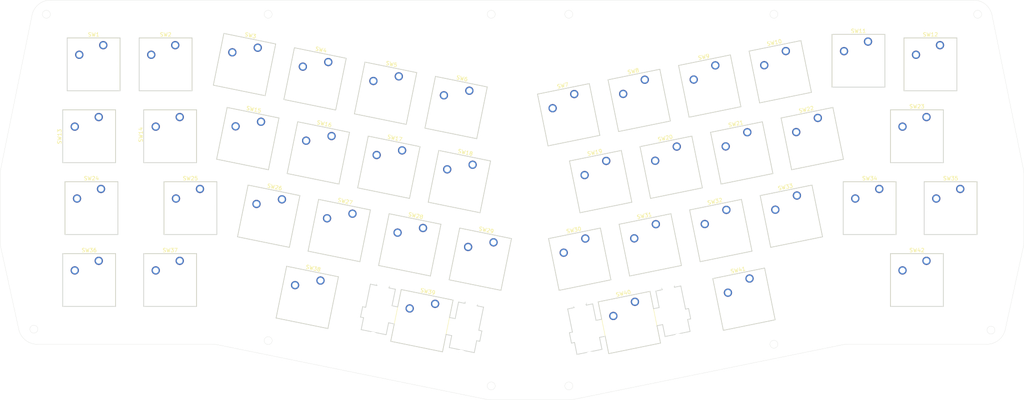
<source format=kicad_pcb>
(kicad_pcb (version 20171130) (host pcbnew "(5.1.2)-2")

  (general
    (thickness 1.6)
    (drawings 268)
    (tracks 0)
    (zones 0)
    (modules 42)
    (nets 55)
  )

  (page A4)
  (layers
    (0 F.Cu signal)
    (31 B.Cu signal)
    (32 B.Adhes user)
    (33 F.Adhes user)
    (34 B.Paste user)
    (35 F.Paste user)
    (36 B.SilkS user)
    (37 F.SilkS user)
    (38 B.Mask user)
    (39 F.Mask user)
    (40 Dwgs.User user)
    (41 Cmts.User user)
    (42 Eco1.User user)
    (43 Eco2.User user)
    (44 Edge.Cuts user)
    (45 Margin user)
    (46 B.CrtYd user)
    (47 F.CrtYd user)
    (48 B.Fab user)
    (49 F.Fab user)
  )

  (setup
    (last_trace_width 0.25)
    (trace_clearance 0.2)
    (zone_clearance 0.508)
    (zone_45_only no)
    (trace_min 0.2)
    (via_size 0.8)
    (via_drill 0.4)
    (via_min_size 0.4)
    (via_min_drill 0.3)
    (uvia_size 0.3)
    (uvia_drill 0.1)
    (uvias_allowed no)
    (uvia_min_size 0.2)
    (uvia_min_drill 0.1)
    (edge_width 0.05)
    (segment_width 0.2)
    (pcb_text_width 0.3)
    (pcb_text_size 1.5 1.5)
    (mod_edge_width 0.12)
    (mod_text_size 1 1)
    (mod_text_width 0.15)
    (pad_size 1.524 1.524)
    (pad_drill 0.762)
    (pad_to_mask_clearance 0.051)
    (solder_mask_min_width 0.25)
    (aux_axis_origin 0 0)
    (grid_origin 27.370075 17.1259)
    (visible_elements 7FFFFFFF)
    (pcbplotparams
      (layerselection 0x010fc_ffffffff)
      (usegerberextensions false)
      (usegerberattributes false)
      (usegerberadvancedattributes false)
      (creategerberjobfile false)
      (excludeedgelayer true)
      (linewidth 0.100000)
      (plotframeref false)
      (viasonmask false)
      (mode 1)
      (useauxorigin false)
      (hpglpennumber 1)
      (hpglpenspeed 20)
      (hpglpendiameter 15.000000)
      (psnegative false)
      (psa4output false)
      (plotreference true)
      (plotvalue true)
      (plotinvisibletext false)
      (padsonsilk false)
      (subtractmaskfromsilk false)
      (outputformat 1)
      (mirror false)
      (drillshape 1)
      (scaleselection 1)
      (outputdirectory ""))
  )

  (net 0 "")
  (net 1 "Net-(D1-Pad2)")
  (net 2 "Net-(D2-Pad2)")
  (net 3 "Net-(D3-Pad2)")
  (net 4 "Net-(D4-Pad2)")
  (net 5 "Net-(D5-Pad2)")
  (net 6 "Net-(D6-Pad2)")
  (net 7 "Net-(D7-Pad2)")
  (net 8 "Net-(D8-Pad2)")
  (net 9 "Net-(D9-Pad2)")
  (net 10 "Net-(D10-Pad2)")
  (net 11 "Net-(D11-Pad2)")
  (net 12 "Net-(D12-Pad2)")
  (net 13 "Net-(D13-Pad2)")
  (net 14 "Net-(D14-Pad2)")
  (net 15 "Net-(D15-Pad2)")
  (net 16 "Net-(D16-Pad2)")
  (net 17 "Net-(D17-Pad2)")
  (net 18 "Net-(D18-Pad2)")
  (net 19 "Net-(D19-Pad2)")
  (net 20 "Net-(D20-Pad2)")
  (net 21 "Net-(D21-Pad2)")
  (net 22 "Net-(D22-Pad2)")
  (net 23 "Net-(D23-Pad2)")
  (net 24 "Net-(D24-Pad2)")
  (net 25 "Net-(D25-Pad2)")
  (net 26 "Net-(D26-Pad2)")
  (net 27 "Net-(D27-Pad2)")
  (net 28 "Net-(D28-Pad2)")
  (net 29 "Net-(D29-Pad2)")
  (net 30 "Net-(D30-Pad2)")
  (net 31 "Net-(D31-Pad2)")
  (net 32 "Net-(D32-Pad2)")
  (net 33 "Net-(D33-Pad2)")
  (net 34 "Net-(D34-Pad2)")
  (net 35 "Net-(D35-Pad2)")
  (net 36 "Net-(D36-Pad2)")
  (net 37 "Net-(D37-Pad2)")
  (net 38 "Net-(D38-Pad2)")
  (net 39 "Net-(D39-Pad2)")
  (net 40 "Net-(D40-Pad2)")
  (net 41 "Net-(D41-Pad2)")
  (net 42 "Net-(D42-Pad2)")
  (net 43 col0)
  (net 44 col1)
  (net 45 col2)
  (net 46 col3)
  (net 47 col4)
  (net 48 col5)
  (net 49 col6)
  (net 50 col7)
  (net 51 col8)
  (net 52 col9)
  (net 53 col10)
  (net 54 col11)

  (net_class Default "これはデフォルトのネット クラスです。"
    (clearance 0.2)
    (trace_width 0.25)
    (via_dia 0.8)
    (via_drill 0.4)
    (uvia_dia 0.3)
    (uvia_drill 0.1)
    (add_net "Net-(D1-Pad2)")
    (add_net "Net-(D10-Pad2)")
    (add_net "Net-(D11-Pad2)")
    (add_net "Net-(D12-Pad2)")
    (add_net "Net-(D13-Pad2)")
    (add_net "Net-(D14-Pad2)")
    (add_net "Net-(D15-Pad2)")
    (add_net "Net-(D16-Pad2)")
    (add_net "Net-(D17-Pad2)")
    (add_net "Net-(D18-Pad2)")
    (add_net "Net-(D19-Pad2)")
    (add_net "Net-(D2-Pad2)")
    (add_net "Net-(D20-Pad2)")
    (add_net "Net-(D21-Pad2)")
    (add_net "Net-(D22-Pad2)")
    (add_net "Net-(D23-Pad2)")
    (add_net "Net-(D24-Pad2)")
    (add_net "Net-(D25-Pad2)")
    (add_net "Net-(D26-Pad2)")
    (add_net "Net-(D27-Pad2)")
    (add_net "Net-(D28-Pad2)")
    (add_net "Net-(D29-Pad2)")
    (add_net "Net-(D3-Pad2)")
    (add_net "Net-(D30-Pad2)")
    (add_net "Net-(D31-Pad2)")
    (add_net "Net-(D32-Pad2)")
    (add_net "Net-(D33-Pad2)")
    (add_net "Net-(D34-Pad2)")
    (add_net "Net-(D35-Pad2)")
    (add_net "Net-(D36-Pad2)")
    (add_net "Net-(D37-Pad2)")
    (add_net "Net-(D38-Pad2)")
    (add_net "Net-(D39-Pad2)")
    (add_net "Net-(D4-Pad2)")
    (add_net "Net-(D40-Pad2)")
    (add_net "Net-(D41-Pad2)")
    (add_net "Net-(D42-Pad2)")
    (add_net "Net-(D5-Pad2)")
    (add_net "Net-(D6-Pad2)")
    (add_net "Net-(D7-Pad2)")
    (add_net "Net-(D8-Pad2)")
    (add_net "Net-(D9-Pad2)")
    (add_net col0)
    (add_net col1)
    (add_net col10)
    (add_net col11)
    (add_net col2)
    (add_net col3)
    (add_net col4)
    (add_net col5)
    (add_net col6)
    (add_net col7)
    (add_net col8)
    (add_net col9)
  )

  (module Button_Switch_Keyboard:SW_Cherry_MX_1.00u_PCB (layer F.Cu) (tedit 5A02FE24) (tstamp 5D5D0D21)
    (at 36.909375 19.05)
    (descr "Cherry MX keyswitch, 1.00u, PCB mount, http://cherryamericas.com/wp-content/uploads/2014/12/mx_cat.pdf")
    (tags "Cherry MX keyswitch 1.00u PCB")
    (path /5D6B2316)
    (fp_text reference SW1 (at -2.54 -2.794) (layer F.SilkS)
      (effects (font (size 1 1) (thickness 0.15)))
    )
    (fp_text value SW_PUSH (at -2.54 11.0744) (layer F.Fab)
      (effects (font (size 1 1) (thickness 0.15)))
    )
    (fp_text user %R (at -2.54 -2.794) (layer F.Fab)
      (effects (font (size 1 1) (thickness 0.15)))
    )
    (fp_line (start -8.89 -1.27) (end 3.81 -1.27) (layer F.Fab) (width 0.1))
    (fp_line (start 3.81 -1.27) (end 3.81 11.43) (layer F.Fab) (width 0.1))
    (fp_line (start 3.81 11.43) (end -8.89 11.43) (layer F.Fab) (width 0.1))
    (fp_line (start -8.89 11.43) (end -8.89 -1.27) (layer F.Fab) (width 0.1))
    (fp_line (start -9.14 11.68) (end -9.14 -1.52) (layer F.CrtYd) (width 0.05))
    (fp_line (start 4.06 11.68) (end -9.14 11.68) (layer F.CrtYd) (width 0.05))
    (fp_line (start 4.06 -1.52) (end 4.06 11.68) (layer F.CrtYd) (width 0.05))
    (fp_line (start -9.14 -1.52) (end 4.06 -1.52) (layer F.CrtYd) (width 0.05))
    (fp_line (start -12.065 -4.445) (end 6.985 -4.445) (layer Dwgs.User) (width 0.15))
    (fp_line (start 6.985 -4.445) (end 6.985 14.605) (layer Dwgs.User) (width 0.15))
    (fp_line (start 6.985 14.605) (end -12.065 14.605) (layer Dwgs.User) (width 0.15))
    (fp_line (start -12.065 14.605) (end -12.065 -4.445) (layer Dwgs.User) (width 0.15))
    (fp_line (start -9.525 -1.905) (end 4.445 -1.905) (layer F.SilkS) (width 0.12))
    (fp_line (start 4.445 -1.905) (end 4.445 12.065) (layer F.SilkS) (width 0.12))
    (fp_line (start 4.445 12.065) (end -9.525 12.065) (layer F.SilkS) (width 0.12))
    (fp_line (start -9.525 12.065) (end -9.525 -1.905) (layer F.SilkS) (width 0.12))
    (pad 1 thru_hole circle (at 0 0) (size 2.2 2.2) (drill 1.5) (layers *.Cu *.Mask)
      (net 1 "Net-(D1-Pad2)"))
    (pad 2 thru_hole circle (at -6.35 2.54) (size 2.2 2.2) (drill 1.5) (layers *.Cu *.Mask)
      (net 43 col0))
    (pad "" np_thru_hole circle (at -2.54 5.08) (size 4 4) (drill 4) (layers *.Cu *.Mask))
    (pad "" np_thru_hole circle (at -7.62 5.08) (size 1.7 1.7) (drill 1.7) (layers *.Cu *.Mask))
    (pad "" np_thru_hole circle (at 2.54 5.08) (size 1.7 1.7) (drill 1.7) (layers *.Cu *.Mask))
    (model ${KISYS3DMOD}/Button_Switch_Keyboard.3dshapes/SW_Cherry_MX_1.00u_PCB.wrl
      (at (xyz 0 0 0))
      (scale (xyz 1 1 1))
      (rotate (xyz 0 0 0))
    )
  )

  (module Button_Switch_Keyboard:SW_Cherry_MX_1.00u_PCB (layer F.Cu) (tedit 5A02FE24) (tstamp 5D5D0DB7)
    (at 55.959375 19.05)
    (descr "Cherry MX keyswitch, 1.00u, PCB mount, http://cherryamericas.com/wp-content/uploads/2014/12/mx_cat.pdf")
    (tags "Cherry MX keyswitch 1.00u PCB")
    (path /5D6B3007)
    (fp_text reference SW2 (at -2.54 -2.794) (layer F.SilkS)
      (effects (font (size 1 1) (thickness 0.15)))
    )
    (fp_text value SW_PUSH (at -2.54 12.954) (layer F.Fab)
      (effects (font (size 1 1) (thickness 0.15)))
    )
    (fp_line (start -9.525 12.065) (end -9.525 -1.905) (layer F.SilkS) (width 0.12))
    (fp_line (start 4.445 12.065) (end -9.525 12.065) (layer F.SilkS) (width 0.12))
    (fp_line (start 4.445 -1.905) (end 4.445 12.065) (layer F.SilkS) (width 0.12))
    (fp_line (start -9.525 -1.905) (end 4.445 -1.905) (layer F.SilkS) (width 0.12))
    (fp_line (start -12.065 14.605) (end -12.065 -4.445) (layer Dwgs.User) (width 0.15))
    (fp_line (start 6.985 14.605) (end -12.065 14.605) (layer Dwgs.User) (width 0.15))
    (fp_line (start 6.985 -4.445) (end 6.985 14.605) (layer Dwgs.User) (width 0.15))
    (fp_line (start -12.065 -4.445) (end 6.985 -4.445) (layer Dwgs.User) (width 0.15))
    (fp_line (start -9.14 -1.52) (end 4.06 -1.52) (layer F.CrtYd) (width 0.05))
    (fp_line (start 4.06 -1.52) (end 4.06 11.68) (layer F.CrtYd) (width 0.05))
    (fp_line (start 4.06 11.68) (end -9.14 11.68) (layer F.CrtYd) (width 0.05))
    (fp_line (start -9.14 11.68) (end -9.14 -1.52) (layer F.CrtYd) (width 0.05))
    (fp_line (start -8.89 11.43) (end -8.89 -1.27) (layer F.Fab) (width 0.1))
    (fp_line (start 3.81 11.43) (end -8.89 11.43) (layer F.Fab) (width 0.1))
    (fp_line (start 3.81 -1.27) (end 3.81 11.43) (layer F.Fab) (width 0.1))
    (fp_line (start -8.89 -1.27) (end 3.81 -1.27) (layer F.Fab) (width 0.1))
    (fp_text user %R (at -2.54 -2.794) (layer F.Fab)
      (effects (font (size 1 1) (thickness 0.15)))
    )
    (pad "" np_thru_hole circle (at 2.54 5.08) (size 1.7 1.7) (drill 1.7) (layers *.Cu *.Mask))
    (pad "" np_thru_hole circle (at -7.62 5.08) (size 1.7 1.7) (drill 1.7) (layers *.Cu *.Mask))
    (pad "" np_thru_hole circle (at -2.54 5.08) (size 4 4) (drill 4) (layers *.Cu *.Mask))
    (pad 2 thru_hole circle (at -6.35 2.54) (size 2.2 2.2) (drill 1.5) (layers *.Cu *.Mask)
      (net 44 col1))
    (pad 1 thru_hole circle (at 0 0) (size 2.2 2.2) (drill 1.5) (layers *.Cu *.Mask)
      (net 2 "Net-(D2-Pad2)"))
    (model ${KISYS3DMOD}/Button_Switch_Keyboard.3dshapes/SW_Cherry_MX_1.00u_PCB.wrl
      (at (xyz 0 0 0))
      (scale (xyz 1 1 1))
      (rotate (xyz 0 0 0))
    )
  )

  (module Button_Switch_Keyboard:SW_Cherry_MX_1.00u_PCB (layer F.Cu) (tedit 5A02FE24) (tstamp 5D5D0E9E)
    (at 77.796998 19.722338 348.5)
    (descr "Cherry MX keyswitch, 1.00u, PCB mount, http://cherryamericas.com/wp-content/uploads/2014/12/mx_cat.pdf")
    (tags "Cherry MX keyswitch 1.00u PCB")
    (path /5D6B35A6)
    (fp_text reference SW3 (at -2.54 -2.794 348.5) (layer F.SilkS)
      (effects (font (size 1 1) (thickness 0.15)))
    )
    (fp_text value SW_PUSH (at -2.54 12.954 348.5) (layer F.Fab)
      (effects (font (size 1 1) (thickness 0.15)))
    )
    (fp_text user %R (at -2.54 -2.794 348.5) (layer F.Fab)
      (effects (font (size 1 1) (thickness 0.15)))
    )
    (fp_line (start -8.89 -1.27) (end 3.81 -1.27) (layer F.Fab) (width 0.1))
    (fp_line (start 3.81 -1.27) (end 3.81 11.43) (layer F.Fab) (width 0.1))
    (fp_line (start 3.81 11.43) (end -8.89 11.43) (layer F.Fab) (width 0.1))
    (fp_line (start -8.89 11.43) (end -8.89 -1.27) (layer F.Fab) (width 0.1))
    (fp_line (start -9.14 11.68) (end -9.14 -1.52) (layer F.CrtYd) (width 0.05))
    (fp_line (start 4.06 11.68) (end -9.14 11.68) (layer F.CrtYd) (width 0.05))
    (fp_line (start 4.06 -1.52) (end 4.06 11.68) (layer F.CrtYd) (width 0.05))
    (fp_line (start -9.14 -1.52) (end 4.06 -1.52) (layer F.CrtYd) (width 0.05))
    (fp_line (start -12.065 -4.445) (end 6.985 -4.445) (layer Dwgs.User) (width 0.15))
    (fp_line (start 6.985 -4.445) (end 6.985 14.605) (layer Dwgs.User) (width 0.15))
    (fp_line (start 6.985 14.605) (end -12.065 14.605) (layer Dwgs.User) (width 0.15))
    (fp_line (start -12.065 14.605) (end -12.065 -4.445) (layer Dwgs.User) (width 0.15))
    (fp_line (start -9.525 -1.905) (end 4.445 -1.905) (layer F.SilkS) (width 0.12))
    (fp_line (start 4.445 -1.905) (end 4.445 12.065) (layer F.SilkS) (width 0.12))
    (fp_line (start 4.445 12.065) (end -9.525 12.065) (layer F.SilkS) (width 0.12))
    (fp_line (start -9.525 12.065) (end -9.525 -1.905) (layer F.SilkS) (width 0.12))
    (pad 1 thru_hole circle (at 0 0 348.5) (size 2.2 2.2) (drill 1.5) (layers *.Cu *.Mask)
      (net 3 "Net-(D3-Pad2)"))
    (pad 2 thru_hole circle (at -6.35 2.54 348.5) (size 2.2 2.2) (drill 1.5) (layers *.Cu *.Mask)
      (net 45 col2))
    (pad "" np_thru_hole circle (at -2.54 5.08 348.5) (size 4 4) (drill 4) (layers *.Cu *.Mask))
    (pad "" np_thru_hole circle (at -7.62 5.08 348.5) (size 1.7 1.7) (drill 1.7) (layers *.Cu *.Mask))
    (pad "" np_thru_hole circle (at 2.54 5.08 348.5) (size 1.7 1.7) (drill 1.7) (layers *.Cu *.Mask))
    (model ${KISYS3DMOD}/Button_Switch_Keyboard.3dshapes/SW_Cherry_MX_1.00u_PCB.wrl
      (at (xyz 0 0 0))
      (scale (xyz 1 1 1))
      (rotate (xyz 0 0 0))
    )
  )

  (module Button_Switch_Keyboard:SW_Cherry_MX_1.00u_PCB (layer F.Cu) (tedit 5A02FE24) (tstamp 5D5D0F85)
    (at 96.464563 23.520297 348.5)
    (descr "Cherry MX keyswitch, 1.00u, PCB mount, http://cherryamericas.com/wp-content/uploads/2014/12/mx_cat.pdf")
    (tags "Cherry MX keyswitch 1.00u PCB")
    (path /5D6B3B3C)
    (fp_text reference SW4 (at -2.54 -2.794 348.5) (layer F.SilkS)
      (effects (font (size 1 1) (thickness 0.15)))
    )
    (fp_text value SW_PUSH (at -2.54 12.954 348.5) (layer F.Fab)
      (effects (font (size 1 1) (thickness 0.15)))
    )
    (fp_line (start -9.525 12.065) (end -9.525 -1.905) (layer F.SilkS) (width 0.12))
    (fp_line (start 4.445 12.065) (end -9.525 12.065) (layer F.SilkS) (width 0.12))
    (fp_line (start 4.445 -1.905) (end 4.445 12.065) (layer F.SilkS) (width 0.12))
    (fp_line (start -9.525 -1.905) (end 4.445 -1.905) (layer F.SilkS) (width 0.12))
    (fp_line (start -12.065 14.605) (end -12.065 -4.445) (layer Dwgs.User) (width 0.15))
    (fp_line (start 6.985 14.605) (end -12.065 14.605) (layer Dwgs.User) (width 0.15))
    (fp_line (start 6.985 -4.445) (end 6.985 14.605) (layer Dwgs.User) (width 0.15))
    (fp_line (start -12.065 -4.445) (end 6.985 -4.445) (layer Dwgs.User) (width 0.15))
    (fp_line (start -9.14 -1.52) (end 4.06 -1.52) (layer F.CrtYd) (width 0.05))
    (fp_line (start 4.06 -1.52) (end 4.06 11.68) (layer F.CrtYd) (width 0.05))
    (fp_line (start 4.06 11.68) (end -9.14 11.68) (layer F.CrtYd) (width 0.05))
    (fp_line (start -9.14 11.68) (end -9.14 -1.52) (layer F.CrtYd) (width 0.05))
    (fp_line (start -8.89 11.43) (end -8.89 -1.27) (layer F.Fab) (width 0.1))
    (fp_line (start 3.81 11.43) (end -8.89 11.43) (layer F.Fab) (width 0.1))
    (fp_line (start 3.81 -1.27) (end 3.81 11.43) (layer F.Fab) (width 0.1))
    (fp_line (start -8.89 -1.27) (end 3.81 -1.27) (layer F.Fab) (width 0.1))
    (fp_text user %R (at -2.54 -2.794 348.5) (layer F.Fab)
      (effects (font (size 1 1) (thickness 0.15)))
    )
    (pad "" np_thru_hole circle (at 2.54 5.08 348.5) (size 1.7 1.7) (drill 1.7) (layers *.Cu *.Mask))
    (pad "" np_thru_hole circle (at -7.62 5.08 348.5) (size 1.7 1.7) (drill 1.7) (layers *.Cu *.Mask))
    (pad "" np_thru_hole circle (at -2.54 5.08 348.5) (size 4 4) (drill 4) (layers *.Cu *.Mask))
    (pad 2 thru_hole circle (at -6.35 2.54 348.5) (size 2.2 2.2) (drill 1.5) (layers *.Cu *.Mask)
      (net 46 col3))
    (pad 1 thru_hole circle (at 0 0 348.5) (size 2.2 2.2) (drill 1.5) (layers *.Cu *.Mask)
      (net 4 "Net-(D4-Pad2)"))
    (model ${KISYS3DMOD}/Button_Switch_Keyboard.3dshapes/SW_Cherry_MX_1.00u_PCB.wrl
      (at (xyz 0 0 0))
      (scale (xyz 1 1 1))
      (rotate (xyz 0 0 0))
    )
  )

  (module Button_Switch_Keyboard:SW_Cherry_MX_1.00u_PCB (layer F.Cu) (tedit 5A02FE24) (tstamp 5D5D0C40)
    (at 115.132129 27.318256 348.5)
    (descr "Cherry MX keyswitch, 1.00u, PCB mount, http://cherryamericas.com/wp-content/uploads/2014/12/mx_cat.pdf")
    (tags "Cherry MX keyswitch 1.00u PCB")
    (path /5D6B4230)
    (fp_text reference SW5 (at -2.54 -2.794 348.5) (layer F.SilkS)
      (effects (font (size 1 1) (thickness 0.15)))
    )
    (fp_text value SW_PUSH (at -2.54 12.954 348.5) (layer F.Fab)
      (effects (font (size 1 1) (thickness 0.15)))
    )
    (fp_text user %R (at -2.54 -2.794 348.5) (layer F.Fab)
      (effects (font (size 1 1) (thickness 0.15)))
    )
    (fp_line (start -8.89 -1.27) (end 3.81 -1.27) (layer F.Fab) (width 0.1))
    (fp_line (start 3.81 -1.27) (end 3.81 11.43) (layer F.Fab) (width 0.1))
    (fp_line (start 3.81 11.43) (end -8.89 11.43) (layer F.Fab) (width 0.1))
    (fp_line (start -8.89 11.43) (end -8.89 -1.27) (layer F.Fab) (width 0.1))
    (fp_line (start -9.14 11.68) (end -9.14 -1.52) (layer F.CrtYd) (width 0.05))
    (fp_line (start 4.06 11.68) (end -9.14 11.68) (layer F.CrtYd) (width 0.05))
    (fp_line (start 4.06 -1.52) (end 4.06 11.68) (layer F.CrtYd) (width 0.05))
    (fp_line (start -9.14 -1.52) (end 4.06 -1.52) (layer F.CrtYd) (width 0.05))
    (fp_line (start -12.065 -4.445) (end 6.985 -4.445) (layer Dwgs.User) (width 0.15))
    (fp_line (start 6.985 -4.445) (end 6.985 14.605) (layer Dwgs.User) (width 0.15))
    (fp_line (start 6.985 14.605) (end -12.065 14.605) (layer Dwgs.User) (width 0.15))
    (fp_line (start -12.065 14.605) (end -12.065 -4.445) (layer Dwgs.User) (width 0.15))
    (fp_line (start -9.525 -1.905) (end 4.445 -1.905) (layer F.SilkS) (width 0.12))
    (fp_line (start 4.445 -1.905) (end 4.445 12.065) (layer F.SilkS) (width 0.12))
    (fp_line (start 4.445 12.065) (end -9.525 12.065) (layer F.SilkS) (width 0.12))
    (fp_line (start -9.525 12.065) (end -9.525 -1.905) (layer F.SilkS) (width 0.12))
    (pad 1 thru_hole circle (at 0 0 348.5) (size 2.2 2.2) (drill 1.5) (layers *.Cu *.Mask)
      (net 5 "Net-(D5-Pad2)"))
    (pad 2 thru_hole circle (at -6.35 2.54 348.5) (size 2.2 2.2) (drill 1.5) (layers *.Cu *.Mask)
      (net 47 col4))
    (pad "" np_thru_hole circle (at -2.54 5.08 348.5) (size 4 4) (drill 4) (layers *.Cu *.Mask))
    (pad "" np_thru_hole circle (at -7.62 5.08 348.5) (size 1.7 1.7) (drill 1.7) (layers *.Cu *.Mask))
    (pad "" np_thru_hole circle (at 2.54 5.08 348.5) (size 1.7 1.7) (drill 1.7) (layers *.Cu *.Mask))
    (model ${KISYS3DMOD}/Button_Switch_Keyboard.3dshapes/SW_Cherry_MX_1.00u_PCB.wrl
      (at (xyz 0 0 0))
      (scale (xyz 1 1 1))
      (rotate (xyz 0 0 0))
    )
  )

  (module Button_Switch_Keyboard:SW_Cherry_MX_1.00u_PCB (layer F.Cu) (tedit 5A02FE24) (tstamp 5D5D0C8B)
    (at 133.799695 31.116215 348.5)
    (descr "Cherry MX keyswitch, 1.00u, PCB mount, http://cherryamericas.com/wp-content/uploads/2014/12/mx_cat.pdf")
    (tags "Cherry MX keyswitch 1.00u PCB")
    (path /5D6B4A0C)
    (fp_text reference SW6 (at -2.54 -2.794 348.5) (layer F.SilkS)
      (effects (font (size 1 1) (thickness 0.15)))
    )
    (fp_text value SW_PUSH (at -2.54 12.954 348.5) (layer F.Fab)
      (effects (font (size 1 1) (thickness 0.15)))
    )
    (fp_text user %R (at -2.54 -2.794 348.5) (layer F.Fab)
      (effects (font (size 1 1) (thickness 0.15)))
    )
    (fp_line (start -8.89 -1.27) (end 3.81 -1.27) (layer F.Fab) (width 0.1))
    (fp_line (start 3.81 -1.27) (end 3.81 11.43) (layer F.Fab) (width 0.1))
    (fp_line (start 3.81 11.43) (end -8.89 11.43) (layer F.Fab) (width 0.1))
    (fp_line (start -8.89 11.43) (end -8.89 -1.27) (layer F.Fab) (width 0.1))
    (fp_line (start -9.14 11.68) (end -9.14 -1.52) (layer F.CrtYd) (width 0.05))
    (fp_line (start 4.06 11.68) (end -9.14 11.68) (layer F.CrtYd) (width 0.05))
    (fp_line (start 4.06 -1.52) (end 4.06 11.68) (layer F.CrtYd) (width 0.05))
    (fp_line (start -9.14 -1.52) (end 4.06 -1.52) (layer F.CrtYd) (width 0.05))
    (fp_line (start -12.065 -4.445) (end 6.985 -4.445) (layer Dwgs.User) (width 0.15))
    (fp_line (start 6.985 -4.445) (end 6.985 14.605) (layer Dwgs.User) (width 0.15))
    (fp_line (start 6.985 14.605) (end -12.065 14.605) (layer Dwgs.User) (width 0.15))
    (fp_line (start -12.065 14.605) (end -12.065 -4.445) (layer Dwgs.User) (width 0.15))
    (fp_line (start -9.525 -1.905) (end 4.445 -1.905) (layer F.SilkS) (width 0.12))
    (fp_line (start 4.445 -1.905) (end 4.445 12.065) (layer F.SilkS) (width 0.12))
    (fp_line (start 4.445 12.065) (end -9.525 12.065) (layer F.SilkS) (width 0.12))
    (fp_line (start -9.525 12.065) (end -9.525 -1.905) (layer F.SilkS) (width 0.12))
    (pad 1 thru_hole circle (at 0 0 348.5) (size 2.2 2.2) (drill 1.5) (layers *.Cu *.Mask)
      (net 6 "Net-(D6-Pad2)"))
    (pad 2 thru_hole circle (at -6.35 2.54 348.5) (size 2.2 2.2) (drill 1.5) (layers *.Cu *.Mask)
      (net 48 col5))
    (pad "" np_thru_hole circle (at -2.54 5.08 348.5) (size 4 4) (drill 4) (layers *.Cu *.Mask))
    (pad "" np_thru_hole circle (at -7.62 5.08 348.5) (size 1.7 1.7) (drill 1.7) (layers *.Cu *.Mask))
    (pad "" np_thru_hole circle (at 2.54 5.08 348.5) (size 1.7 1.7) (drill 1.7) (layers *.Cu *.Mask))
    (model ${KISYS3DMOD}/Button_Switch_Keyboard.3dshapes/SW_Cherry_MX_1.00u_PCB.wrl
      (at (xyz 0 0 0))
      (scale (xyz 1 1 1))
      (rotate (xyz 0 0 0))
    )
  )

  (module Button_Switch_Keyboard:SW_Cherry_MX_1.00u_PCB (layer F.Cu) (tedit 5A02FE24) (tstamp 5D5D0D6C)
    (at 161.564539 32.002406 11.5)
    (descr "Cherry MX keyswitch, 1.00u, PCB mount, http://cherryamericas.com/wp-content/uploads/2014/12/mx_cat.pdf")
    (tags "Cherry MX keyswitch 1.00u PCB")
    (path /5D70CE53)
    (fp_text reference SW7 (at -2.54 -2.794 11.5) (layer F.SilkS)
      (effects (font (size 1 1) (thickness 0.15)))
    )
    (fp_text value SW_PUSH (at -2.54 12.954 11.5) (layer F.Fab)
      (effects (font (size 1 1) (thickness 0.15)))
    )
    (fp_line (start -9.525 12.065) (end -9.525 -1.905) (layer F.SilkS) (width 0.12))
    (fp_line (start 4.445 12.065) (end -9.525 12.065) (layer F.SilkS) (width 0.12))
    (fp_line (start 4.445 -1.905) (end 4.445 12.065) (layer F.SilkS) (width 0.12))
    (fp_line (start -9.525 -1.905) (end 4.445 -1.905) (layer F.SilkS) (width 0.12))
    (fp_line (start -12.065 14.605) (end -12.065 -4.445) (layer Dwgs.User) (width 0.15))
    (fp_line (start 6.985 14.605) (end -12.065 14.605) (layer Dwgs.User) (width 0.15))
    (fp_line (start 6.985 -4.445) (end 6.985 14.605) (layer Dwgs.User) (width 0.15))
    (fp_line (start -12.065 -4.445) (end 6.985 -4.445) (layer Dwgs.User) (width 0.15))
    (fp_line (start -9.14 -1.52) (end 4.06 -1.52) (layer F.CrtYd) (width 0.05))
    (fp_line (start 4.06 -1.52) (end 4.06 11.68) (layer F.CrtYd) (width 0.05))
    (fp_line (start 4.06 11.68) (end -9.14 11.68) (layer F.CrtYd) (width 0.05))
    (fp_line (start -9.14 11.68) (end -9.14 -1.52) (layer F.CrtYd) (width 0.05))
    (fp_line (start -8.89 11.43) (end -8.89 -1.27) (layer F.Fab) (width 0.1))
    (fp_line (start 3.81 11.43) (end -8.89 11.43) (layer F.Fab) (width 0.1))
    (fp_line (start 3.81 -1.27) (end 3.81 11.43) (layer F.Fab) (width 0.1))
    (fp_line (start -8.89 -1.27) (end 3.81 -1.27) (layer F.Fab) (width 0.1))
    (fp_text user %R (at -2.54 -2.794 11.5) (layer F.Fab)
      (effects (font (size 1 1) (thickness 0.15)))
    )
    (pad "" np_thru_hole circle (at 2.54 5.08 11.5) (size 1.7 1.7) (drill 1.7) (layers *.Cu *.Mask))
    (pad "" np_thru_hole circle (at -7.62 5.08 11.5) (size 1.7 1.7) (drill 1.7) (layers *.Cu *.Mask))
    (pad "" np_thru_hole circle (at -2.54 5.08 11.5) (size 4 4) (drill 4) (layers *.Cu *.Mask))
    (pad 2 thru_hole circle (at -6.35 2.54 11.5) (size 2.2 2.2) (drill 1.5) (layers *.Cu *.Mask)
      (net 49 col6))
    (pad 1 thru_hole circle (at 0 0 11.5) (size 2.2 2.2) (drill 1.5) (layers *.Cu *.Mask)
      (net 7 "Net-(D7-Pad2)"))
    (model ${KISYS3DMOD}/Button_Switch_Keyboard.3dshapes/SW_Cherry_MX_1.00u_PCB.wrl
      (at (xyz 0 0 0))
      (scale (xyz 1 1 1))
      (rotate (xyz 0 0 0))
    )
  )

  (module Button_Switch_Keyboard:SW_Cherry_MX_1.00u_PCB (layer F.Cu) (tedit 5A02FE24) (tstamp 5D5D0CD6)
    (at 180.232105 28.204447 11.5)
    (descr "Cherry MX keyswitch, 1.00u, PCB mount, http://cherryamericas.com/wp-content/uploads/2014/12/mx_cat.pdf")
    (tags "Cherry MX keyswitch 1.00u PCB")
    (path /5D70D61B)
    (fp_text reference SW8 (at -2.54 -2.794 11.5) (layer F.SilkS)
      (effects (font (size 1 1) (thickness 0.15)))
    )
    (fp_text value SW_PUSH (at -2.54 12.954 11.5) (layer F.Fab)
      (effects (font (size 1 1) (thickness 0.15)))
    )
    (fp_text user %R (at -2.54 -2.794 11.5) (layer F.Fab)
      (effects (font (size 1 1) (thickness 0.15)))
    )
    (fp_line (start -8.89 -1.27) (end 3.81 -1.27) (layer F.Fab) (width 0.1))
    (fp_line (start 3.81 -1.27) (end 3.81 11.43) (layer F.Fab) (width 0.1))
    (fp_line (start 3.81 11.43) (end -8.89 11.43) (layer F.Fab) (width 0.1))
    (fp_line (start -8.89 11.43) (end -8.89 -1.27) (layer F.Fab) (width 0.1))
    (fp_line (start -9.14 11.68) (end -9.14 -1.52) (layer F.CrtYd) (width 0.05))
    (fp_line (start 4.06 11.68) (end -9.14 11.68) (layer F.CrtYd) (width 0.05))
    (fp_line (start 4.06 -1.52) (end 4.06 11.68) (layer F.CrtYd) (width 0.05))
    (fp_line (start -9.14 -1.52) (end 4.06 -1.52) (layer F.CrtYd) (width 0.05))
    (fp_line (start -12.065 -4.445) (end 6.985 -4.445) (layer Dwgs.User) (width 0.15))
    (fp_line (start 6.985 -4.445) (end 6.985 14.605) (layer Dwgs.User) (width 0.15))
    (fp_line (start 6.985 14.605) (end -12.065 14.605) (layer Dwgs.User) (width 0.15))
    (fp_line (start -12.065 14.605) (end -12.065 -4.445) (layer Dwgs.User) (width 0.15))
    (fp_line (start -9.525 -1.905) (end 4.445 -1.905) (layer F.SilkS) (width 0.12))
    (fp_line (start 4.445 -1.905) (end 4.445 12.065) (layer F.SilkS) (width 0.12))
    (fp_line (start 4.445 12.065) (end -9.525 12.065) (layer F.SilkS) (width 0.12))
    (fp_line (start -9.525 12.065) (end -9.525 -1.905) (layer F.SilkS) (width 0.12))
    (pad 1 thru_hole circle (at 0 0 11.5) (size 2.2 2.2) (drill 1.5) (layers *.Cu *.Mask)
      (net 8 "Net-(D8-Pad2)"))
    (pad 2 thru_hole circle (at -6.35 2.54 11.5) (size 2.2 2.2) (drill 1.5) (layers *.Cu *.Mask)
      (net 50 col7))
    (pad "" np_thru_hole circle (at -2.54 5.08 11.5) (size 4 4) (drill 4) (layers *.Cu *.Mask))
    (pad "" np_thru_hole circle (at -7.62 5.08 11.5) (size 1.7 1.7) (drill 1.7) (layers *.Cu *.Mask))
    (pad "" np_thru_hole circle (at 2.54 5.08 11.5) (size 1.7 1.7) (drill 1.7) (layers *.Cu *.Mask))
    (model ${KISYS3DMOD}/Button_Switch_Keyboard.3dshapes/SW_Cherry_MX_1.00u_PCB.wrl
      (at (xyz 0 0 0))
      (scale (xyz 1 1 1))
      (rotate (xyz 0 0 0))
    )
  )

  (module Button_Switch_Keyboard:SW_Cherry_MX_1.00u_PCB (layer F.Cu) (tedit 5A02FE24) (tstamp 5D5D0BF5)
    (at 198.89967 24.406487 11.5)
    (descr "Cherry MX keyswitch, 1.00u, PCB mount, http://cherryamericas.com/wp-content/uploads/2014/12/mx_cat.pdf")
    (tags "Cherry MX keyswitch 1.00u PCB")
    (path /5D70DB68)
    (fp_text reference SW9 (at -2.54 -2.794 11.5) (layer F.SilkS)
      (effects (font (size 1 1) (thickness 0.15)))
    )
    (fp_text value SW_PUSH (at -2.54 12.954 11.5) (layer F.Fab)
      (effects (font (size 1 1) (thickness 0.15)))
    )
    (fp_text user %R (at -2.54 -2.794 11.5) (layer F.Fab)
      (effects (font (size 1 1) (thickness 0.15)))
    )
    (fp_line (start -8.89 -1.27) (end 3.81 -1.27) (layer F.Fab) (width 0.1))
    (fp_line (start 3.81 -1.27) (end 3.81 11.43) (layer F.Fab) (width 0.1))
    (fp_line (start 3.81 11.43) (end -8.89 11.43) (layer F.Fab) (width 0.1))
    (fp_line (start -8.89 11.43) (end -8.89 -1.27) (layer F.Fab) (width 0.1))
    (fp_line (start -9.14 11.68) (end -9.14 -1.52) (layer F.CrtYd) (width 0.05))
    (fp_line (start 4.06 11.68) (end -9.14 11.68) (layer F.CrtYd) (width 0.05))
    (fp_line (start 4.06 -1.52) (end 4.06 11.68) (layer F.CrtYd) (width 0.05))
    (fp_line (start -9.14 -1.52) (end 4.06 -1.52) (layer F.CrtYd) (width 0.05))
    (fp_line (start -12.065 -4.445) (end 6.985 -4.445) (layer Dwgs.User) (width 0.15))
    (fp_line (start 6.985 -4.445) (end 6.985 14.605) (layer Dwgs.User) (width 0.15))
    (fp_line (start 6.985 14.605) (end -12.065 14.605) (layer Dwgs.User) (width 0.15))
    (fp_line (start -12.065 14.605) (end -12.065 -4.445) (layer Dwgs.User) (width 0.15))
    (fp_line (start -9.525 -1.905) (end 4.445 -1.905) (layer F.SilkS) (width 0.12))
    (fp_line (start 4.445 -1.905) (end 4.445 12.065) (layer F.SilkS) (width 0.12))
    (fp_line (start 4.445 12.065) (end -9.525 12.065) (layer F.SilkS) (width 0.12))
    (fp_line (start -9.525 12.065) (end -9.525 -1.905) (layer F.SilkS) (width 0.12))
    (pad 1 thru_hole circle (at 0 0 11.5) (size 2.2 2.2) (drill 1.5) (layers *.Cu *.Mask)
      (net 9 "Net-(D9-Pad2)"))
    (pad 2 thru_hole circle (at -6.35 2.54 11.5) (size 2.2 2.2) (drill 1.5) (layers *.Cu *.Mask)
      (net 51 col8))
    (pad "" np_thru_hole circle (at -2.54 5.08 11.5) (size 4 4) (drill 4) (layers *.Cu *.Mask))
    (pad "" np_thru_hole circle (at -7.62 5.08 11.5) (size 1.7 1.7) (drill 1.7) (layers *.Cu *.Mask))
    (pad "" np_thru_hole circle (at 2.54 5.08 11.5) (size 1.7 1.7) (drill 1.7) (layers *.Cu *.Mask))
    (model ${KISYS3DMOD}/Button_Switch_Keyboard.3dshapes/SW_Cherry_MX_1.00u_PCB.wrl
      (at (xyz 0 0 0))
      (scale (xyz 1 1 1))
      (rotate (xyz 0 0 0))
    )
  )

  (module Button_Switch_Keyboard:SW_Cherry_MX_1.00u_PCB (layer F.Cu) (tedit 5A02FE24) (tstamp 5D5D0427)
    (at 217.567236 20.608528 11.5)
    (descr "Cherry MX keyswitch, 1.00u, PCB mount, http://cherryamericas.com/wp-content/uploads/2014/12/mx_cat.pdf")
    (tags "Cherry MX keyswitch 1.00u PCB")
    (path /5D70E27B)
    (fp_text reference SW10 (at -2.54 -2.794 11.5) (layer F.SilkS)
      (effects (font (size 1 1) (thickness 0.15)))
    )
    (fp_text value SW_PUSH (at -2.54 12.954 11.5) (layer F.Fab)
      (effects (font (size 1 1) (thickness 0.15)))
    )
    (fp_text user %R (at -2.54 -2.794 11.5) (layer F.Fab)
      (effects (font (size 1 1) (thickness 0.15)))
    )
    (fp_line (start -8.89 -1.27) (end 3.81 -1.27) (layer F.Fab) (width 0.1))
    (fp_line (start 3.81 -1.27) (end 3.81 11.43) (layer F.Fab) (width 0.1))
    (fp_line (start 3.81 11.43) (end -8.89 11.43) (layer F.Fab) (width 0.1))
    (fp_line (start -8.89 11.43) (end -8.89 -1.27) (layer F.Fab) (width 0.1))
    (fp_line (start -9.14 11.68) (end -9.14 -1.52) (layer F.CrtYd) (width 0.05))
    (fp_line (start 4.06 11.68) (end -9.14 11.68) (layer F.CrtYd) (width 0.05))
    (fp_line (start 4.06 -1.52) (end 4.06 11.68) (layer F.CrtYd) (width 0.05))
    (fp_line (start -9.14 -1.52) (end 4.06 -1.52) (layer F.CrtYd) (width 0.05))
    (fp_line (start -12.065 -4.445) (end 6.985 -4.445) (layer Dwgs.User) (width 0.15))
    (fp_line (start 6.985 -4.445) (end 6.985 14.605) (layer Dwgs.User) (width 0.15))
    (fp_line (start 6.985 14.605) (end -12.065 14.605) (layer Dwgs.User) (width 0.15))
    (fp_line (start -12.065 14.605) (end -12.065 -4.445) (layer Dwgs.User) (width 0.15))
    (fp_line (start -9.525 -1.905) (end 4.445 -1.905) (layer F.SilkS) (width 0.12))
    (fp_line (start 4.445 -1.905) (end 4.445 12.065) (layer F.SilkS) (width 0.12))
    (fp_line (start 4.445 12.065) (end -9.525 12.065) (layer F.SilkS) (width 0.12))
    (fp_line (start -9.525 12.065) (end -9.525 -1.905) (layer F.SilkS) (width 0.12))
    (pad 1 thru_hole circle (at 0 0 11.5) (size 2.2 2.2) (drill 1.5) (layers *.Cu *.Mask)
      (net 10 "Net-(D10-Pad2)"))
    (pad 2 thru_hole circle (at -6.35 2.54 11.5) (size 2.2 2.2) (drill 1.5) (layers *.Cu *.Mask)
      (net 52 col9))
    (pad "" np_thru_hole circle (at -2.54 5.08 11.5) (size 4 4) (drill 4) (layers *.Cu *.Mask))
    (pad "" np_thru_hole circle (at -7.62 5.08 11.5) (size 1.7 1.7) (drill 1.7) (layers *.Cu *.Mask))
    (pad "" np_thru_hole circle (at 2.54 5.08 11.5) (size 1.7 1.7) (drill 1.7) (layers *.Cu *.Mask))
    (model ${KISYS3DMOD}/Button_Switch_Keyboard.3dshapes/SW_Cherry_MX_1.00u_PCB.wrl
      (at (xyz 0 0 0))
      (scale (xyz 1 1 1))
      (rotate (xyz 0 0 0))
    )
  )

  (module Button_Switch_Keyboard:SW_Cherry_MX_1.00u_PCB (layer F.Cu) (tedit 5A02FE24) (tstamp 5D5D067F)
    (at 239.315625 18.0975)
    (descr "Cherry MX keyswitch, 1.00u, PCB mount, http://cherryamericas.com/wp-content/uploads/2014/12/mx_cat.pdf")
    (tags "Cherry MX keyswitch 1.00u PCB")
    (path /5D70E524)
    (fp_text reference SW11 (at -2.54 -2.794) (layer F.SilkS)
      (effects (font (size 1 1) (thickness 0.15)))
    )
    (fp_text value SW_PUSH (at -2.54 12.954) (layer F.Fab)
      (effects (font (size 1 1) (thickness 0.15)))
    )
    (fp_line (start -9.525 12.065) (end -9.525 -1.905) (layer F.SilkS) (width 0.12))
    (fp_line (start 4.445 12.065) (end -9.525 12.065) (layer F.SilkS) (width 0.12))
    (fp_line (start 4.445 -1.905) (end 4.445 12.065) (layer F.SilkS) (width 0.12))
    (fp_line (start -9.525 -1.905) (end 4.445 -1.905) (layer F.SilkS) (width 0.12))
    (fp_line (start -12.065 14.605) (end -12.065 -4.445) (layer Dwgs.User) (width 0.15))
    (fp_line (start 6.985 14.605) (end -12.065 14.605) (layer Dwgs.User) (width 0.15))
    (fp_line (start 6.985 -4.445) (end 6.985 14.605) (layer Dwgs.User) (width 0.15))
    (fp_line (start -12.065 -4.445) (end 6.985 -4.445) (layer Dwgs.User) (width 0.15))
    (fp_line (start -9.14 -1.52) (end 4.06 -1.52) (layer F.CrtYd) (width 0.05))
    (fp_line (start 4.06 -1.52) (end 4.06 11.68) (layer F.CrtYd) (width 0.05))
    (fp_line (start 4.06 11.68) (end -9.14 11.68) (layer F.CrtYd) (width 0.05))
    (fp_line (start -9.14 11.68) (end -9.14 -1.52) (layer F.CrtYd) (width 0.05))
    (fp_line (start -8.89 11.43) (end -8.89 -1.27) (layer F.Fab) (width 0.1))
    (fp_line (start 3.81 11.43) (end -8.89 11.43) (layer F.Fab) (width 0.1))
    (fp_line (start 3.81 -1.27) (end 3.81 11.43) (layer F.Fab) (width 0.1))
    (fp_line (start -8.89 -1.27) (end 3.81 -1.27) (layer F.Fab) (width 0.1))
    (fp_text user %R (at -2.54 -2.794) (layer F.Fab)
      (effects (font (size 1 1) (thickness 0.15)))
    )
    (pad "" np_thru_hole circle (at 2.54 5.08) (size 1.7 1.7) (drill 1.7) (layers *.Cu *.Mask))
    (pad "" np_thru_hole circle (at -7.62 5.08) (size 1.7 1.7) (drill 1.7) (layers *.Cu *.Mask))
    (pad "" np_thru_hole circle (at -2.54 5.08) (size 4 4) (drill 4) (layers *.Cu *.Mask))
    (pad 2 thru_hole circle (at -6.35 2.54) (size 2.2 2.2) (drill 1.5) (layers *.Cu *.Mask)
      (net 53 col10))
    (pad 1 thru_hole circle (at 0 0) (size 2.2 2.2) (drill 1.5) (layers *.Cu *.Mask)
      (net 11 "Net-(D11-Pad2)"))
    (model ${KISYS3DMOD}/Button_Switch_Keyboard.3dshapes/SW_Cherry_MX_1.00u_PCB.wrl
      (at (xyz 0 0 0))
      (scale (xyz 1 1 1))
      (rotate (xyz 0 0 0))
    )
  )

  (module Button_Switch_Keyboard:SW_Cherry_MX_1.00u_PCB (layer F.Cu) (tedit 5A02FE24) (tstamp 5D5D0634)
    (at 258.365625 19.05)
    (descr "Cherry MX keyswitch, 1.00u, PCB mount, http://cherryamericas.com/wp-content/uploads/2014/12/mx_cat.pdf")
    (tags "Cherry MX keyswitch 1.00u PCB")
    (path /5D70E812)
    (fp_text reference SW12 (at -2.54 -2.794) (layer F.SilkS)
      (effects (font (size 1 1) (thickness 0.15)))
    )
    (fp_text value SW_PUSH (at -2.54 12.954) (layer F.Fab)
      (effects (font (size 1 1) (thickness 0.15)))
    )
    (fp_text user %R (at -2.54 -2.794) (layer F.Fab)
      (effects (font (size 1 1) (thickness 0.15)))
    )
    (fp_line (start -8.89 -1.27) (end 3.81 -1.27) (layer F.Fab) (width 0.1))
    (fp_line (start 3.81 -1.27) (end 3.81 11.43) (layer F.Fab) (width 0.1))
    (fp_line (start 3.81 11.43) (end -8.89 11.43) (layer F.Fab) (width 0.1))
    (fp_line (start -8.89 11.43) (end -8.89 -1.27) (layer F.Fab) (width 0.1))
    (fp_line (start -9.14 11.68) (end -9.14 -1.52) (layer F.CrtYd) (width 0.05))
    (fp_line (start 4.06 11.68) (end -9.14 11.68) (layer F.CrtYd) (width 0.05))
    (fp_line (start 4.06 -1.52) (end 4.06 11.68) (layer F.CrtYd) (width 0.05))
    (fp_line (start -9.14 -1.52) (end 4.06 -1.52) (layer F.CrtYd) (width 0.05))
    (fp_line (start -12.065 -4.445) (end 6.985 -4.445) (layer Dwgs.User) (width 0.15))
    (fp_line (start 6.985 -4.445) (end 6.985 14.605) (layer Dwgs.User) (width 0.15))
    (fp_line (start 6.985 14.605) (end -12.065 14.605) (layer Dwgs.User) (width 0.15))
    (fp_line (start -12.065 14.605) (end -12.065 -4.445) (layer Dwgs.User) (width 0.15))
    (fp_line (start -9.525 -1.905) (end 4.445 -1.905) (layer F.SilkS) (width 0.12))
    (fp_line (start 4.445 -1.905) (end 4.445 12.065) (layer F.SilkS) (width 0.12))
    (fp_line (start 4.445 12.065) (end -9.525 12.065) (layer F.SilkS) (width 0.12))
    (fp_line (start -9.525 12.065) (end -9.525 -1.905) (layer F.SilkS) (width 0.12))
    (pad 1 thru_hole circle (at 0 0) (size 2.2 2.2) (drill 1.5) (layers *.Cu *.Mask)
      (net 12 "Net-(D12-Pad2)"))
    (pad 2 thru_hole circle (at -6.35 2.54) (size 2.2 2.2) (drill 1.5) (layers *.Cu *.Mask)
      (net 54 col11))
    (pad "" np_thru_hole circle (at -2.54 5.08) (size 4 4) (drill 4) (layers *.Cu *.Mask))
    (pad "" np_thru_hole circle (at -7.62 5.08) (size 1.7 1.7) (drill 1.7) (layers *.Cu *.Mask))
    (pad "" np_thru_hole circle (at 2.54 5.08) (size 1.7 1.7) (drill 1.7) (layers *.Cu *.Mask))
    (model ${KISYS3DMOD}/Button_Switch_Keyboard.3dshapes/SW_Cherry_MX_1.00u_PCB.wrl
      (at (xyz 0 0 0))
      (scale (xyz 1 1 1))
      (rotate (xyz 0 0 0))
    )
  )

  (module Button_Switch_Keyboard:SW_Cherry_MX_1.25u_PCB (layer F.Cu) (tedit 5A02FE24) (tstamp 5D5D0265)
    (at 35.7185 38.1)
    (descr "Cherry MX keyswitch, 1.25u, PCB mount, http://cherryamericas.com/wp-content/uploads/2014/12/mx_cat.pdf")
    (tags "Cherry MX keyswitch 1.25u PCB")
    (path /5D71D990)
    (fp_text reference SW13 (at -10.374125 5.165 90) (layer F.SilkS)
      (effects (font (size 1 1) (thickness 0.15)))
    )
    (fp_text value SW_PUSH (at 8.099675 5.08) (layer F.Fab)
      (effects (font (size 1 1) (thickness 0.15)))
    )
    (fp_text user %R (at -2.54 -2.794) (layer F.Fab)
      (effects (font (size 1 1) (thickness 0.15)))
    )
    (fp_line (start -8.89 -1.27) (end 3.81 -1.27) (layer F.Fab) (width 0.1))
    (fp_line (start 3.81 -1.27) (end 3.81 11.43) (layer F.Fab) (width 0.1))
    (fp_line (start 3.81 11.43) (end -8.89 11.43) (layer F.Fab) (width 0.1))
    (fp_line (start -8.89 11.43) (end -8.89 -1.27) (layer F.Fab) (width 0.1))
    (fp_line (start -9.14 11.68) (end -9.14 -1.52) (layer F.CrtYd) (width 0.05))
    (fp_line (start 4.06 11.68) (end -9.14 11.68) (layer F.CrtYd) (width 0.05))
    (fp_line (start 4.06 -1.52) (end 4.06 11.68) (layer F.CrtYd) (width 0.05))
    (fp_line (start -9.14 -1.52) (end 4.06 -1.52) (layer F.CrtYd) (width 0.05))
    (fp_line (start -14.44625 -4.445) (end 9.36625 -4.445) (layer Dwgs.User) (width 0.15))
    (fp_line (start 9.36625 -4.445) (end 9.36625 14.605) (layer Dwgs.User) (width 0.15))
    (fp_line (start 9.36625 14.605) (end -14.44625 14.605) (layer Dwgs.User) (width 0.15))
    (fp_line (start -14.44625 14.605) (end -14.44625 -4.445) (layer Dwgs.User) (width 0.15))
    (fp_line (start -9.525 -1.905) (end 4.445 -1.905) (layer F.SilkS) (width 0.12))
    (fp_line (start 4.445 -1.905) (end 4.445 12.065) (layer F.SilkS) (width 0.12))
    (fp_line (start 4.445 12.065) (end -9.525 12.065) (layer F.SilkS) (width 0.12))
    (fp_line (start -9.525 12.065) (end -9.525 -1.905) (layer F.SilkS) (width 0.12))
    (pad 1 thru_hole circle (at 0 0) (size 2.2 2.2) (drill 1.5) (layers *.Cu *.Mask)
      (net 13 "Net-(D13-Pad2)"))
    (pad 2 thru_hole circle (at -6.35 2.54) (size 2.2 2.2) (drill 1.5) (layers *.Cu *.Mask)
      (net 43 col0))
    (pad "" np_thru_hole circle (at -2.54 5.08) (size 4 4) (drill 4) (layers *.Cu *.Mask))
    (pad "" np_thru_hole circle (at -7.62 5.08) (size 1.7 1.7) (drill 1.7) (layers *.Cu *.Mask))
    (pad "" np_thru_hole circle (at 2.54 5.08) (size 1.7 1.7) (drill 1.7) (layers *.Cu *.Mask))
    (model ${KISYS3DMOD}/Button_Switch_Keyboard.3dshapes/SW_Cherry_MX_1.25u_PCB.wrl
      (at (xyz 0 0 0))
      (scale (xyz 1 1 1))
      (rotate (xyz 0 0 0))
    )
  )

  (module Button_Switch_Keyboard:SW_Cherry_MX_1.00u_PCB (layer F.Cu) (tedit 5A02FE24) (tstamp 5D5D03DC)
    (at 57.15 38.1)
    (descr "Cherry MX keyswitch, 1.00u, PCB mount, http://cherryamericas.com/wp-content/uploads/2014/12/mx_cat.pdf")
    (tags "Cherry MX keyswitch 1.00u PCB")
    (path /5D71D98A)
    (fp_text reference SW14 (at -10.305625 4.665 90) (layer F.SilkS)
      (effects (font (size 1 1) (thickness 0.15)))
    )
    (fp_text value SW_PUSH (at -2.54 12.954) (layer F.Fab)
      (effects (font (size 1 1) (thickness 0.15)))
    )
    (fp_line (start -9.525 12.065) (end -9.525 -1.905) (layer F.SilkS) (width 0.12))
    (fp_line (start 4.445 12.065) (end -9.525 12.065) (layer F.SilkS) (width 0.12))
    (fp_line (start 4.445 -1.905) (end 4.445 12.065) (layer F.SilkS) (width 0.12))
    (fp_line (start -9.525 -1.905) (end 4.445 -1.905) (layer F.SilkS) (width 0.12))
    (fp_line (start -12.065 14.605) (end -12.065 -4.445) (layer Dwgs.User) (width 0.15))
    (fp_line (start 6.985 14.605) (end -12.065 14.605) (layer Dwgs.User) (width 0.15))
    (fp_line (start 6.985 -4.445) (end 6.985 14.605) (layer Dwgs.User) (width 0.15))
    (fp_line (start -12.065 -4.445) (end 6.985 -4.445) (layer Dwgs.User) (width 0.15))
    (fp_line (start -9.14 -1.52) (end 4.06 -1.52) (layer F.CrtYd) (width 0.05))
    (fp_line (start 4.06 -1.52) (end 4.06 11.68) (layer F.CrtYd) (width 0.05))
    (fp_line (start 4.06 11.68) (end -9.14 11.68) (layer F.CrtYd) (width 0.05))
    (fp_line (start -9.14 11.68) (end -9.14 -1.52) (layer F.CrtYd) (width 0.05))
    (fp_line (start -8.89 11.43) (end -8.89 -1.27) (layer F.Fab) (width 0.1))
    (fp_line (start 3.81 11.43) (end -8.89 11.43) (layer F.Fab) (width 0.1))
    (fp_line (start 3.81 -1.27) (end 3.81 11.43) (layer F.Fab) (width 0.1))
    (fp_line (start -8.89 -1.27) (end 3.81 -1.27) (layer F.Fab) (width 0.1))
    (fp_text user %R (at -2.638425 -5.08) (layer F.Fab)
      (effects (font (size 1 1) (thickness 0.15)))
    )
    (pad "" np_thru_hole circle (at 2.54 5.08) (size 1.7 1.7) (drill 1.7) (layers *.Cu *.Mask))
    (pad "" np_thru_hole circle (at -7.62 5.08) (size 1.7 1.7) (drill 1.7) (layers *.Cu *.Mask))
    (pad "" np_thru_hole circle (at -2.54 5.08) (size 4 4) (drill 4) (layers *.Cu *.Mask))
    (pad 2 thru_hole circle (at -6.35 2.54) (size 2.2 2.2) (drill 1.5) (layers *.Cu *.Mask)
      (net 44 col1))
    (pad 1 thru_hole circle (at 0 0) (size 2.2 2.2) (drill 1.5) (layers *.Cu *.Mask)
      (net 14 "Net-(D14-Pad2)"))
    (model ${KISYS3DMOD}/Button_Switch_Keyboard.3dshapes/SW_Cherry_MX_1.00u_PCB.wrl
      (at (xyz 0 0 0))
      (scale (xyz 1 1 1))
      (rotate (xyz 0 0 0))
    )
  )

  (module Button_Switch_Keyboard:SW_Cherry_MX_1.00u_PCB (layer F.Cu) (tedit 5A02FE24) (tstamp 5D5D0391)
    (at 78.66593 39.339393 348.5)
    (descr "Cherry MX keyswitch, 1.00u, PCB mount, http://cherryamericas.com/wp-content/uploads/2014/12/mx_cat.pdf")
    (tags "Cherry MX keyswitch 1.00u PCB")
    (path /5D71D984)
    (fp_text reference SW15 (at -2.54 -2.794 348.5) (layer F.SilkS)
      (effects (font (size 1 1) (thickness 0.15)))
    )
    (fp_text value SW_PUSH (at -2.54 12.954 348.5) (layer F.Fab)
      (effects (font (size 1 1) (thickness 0.15)))
    )
    (fp_text user %R (at -2.54 -2.794 348.5) (layer F.Fab)
      (effects (font (size 1 1) (thickness 0.15)))
    )
    (fp_line (start -8.89 -1.27) (end 3.81 -1.27) (layer F.Fab) (width 0.1))
    (fp_line (start 3.81 -1.27) (end 3.81 11.43) (layer F.Fab) (width 0.1))
    (fp_line (start 3.81 11.43) (end -8.89 11.43) (layer F.Fab) (width 0.1))
    (fp_line (start -8.89 11.43) (end -8.89 -1.27) (layer F.Fab) (width 0.1))
    (fp_line (start -9.14 11.68) (end -9.14 -1.52) (layer F.CrtYd) (width 0.05))
    (fp_line (start 4.06 11.68) (end -9.14 11.68) (layer F.CrtYd) (width 0.05))
    (fp_line (start 4.06 -1.52) (end 4.06 11.68) (layer F.CrtYd) (width 0.05))
    (fp_line (start -9.14 -1.52) (end 4.06 -1.52) (layer F.CrtYd) (width 0.05))
    (fp_line (start -12.065 -4.445) (end 6.985 -4.445) (layer Dwgs.User) (width 0.15))
    (fp_line (start 6.985 -4.445) (end 6.985 14.605) (layer Dwgs.User) (width 0.15))
    (fp_line (start 6.985 14.605) (end -12.065 14.605) (layer Dwgs.User) (width 0.15))
    (fp_line (start -12.065 14.605) (end -12.065 -4.445) (layer Dwgs.User) (width 0.15))
    (fp_line (start -9.525 -1.905) (end 4.445 -1.905) (layer F.SilkS) (width 0.12))
    (fp_line (start 4.445 -1.905) (end 4.445 12.065) (layer F.SilkS) (width 0.12))
    (fp_line (start 4.445 12.065) (end -9.525 12.065) (layer F.SilkS) (width 0.12))
    (fp_line (start -9.525 12.065) (end -9.525 -1.905) (layer F.SilkS) (width 0.12))
    (pad 1 thru_hole circle (at 0 0 348.5) (size 2.2 2.2) (drill 1.5) (layers *.Cu *.Mask)
      (net 15 "Net-(D15-Pad2)"))
    (pad 2 thru_hole circle (at -6.35 2.54 348.5) (size 2.2 2.2) (drill 1.5) (layers *.Cu *.Mask)
      (net 45 col2))
    (pad "" np_thru_hole circle (at -2.54 5.08 348.5) (size 4 4) (drill 4) (layers *.Cu *.Mask))
    (pad "" np_thru_hole circle (at -7.62 5.08 348.5) (size 1.7 1.7) (drill 1.7) (layers *.Cu *.Mask))
    (pad "" np_thru_hole circle (at 2.54 5.08 348.5) (size 1.7 1.7) (drill 1.7) (layers *.Cu *.Mask))
    (model ${KISYS3DMOD}/Button_Switch_Keyboard.3dshapes/SW_Cherry_MX_1.00u_PCB.wrl
      (at (xyz 0 0 0))
      (scale (xyz 1 1 1))
      (rotate (xyz 0 0 0))
    )
  )

  (module Button_Switch_Keyboard:SW_Cherry_MX_1.00u_PCB (layer F.Cu) (tedit 5A02FE24) (tstamp 5D5D02FB)
    (at 97.333496 43.137352 348.5)
    (descr "Cherry MX keyswitch, 1.00u, PCB mount, http://cherryamericas.com/wp-content/uploads/2014/12/mx_cat.pdf")
    (tags "Cherry MX keyswitch 1.00u PCB")
    (path /5D71D97E)
    (fp_text reference SW16 (at -2.54 -2.794 348.5) (layer F.SilkS)
      (effects (font (size 1 1) (thickness 0.15)))
    )
    (fp_text value SW_PUSH (at -2.54 12.954 348.5) (layer F.Fab)
      (effects (font (size 1 1) (thickness 0.15)))
    )
    (fp_line (start -9.525 12.065) (end -9.525 -1.905) (layer F.SilkS) (width 0.12))
    (fp_line (start 4.445 12.065) (end -9.525 12.065) (layer F.SilkS) (width 0.12))
    (fp_line (start 4.445 -1.905) (end 4.445 12.065) (layer F.SilkS) (width 0.12))
    (fp_line (start -9.525 -1.905) (end 4.445 -1.905) (layer F.SilkS) (width 0.12))
    (fp_line (start -12.065 14.605) (end -12.065 -4.445) (layer Dwgs.User) (width 0.15))
    (fp_line (start 6.985 14.605) (end -12.065 14.605) (layer Dwgs.User) (width 0.15))
    (fp_line (start 6.985 -4.445) (end 6.985 14.605) (layer Dwgs.User) (width 0.15))
    (fp_line (start -12.065 -4.445) (end 6.985 -4.445) (layer Dwgs.User) (width 0.15))
    (fp_line (start -9.14 -1.52) (end 4.06 -1.52) (layer F.CrtYd) (width 0.05))
    (fp_line (start 4.06 -1.52) (end 4.06 11.68) (layer F.CrtYd) (width 0.05))
    (fp_line (start 4.06 11.68) (end -9.14 11.68) (layer F.CrtYd) (width 0.05))
    (fp_line (start -9.14 11.68) (end -9.14 -1.52) (layer F.CrtYd) (width 0.05))
    (fp_line (start -8.89 11.43) (end -8.89 -1.27) (layer F.Fab) (width 0.1))
    (fp_line (start 3.81 11.43) (end -8.89 11.43) (layer F.Fab) (width 0.1))
    (fp_line (start 3.81 -1.27) (end 3.81 11.43) (layer F.Fab) (width 0.1))
    (fp_line (start -8.89 -1.27) (end 3.81 -1.27) (layer F.Fab) (width 0.1))
    (fp_text user %R (at -2.54 -2.794 348.5) (layer F.Fab)
      (effects (font (size 1 1) (thickness 0.15)))
    )
    (pad "" np_thru_hole circle (at 2.54 5.08 348.5) (size 1.7 1.7) (drill 1.7) (layers *.Cu *.Mask))
    (pad "" np_thru_hole circle (at -7.62 5.08 348.5) (size 1.7 1.7) (drill 1.7) (layers *.Cu *.Mask))
    (pad "" np_thru_hole circle (at -2.54 5.08 348.5) (size 4 4) (drill 4) (layers *.Cu *.Mask))
    (pad 2 thru_hole circle (at -6.35 2.54 348.5) (size 2.2 2.2) (drill 1.5) (layers *.Cu *.Mask)
      (net 46 col3))
    (pad 1 thru_hole circle (at 0 0 348.5) (size 2.2 2.2) (drill 1.5) (layers *.Cu *.Mask)
      (net 16 "Net-(D16-Pad2)"))
    (model ${KISYS3DMOD}/Button_Switch_Keyboard.3dshapes/SW_Cherry_MX_1.00u_PCB.wrl
      (at (xyz 0 0 0))
      (scale (xyz 1 1 1))
      (rotate (xyz 0 0 0))
    )
  )

  (module Button_Switch_Keyboard:SW_Cherry_MX_1.00u_PCB (layer F.Cu) (tedit 5A02FE24) (tstamp 5D5D021A)
    (at 116.001061 46.935312 348.5)
    (descr "Cherry MX keyswitch, 1.00u, PCB mount, http://cherryamericas.com/wp-content/uploads/2014/12/mx_cat.pdf")
    (tags "Cherry MX keyswitch 1.00u PCB")
    (path /5D71D978)
    (fp_text reference SW17 (at -2.54 -2.794 348.5) (layer F.SilkS)
      (effects (font (size 1 1) (thickness 0.15)))
    )
    (fp_text value SW_PUSH (at -2.54 12.954 348.5) (layer F.Fab)
      (effects (font (size 1 1) (thickness 0.15)))
    )
    (fp_text user %R (at -2.54 -2.794 348.5) (layer F.Fab)
      (effects (font (size 1 1) (thickness 0.15)))
    )
    (fp_line (start -8.89 -1.27) (end 3.81 -1.27) (layer F.Fab) (width 0.1))
    (fp_line (start 3.81 -1.27) (end 3.81 11.43) (layer F.Fab) (width 0.1))
    (fp_line (start 3.81 11.43) (end -8.89 11.43) (layer F.Fab) (width 0.1))
    (fp_line (start -8.89 11.43) (end -8.89 -1.27) (layer F.Fab) (width 0.1))
    (fp_line (start -9.14 11.68) (end -9.14 -1.52) (layer F.CrtYd) (width 0.05))
    (fp_line (start 4.06 11.68) (end -9.14 11.68) (layer F.CrtYd) (width 0.05))
    (fp_line (start 4.06 -1.52) (end 4.06 11.68) (layer F.CrtYd) (width 0.05))
    (fp_line (start -9.14 -1.52) (end 4.06 -1.52) (layer F.CrtYd) (width 0.05))
    (fp_line (start -12.065 -4.445) (end 6.985 -4.445) (layer Dwgs.User) (width 0.15))
    (fp_line (start 6.985 -4.445) (end 6.985 14.605) (layer Dwgs.User) (width 0.15))
    (fp_line (start 6.985 14.605) (end -12.065 14.605) (layer Dwgs.User) (width 0.15))
    (fp_line (start -12.065 14.605) (end -12.065 -4.445) (layer Dwgs.User) (width 0.15))
    (fp_line (start -9.525 -1.905) (end 4.445 -1.905) (layer F.SilkS) (width 0.12))
    (fp_line (start 4.445 -1.905) (end 4.445 12.065) (layer F.SilkS) (width 0.12))
    (fp_line (start 4.445 12.065) (end -9.525 12.065) (layer F.SilkS) (width 0.12))
    (fp_line (start -9.525 12.065) (end -9.525 -1.905) (layer F.SilkS) (width 0.12))
    (pad 1 thru_hole circle (at 0 0 348.5) (size 2.2 2.2) (drill 1.5) (layers *.Cu *.Mask)
      (net 17 "Net-(D17-Pad2)"))
    (pad 2 thru_hole circle (at -6.35 2.54 348.5) (size 2.2 2.2) (drill 1.5) (layers *.Cu *.Mask)
      (net 47 col4))
    (pad "" np_thru_hole circle (at -2.54 5.08 348.5) (size 4 4) (drill 4) (layers *.Cu *.Mask))
    (pad "" np_thru_hole circle (at -7.62 5.08 348.5) (size 1.7 1.7) (drill 1.7) (layers *.Cu *.Mask))
    (pad "" np_thru_hole circle (at 2.54 5.08 348.5) (size 1.7 1.7) (drill 1.7) (layers *.Cu *.Mask))
    (model ${KISYS3DMOD}/Button_Switch_Keyboard.3dshapes/SW_Cherry_MX_1.00u_PCB.wrl
      (at (xyz 0 0 0))
      (scale (xyz 1 1 1))
      (rotate (xyz 0 0 0))
    )
  )

  (module Button_Switch_Keyboard:SW_Cherry_MX_1.00u_PCB (layer F.Cu) (tedit 5A02FE24) (tstamp 5D5D04BD)
    (at 134.668627 50.733271 348.5)
    (descr "Cherry MX keyswitch, 1.00u, PCB mount, http://cherryamericas.com/wp-content/uploads/2014/12/mx_cat.pdf")
    (tags "Cherry MX keyswitch 1.00u PCB")
    (path /5D71D972)
    (fp_text reference SW18 (at -2.54 -2.794 348.5) (layer F.SilkS)
      (effects (font (size 1 1) (thickness 0.15)))
    )
    (fp_text value SW_PUSH (at -2.54 12.954 348.5) (layer F.Fab)
      (effects (font (size 1 1) (thickness 0.15)))
    )
    (fp_line (start -9.525 12.065) (end -9.525 -1.905) (layer F.SilkS) (width 0.12))
    (fp_line (start 4.445 12.065) (end -9.525 12.065) (layer F.SilkS) (width 0.12))
    (fp_line (start 4.445 -1.905) (end 4.445 12.065) (layer F.SilkS) (width 0.12))
    (fp_line (start -9.525 -1.905) (end 4.445 -1.905) (layer F.SilkS) (width 0.12))
    (fp_line (start -12.065 14.605) (end -12.065 -4.445) (layer Dwgs.User) (width 0.15))
    (fp_line (start 6.985 14.605) (end -12.065 14.605) (layer Dwgs.User) (width 0.15))
    (fp_line (start 6.985 -4.445) (end 6.985 14.605) (layer Dwgs.User) (width 0.15))
    (fp_line (start -12.065 -4.445) (end 6.985 -4.445) (layer Dwgs.User) (width 0.15))
    (fp_line (start -9.14 -1.52) (end 4.06 -1.52) (layer F.CrtYd) (width 0.05))
    (fp_line (start 4.06 -1.52) (end 4.06 11.68) (layer F.CrtYd) (width 0.05))
    (fp_line (start 4.06 11.68) (end -9.14 11.68) (layer F.CrtYd) (width 0.05))
    (fp_line (start -9.14 11.68) (end -9.14 -1.52) (layer F.CrtYd) (width 0.05))
    (fp_line (start -8.89 11.43) (end -8.89 -1.27) (layer F.Fab) (width 0.1))
    (fp_line (start 3.81 11.43) (end -8.89 11.43) (layer F.Fab) (width 0.1))
    (fp_line (start 3.81 -1.27) (end 3.81 11.43) (layer F.Fab) (width 0.1))
    (fp_line (start -8.89 -1.27) (end 3.81 -1.27) (layer F.Fab) (width 0.1))
    (fp_text user %R (at -2.54 -2.794 348.5) (layer F.Fab)
      (effects (font (size 1 1) (thickness 0.15)))
    )
    (pad "" np_thru_hole circle (at 2.54 5.08 348.5) (size 1.7 1.7) (drill 1.7) (layers *.Cu *.Mask))
    (pad "" np_thru_hole circle (at -7.62 5.08 348.5) (size 1.7 1.7) (drill 1.7) (layers *.Cu *.Mask))
    (pad "" np_thru_hole circle (at -2.54 5.08 348.5) (size 4 4) (drill 4) (layers *.Cu *.Mask))
    (pad 2 thru_hole circle (at -6.35 2.54 348.5) (size 2.2 2.2) (drill 1.5) (layers *.Cu *.Mask)
      (net 48 col5))
    (pad 1 thru_hole circle (at 0 0 348.5) (size 2.2 2.2) (drill 1.5) (layers *.Cu *.Mask)
      (net 18 "Net-(D18-Pad2)"))
    (model ${KISYS3DMOD}/Button_Switch_Keyboard.3dshapes/SW_Cherry_MX_1.00u_PCB.wrl
      (at (xyz 0 0 0))
      (scale (xyz 1 1 1))
      (rotate (xyz 0 0 0))
    )
  )

  (module Button_Switch_Keyboard:SW_Cherry_MX_1.00u_PCB (layer F.Cu) (tedit 5A02FE24) (tstamp 5D5D05E9)
    (at 170.02939 49.720482 11.5)
    (descr "Cherry MX keyswitch, 1.00u, PCB mount, http://cherryamericas.com/wp-content/uploads/2014/12/mx_cat.pdf")
    (tags "Cherry MX keyswitch 1.00u PCB")
    (path /5D71D996)
    (fp_text reference SW19 (at -2.54 -2.794 11.5) (layer F.SilkS)
      (effects (font (size 1 1) (thickness 0.15)))
    )
    (fp_text value SW_PUSH (at -2.54 12.954 11.5) (layer F.Fab)
      (effects (font (size 1 1) (thickness 0.15)))
    )
    (fp_line (start -9.525 12.065) (end -9.525 -1.905) (layer F.SilkS) (width 0.12))
    (fp_line (start 4.445 12.065) (end -9.525 12.065) (layer F.SilkS) (width 0.12))
    (fp_line (start 4.445 -1.905) (end 4.445 12.065) (layer F.SilkS) (width 0.12))
    (fp_line (start -9.525 -1.905) (end 4.445 -1.905) (layer F.SilkS) (width 0.12))
    (fp_line (start -12.065 14.605) (end -12.065 -4.445) (layer Dwgs.User) (width 0.15))
    (fp_line (start 6.985 14.605) (end -12.065 14.605) (layer Dwgs.User) (width 0.15))
    (fp_line (start 6.985 -4.445) (end 6.985 14.605) (layer Dwgs.User) (width 0.15))
    (fp_line (start -12.065 -4.445) (end 6.985 -4.445) (layer Dwgs.User) (width 0.15))
    (fp_line (start -9.14 -1.52) (end 4.06 -1.52) (layer F.CrtYd) (width 0.05))
    (fp_line (start 4.06 -1.52) (end 4.06 11.68) (layer F.CrtYd) (width 0.05))
    (fp_line (start 4.06 11.68) (end -9.14 11.68) (layer F.CrtYd) (width 0.05))
    (fp_line (start -9.14 11.68) (end -9.14 -1.52) (layer F.CrtYd) (width 0.05))
    (fp_line (start -8.89 11.43) (end -8.89 -1.27) (layer F.Fab) (width 0.1))
    (fp_line (start 3.81 11.43) (end -8.89 11.43) (layer F.Fab) (width 0.1))
    (fp_line (start 3.81 -1.27) (end 3.81 11.43) (layer F.Fab) (width 0.1))
    (fp_line (start -8.89 -1.27) (end 3.81 -1.27) (layer F.Fab) (width 0.1))
    (fp_text user %R (at -2.54 -2.794 11.5) (layer F.Fab)
      (effects (font (size 1 1) (thickness 0.15)))
    )
    (pad "" np_thru_hole circle (at 2.54 5.08 11.5) (size 1.7 1.7) (drill 1.7) (layers *.Cu *.Mask))
    (pad "" np_thru_hole circle (at -7.62 5.08 11.5) (size 1.7 1.7) (drill 1.7) (layers *.Cu *.Mask))
    (pad "" np_thru_hole circle (at -2.54 5.08 11.5) (size 4 4) (drill 4) (layers *.Cu *.Mask))
    (pad 2 thru_hole circle (at -6.35 2.54 11.5) (size 2.2 2.2) (drill 1.5) (layers *.Cu *.Mask)
      (net 49 col6))
    (pad 1 thru_hole circle (at 0 0 11.5) (size 2.2 2.2) (drill 1.5) (layers *.Cu *.Mask)
      (net 19 "Net-(D19-Pad2)"))
    (model ${KISYS3DMOD}/Button_Switch_Keyboard.3dshapes/SW_Cherry_MX_1.00u_PCB.wrl
      (at (xyz 0 0 0))
      (scale (xyz 1 1 1))
      (rotate (xyz 0 0 0))
    )
  )

  (module Button_Switch_Keyboard:SW_Cherry_MX_1.00u_PCB (layer F.Cu) (tedit 5A02FE24) (tstamp 5D5D059E)
    (at 188.696955 45.922522 11.5)
    (descr "Cherry MX keyswitch, 1.00u, PCB mount, http://cherryamericas.com/wp-content/uploads/2014/12/mx_cat.pdf")
    (tags "Cherry MX keyswitch 1.00u PCB")
    (path /5D71D99C)
    (fp_text reference SW20 (at -2.54 -2.794 11.5) (layer F.SilkS)
      (effects (font (size 1 1) (thickness 0.15)))
    )
    (fp_text value SW_PUSH (at -2.54 12.954 11.5) (layer F.Fab)
      (effects (font (size 1 1) (thickness 0.15)))
    )
    (fp_text user %R (at -2.54 -2.794 11.5) (layer F.Fab)
      (effects (font (size 1 1) (thickness 0.15)))
    )
    (fp_line (start -8.89 -1.27) (end 3.81 -1.27) (layer F.Fab) (width 0.1))
    (fp_line (start 3.81 -1.27) (end 3.81 11.43) (layer F.Fab) (width 0.1))
    (fp_line (start 3.81 11.43) (end -8.89 11.43) (layer F.Fab) (width 0.1))
    (fp_line (start -8.89 11.43) (end -8.89 -1.27) (layer F.Fab) (width 0.1))
    (fp_line (start -9.14 11.68) (end -9.14 -1.52) (layer F.CrtYd) (width 0.05))
    (fp_line (start 4.06 11.68) (end -9.14 11.68) (layer F.CrtYd) (width 0.05))
    (fp_line (start 4.06 -1.52) (end 4.06 11.68) (layer F.CrtYd) (width 0.05))
    (fp_line (start -9.14 -1.52) (end 4.06 -1.52) (layer F.CrtYd) (width 0.05))
    (fp_line (start -12.065 -4.445) (end 6.985 -4.445) (layer Dwgs.User) (width 0.15))
    (fp_line (start 6.985 -4.445) (end 6.985 14.605) (layer Dwgs.User) (width 0.15))
    (fp_line (start 6.985 14.605) (end -12.065 14.605) (layer Dwgs.User) (width 0.15))
    (fp_line (start -12.065 14.605) (end -12.065 -4.445) (layer Dwgs.User) (width 0.15))
    (fp_line (start -9.525 -1.905) (end 4.445 -1.905) (layer F.SilkS) (width 0.12))
    (fp_line (start 4.445 -1.905) (end 4.445 12.065) (layer F.SilkS) (width 0.12))
    (fp_line (start 4.445 12.065) (end -9.525 12.065) (layer F.SilkS) (width 0.12))
    (fp_line (start -9.525 12.065) (end -9.525 -1.905) (layer F.SilkS) (width 0.12))
    (pad 1 thru_hole circle (at 0 0 11.5) (size 2.2 2.2) (drill 1.5) (layers *.Cu *.Mask)
      (net 20 "Net-(D20-Pad2)"))
    (pad 2 thru_hole circle (at -6.35 2.54 11.5) (size 2.2 2.2) (drill 1.5) (layers *.Cu *.Mask)
      (net 50 col7))
    (pad "" np_thru_hole circle (at -2.54 5.08 11.5) (size 4 4) (drill 4) (layers *.Cu *.Mask))
    (pad "" np_thru_hole circle (at -7.62 5.08 11.5) (size 1.7 1.7) (drill 1.7) (layers *.Cu *.Mask))
    (pad "" np_thru_hole circle (at 2.54 5.08 11.5) (size 1.7 1.7) (drill 1.7) (layers *.Cu *.Mask))
    (model ${KISYS3DMOD}/Button_Switch_Keyboard.3dshapes/SW_Cherry_MX_1.00u_PCB.wrl
      (at (xyz 0 0 0))
      (scale (xyz 1 1 1))
      (rotate (xyz 0 0 0))
    )
  )

  (module Button_Switch_Keyboard:SW_Cherry_MX_1.00u_PCB (layer F.Cu) (tedit 5A02FE24) (tstamp 5D5D0346)
    (at 207.364521 42.124563 11.5)
    (descr "Cherry MX keyswitch, 1.00u, PCB mount, http://cherryamericas.com/wp-content/uploads/2014/12/mx_cat.pdf")
    (tags "Cherry MX keyswitch 1.00u PCB")
    (path /5D71D9A2)
    (fp_text reference SW21 (at -2.54 -2.794 11.5) (layer F.SilkS)
      (effects (font (size 1 1) (thickness 0.15)))
    )
    (fp_text value SW_PUSH (at -2.54 12.954 11.5) (layer F.Fab)
      (effects (font (size 1 1) (thickness 0.15)))
    )
    (fp_line (start -9.525 12.065) (end -9.525 -1.905) (layer F.SilkS) (width 0.12))
    (fp_line (start 4.445 12.065) (end -9.525 12.065) (layer F.SilkS) (width 0.12))
    (fp_line (start 4.445 -1.905) (end 4.445 12.065) (layer F.SilkS) (width 0.12))
    (fp_line (start -9.525 -1.905) (end 4.445 -1.905) (layer F.SilkS) (width 0.12))
    (fp_line (start -12.065 14.605) (end -12.065 -4.445) (layer Dwgs.User) (width 0.15))
    (fp_line (start 6.985 14.605) (end -12.065 14.605) (layer Dwgs.User) (width 0.15))
    (fp_line (start 6.985 -4.445) (end 6.985 14.605) (layer Dwgs.User) (width 0.15))
    (fp_line (start -12.065 -4.445) (end 6.985 -4.445) (layer Dwgs.User) (width 0.15))
    (fp_line (start -9.14 -1.52) (end 4.06 -1.52) (layer F.CrtYd) (width 0.05))
    (fp_line (start 4.06 -1.52) (end 4.06 11.68) (layer F.CrtYd) (width 0.05))
    (fp_line (start 4.06 11.68) (end -9.14 11.68) (layer F.CrtYd) (width 0.05))
    (fp_line (start -9.14 11.68) (end -9.14 -1.52) (layer F.CrtYd) (width 0.05))
    (fp_line (start -8.89 11.43) (end -8.89 -1.27) (layer F.Fab) (width 0.1))
    (fp_line (start 3.81 11.43) (end -8.89 11.43) (layer F.Fab) (width 0.1))
    (fp_line (start 3.81 -1.27) (end 3.81 11.43) (layer F.Fab) (width 0.1))
    (fp_line (start -8.89 -1.27) (end 3.81 -1.27) (layer F.Fab) (width 0.1))
    (fp_text user %R (at -2.54 -2.794 11.5) (layer F.Fab)
      (effects (font (size 1 1) (thickness 0.15)))
    )
    (pad "" np_thru_hole circle (at 2.54 5.08 11.5) (size 1.7 1.7) (drill 1.7) (layers *.Cu *.Mask))
    (pad "" np_thru_hole circle (at -7.62 5.08 11.5) (size 1.7 1.7) (drill 1.7) (layers *.Cu *.Mask))
    (pad "" np_thru_hole circle (at -2.54 5.08 11.5) (size 4 4) (drill 4) (layers *.Cu *.Mask))
    (pad 2 thru_hole circle (at -6.35 2.54 11.5) (size 2.2 2.2) (drill 1.5) (layers *.Cu *.Mask)
      (net 51 col8))
    (pad 1 thru_hole circle (at 0 0 11.5) (size 2.2 2.2) (drill 1.5) (layers *.Cu *.Mask)
      (net 21 "Net-(D21-Pad2)"))
    (model ${KISYS3DMOD}/Button_Switch_Keyboard.3dshapes/SW_Cherry_MX_1.00u_PCB.wrl
      (at (xyz 0 0 0))
      (scale (xyz 1 1 1))
      (rotate (xyz 0 0 0))
    )
  )

  (module Button_Switch_Keyboard:SW_Cherry_MX_1.00u_PCB (layer F.Cu) (tedit 5A02FE24) (tstamp 5D5D02B0)
    (at 226.032087 38.326604 11.5)
    (descr "Cherry MX keyswitch, 1.00u, PCB mount, http://cherryamericas.com/wp-content/uploads/2014/12/mx_cat.pdf")
    (tags "Cherry MX keyswitch 1.00u PCB")
    (path /5D71D9A8)
    (fp_text reference SW22 (at -2.54 -2.794 11.5) (layer F.SilkS)
      (effects (font (size 1 1) (thickness 0.15)))
    )
    (fp_text value SW_PUSH (at -2.54 12.954 11.5) (layer F.Fab)
      (effects (font (size 1 1) (thickness 0.15)))
    )
    (fp_line (start -9.525 12.065) (end -9.525 -1.905) (layer F.SilkS) (width 0.12))
    (fp_line (start 4.445 12.065) (end -9.525 12.065) (layer F.SilkS) (width 0.12))
    (fp_line (start 4.445 -1.905) (end 4.445 12.065) (layer F.SilkS) (width 0.12))
    (fp_line (start -9.525 -1.905) (end 4.445 -1.905) (layer F.SilkS) (width 0.12))
    (fp_line (start -12.065 14.605) (end -12.065 -4.445) (layer Dwgs.User) (width 0.15))
    (fp_line (start 6.985 14.605) (end -12.065 14.605) (layer Dwgs.User) (width 0.15))
    (fp_line (start 6.985 -4.445) (end 6.985 14.605) (layer Dwgs.User) (width 0.15))
    (fp_line (start -12.065 -4.445) (end 6.985 -4.445) (layer Dwgs.User) (width 0.15))
    (fp_line (start -9.14 -1.52) (end 4.06 -1.52) (layer F.CrtYd) (width 0.05))
    (fp_line (start 4.06 -1.52) (end 4.06 11.68) (layer F.CrtYd) (width 0.05))
    (fp_line (start 4.06 11.68) (end -9.14 11.68) (layer F.CrtYd) (width 0.05))
    (fp_line (start -9.14 11.68) (end -9.14 -1.52) (layer F.CrtYd) (width 0.05))
    (fp_line (start -8.89 11.43) (end -8.89 -1.27) (layer F.Fab) (width 0.1))
    (fp_line (start 3.81 11.43) (end -8.89 11.43) (layer F.Fab) (width 0.1))
    (fp_line (start 3.81 -1.27) (end 3.81 11.43) (layer F.Fab) (width 0.1))
    (fp_line (start -8.89 -1.27) (end 3.81 -1.27) (layer F.Fab) (width 0.1))
    (fp_text user %R (at -2.54 -2.794 11.5) (layer F.Fab)
      (effects (font (size 1 1) (thickness 0.15)))
    )
    (pad "" np_thru_hole circle (at 2.54 5.08 11.5) (size 1.7 1.7) (drill 1.7) (layers *.Cu *.Mask))
    (pad "" np_thru_hole circle (at -7.62 5.08 11.5) (size 1.7 1.7) (drill 1.7) (layers *.Cu *.Mask))
    (pad "" np_thru_hole circle (at -2.54 5.08 11.5) (size 4 4) (drill 4) (layers *.Cu *.Mask))
    (pad 2 thru_hole circle (at -6.35 2.54 11.5) (size 2.2 2.2) (drill 1.5) (layers *.Cu *.Mask)
      (net 52 col9))
    (pad 1 thru_hole circle (at 0 0 11.5) (size 2.2 2.2) (drill 1.5) (layers *.Cu *.Mask)
      (net 22 "Net-(D22-Pad2)"))
    (model ${KISYS3DMOD}/Button_Switch_Keyboard.3dshapes/SW_Cherry_MX_1.00u_PCB.wrl
      (at (xyz 0 0 0))
      (scale (xyz 1 1 1))
      (rotate (xyz 0 0 0))
    )
  )

  (module Button_Switch_Keyboard:SW_Cherry_MX_1.75u_PCB (layer F.Cu) (tedit 5A02FE24) (tstamp 5D5D01CF)
    (at 254.794 38.1)
    (descr "Cherry MX keyswitch, 1.75u, PCB mount, http://cherryamericas.com/wp-content/uploads/2014/12/mx_cat.pdf")
    (tags "Cherry MX keyswitch 1.75u PCB")
    (path /5D71D9B4)
    (fp_text reference SW23 (at -2.54 -2.794) (layer F.SilkS)
      (effects (font (size 1 1) (thickness 0.15)))
    )
    (fp_text value SW_PUSH (at -2.54 12.954) (layer F.Fab)
      (effects (font (size 1 1) (thickness 0.15)))
    )
    (fp_line (start -9.525 12.065) (end -9.525 -1.905) (layer F.SilkS) (width 0.12))
    (fp_line (start 4.445 12.065) (end -9.525 12.065) (layer F.SilkS) (width 0.12))
    (fp_line (start 4.445 -1.905) (end 4.445 12.065) (layer F.SilkS) (width 0.12))
    (fp_line (start -9.525 -1.905) (end 4.445 -1.905) (layer F.SilkS) (width 0.12))
    (fp_line (start -19.20875 14.605) (end -19.20875 -4.445) (layer Dwgs.User) (width 0.15))
    (fp_line (start 14.12875 14.605) (end -19.20875 14.605) (layer Dwgs.User) (width 0.15))
    (fp_line (start 14.12875 -4.445) (end 14.12875 14.605) (layer Dwgs.User) (width 0.15))
    (fp_line (start -19.20875 -4.445) (end 14.12875 -4.445) (layer Dwgs.User) (width 0.15))
    (fp_line (start -9.14 -1.52) (end 4.06 -1.52) (layer F.CrtYd) (width 0.05))
    (fp_line (start 4.06 -1.52) (end 4.06 11.68) (layer F.CrtYd) (width 0.05))
    (fp_line (start 4.06 11.68) (end -9.14 11.68) (layer F.CrtYd) (width 0.05))
    (fp_line (start -9.14 11.68) (end -9.14 -1.52) (layer F.CrtYd) (width 0.05))
    (fp_line (start -8.89 11.43) (end -8.89 -1.27) (layer F.Fab) (width 0.1))
    (fp_line (start 3.81 11.43) (end -8.89 11.43) (layer F.Fab) (width 0.1))
    (fp_line (start 3.81 -1.27) (end 3.81 11.43) (layer F.Fab) (width 0.1))
    (fp_line (start -8.89 -1.27) (end 3.81 -1.27) (layer F.Fab) (width 0.1))
    (fp_text user %R (at -2.54 -2.794) (layer F.Fab)
      (effects (font (size 1 1) (thickness 0.15)))
    )
    (pad "" np_thru_hole circle (at 2.54 5.08) (size 1.7 1.7) (drill 1.7) (layers *.Cu *.Mask))
    (pad "" np_thru_hole circle (at -7.62 5.08) (size 1.7 1.7) (drill 1.7) (layers *.Cu *.Mask))
    (pad "" np_thru_hole circle (at -2.54 5.08) (size 4 4) (drill 4) (layers *.Cu *.Mask))
    (pad 2 thru_hole circle (at -6.35 2.54) (size 2.2 2.2) (drill 1.5) (layers *.Cu *.Mask)
      (net 54 col11))
    (pad 1 thru_hole circle (at 0 0) (size 2.2 2.2) (drill 1.5) (layers *.Cu *.Mask)
      (net 23 "Net-(D23-Pad2)"))
    (model ${KISYS3DMOD}/Button_Switch_Keyboard.3dshapes/SW_Cherry_MX_1.75u_PCB.wrl
      (at (xyz 0 0 0))
      (scale (xyz 1 1 1))
      (rotate (xyz 0 0 0))
    )
  )

  (module Button_Switch_Keyboard:SW_Cherry_MX_1.75u_PCB (layer F.Cu) (tedit 5A02FE24) (tstamp 5D5D0184)
    (at 36.314312 57.15)
    (descr "Cherry MX keyswitch, 1.75u, PCB mount, http://cherryamericas.com/wp-content/uploads/2014/12/mx_cat.pdf")
    (tags "Cherry MX keyswitch 1.75u PCB")
    (path /5D72580B)
    (fp_text reference SW24 (at -2.54 -2.794) (layer F.SilkS)
      (effects (font (size 1 1) (thickness 0.15)))
    )
    (fp_text value SW_PUSH (at -2.54 12.954) (layer F.Fab)
      (effects (font (size 1 1) (thickness 0.15)))
    )
    (fp_text user %R (at -2.54 -2.794) (layer F.Fab)
      (effects (font (size 1 1) (thickness 0.15)))
    )
    (fp_line (start -8.89 -1.27) (end 3.81 -1.27) (layer F.Fab) (width 0.1))
    (fp_line (start 3.81 -1.27) (end 3.81 11.43) (layer F.Fab) (width 0.1))
    (fp_line (start 3.81 11.43) (end -8.89 11.43) (layer F.Fab) (width 0.1))
    (fp_line (start -8.89 11.43) (end -8.89 -1.27) (layer F.Fab) (width 0.1))
    (fp_line (start -9.14 11.68) (end -9.14 -1.52) (layer F.CrtYd) (width 0.05))
    (fp_line (start 4.06 11.68) (end -9.14 11.68) (layer F.CrtYd) (width 0.05))
    (fp_line (start 4.06 -1.52) (end 4.06 11.68) (layer F.CrtYd) (width 0.05))
    (fp_line (start -9.14 -1.52) (end 4.06 -1.52) (layer F.CrtYd) (width 0.05))
    (fp_line (start -19.20875 -4.445) (end 14.12875 -4.445) (layer Dwgs.User) (width 0.15))
    (fp_line (start 14.12875 -4.445) (end 14.12875 14.605) (layer Dwgs.User) (width 0.15))
    (fp_line (start 14.12875 14.605) (end -19.20875 14.605) (layer Dwgs.User) (width 0.15))
    (fp_line (start -19.20875 14.605) (end -19.20875 -4.445) (layer Dwgs.User) (width 0.15))
    (fp_line (start -9.525 -1.905) (end 4.445 -1.905) (layer F.SilkS) (width 0.12))
    (fp_line (start 4.445 -1.905) (end 4.445 12.065) (layer F.SilkS) (width 0.12))
    (fp_line (start 4.445 12.065) (end -9.525 12.065) (layer F.SilkS) (width 0.12))
    (fp_line (start -9.525 12.065) (end -9.525 -1.905) (layer F.SilkS) (width 0.12))
    (pad 1 thru_hole circle (at 0 0) (size 2.2 2.2) (drill 1.5) (layers *.Cu *.Mask)
      (net 24 "Net-(D24-Pad2)"))
    (pad 2 thru_hole circle (at -6.35 2.54) (size 2.2 2.2) (drill 1.5) (layers *.Cu *.Mask)
      (net 43 col0))
    (pad "" np_thru_hole circle (at -2.54 5.08) (size 4 4) (drill 4) (layers *.Cu *.Mask))
    (pad "" np_thru_hole circle (at -7.62 5.08) (size 1.7 1.7) (drill 1.7) (layers *.Cu *.Mask))
    (pad "" np_thru_hole circle (at 2.54 5.08) (size 1.7 1.7) (drill 1.7) (layers *.Cu *.Mask))
    (model ${KISYS3DMOD}/Button_Switch_Keyboard.3dshapes/SW_Cherry_MX_1.75u_PCB.wrl
      (at (xyz 0 0 0))
      (scale (xyz 1 1 1))
      (rotate (xyz 0 0 0))
    )
  )

  (module Button_Switch_Keyboard:SW_Cherry_MX_1.00u_PCB (layer F.Cu) (tedit 5A02FE24) (tstamp 5D5D0553)
    (at 62.507812 57.15)
    (descr "Cherry MX keyswitch, 1.00u, PCB mount, http://cherryamericas.com/wp-content/uploads/2014/12/mx_cat.pdf")
    (tags "Cherry MX keyswitch 1.00u PCB")
    (path /5D725805)
    (fp_text reference SW25 (at -2.54 -2.794) (layer F.SilkS)
      (effects (font (size 1 1) (thickness 0.15)))
    )
    (fp_text value SW_PUSH (at -2.54 12.954) (layer F.Fab)
      (effects (font (size 1 1) (thickness 0.15)))
    )
    (fp_text user %R (at -2.54 -2.794) (layer F.Fab)
      (effects (font (size 1 1) (thickness 0.15)))
    )
    (fp_line (start -8.89 -1.27) (end 3.81 -1.27) (layer F.Fab) (width 0.1))
    (fp_line (start 3.81 -1.27) (end 3.81 11.43) (layer F.Fab) (width 0.1))
    (fp_line (start 3.81 11.43) (end -8.89 11.43) (layer F.Fab) (width 0.1))
    (fp_line (start -8.89 11.43) (end -8.89 -1.27) (layer F.Fab) (width 0.1))
    (fp_line (start -9.14 11.68) (end -9.14 -1.52) (layer F.CrtYd) (width 0.05))
    (fp_line (start 4.06 11.68) (end -9.14 11.68) (layer F.CrtYd) (width 0.05))
    (fp_line (start 4.06 -1.52) (end 4.06 11.68) (layer F.CrtYd) (width 0.05))
    (fp_line (start -9.14 -1.52) (end 4.06 -1.52) (layer F.CrtYd) (width 0.05))
    (fp_line (start -12.065 -4.445) (end 6.985 -4.445) (layer Dwgs.User) (width 0.15))
    (fp_line (start 6.985 -4.445) (end 6.985 14.605) (layer Dwgs.User) (width 0.15))
    (fp_line (start 6.985 14.605) (end -12.065 14.605) (layer Dwgs.User) (width 0.15))
    (fp_line (start -12.065 14.605) (end -12.065 -4.445) (layer Dwgs.User) (width 0.15))
    (fp_line (start -9.525 -1.905) (end 4.445 -1.905) (layer F.SilkS) (width 0.12))
    (fp_line (start 4.445 -1.905) (end 4.445 12.065) (layer F.SilkS) (width 0.12))
    (fp_line (start 4.445 12.065) (end -9.525 12.065) (layer F.SilkS) (width 0.12))
    (fp_line (start -9.525 12.065) (end -9.525 -1.905) (layer F.SilkS) (width 0.12))
    (pad 1 thru_hole circle (at 0 0) (size 2.2 2.2) (drill 1.5) (layers *.Cu *.Mask)
      (net 25 "Net-(D25-Pad2)"))
    (pad 2 thru_hole circle (at -6.35 2.54) (size 2.2 2.2) (drill 1.5) (layers *.Cu *.Mask)
      (net 44 col1))
    (pad "" np_thru_hole circle (at -2.54 5.08) (size 4 4) (drill 4) (layers *.Cu *.Mask))
    (pad "" np_thru_hole circle (at -7.62 5.08) (size 1.7 1.7) (drill 1.7) (layers *.Cu *.Mask))
    (pad "" np_thru_hole circle (at 2.54 5.08) (size 1.7 1.7) (drill 1.7) (layers *.Cu *.Mask))
    (model ${KISYS3DMOD}/Button_Switch_Keyboard.3dshapes/SW_Cherry_MX_1.00u_PCB.wrl
      (at (xyz 0 0 0))
      (scale (xyz 1 1 1))
      (rotate (xyz 0 0 0))
    )
  )

  (module Button_Switch_Keyboard:SW_Cherry_MX_1.00u_PCB (layer F.Cu) (tedit 5A02FE24) (tstamp 5D5D0508)
    (at 84.201754 59.905938 348.5)
    (descr "Cherry MX keyswitch, 1.00u, PCB mount, http://cherryamericas.com/wp-content/uploads/2014/12/mx_cat.pdf")
    (tags "Cherry MX keyswitch 1.00u PCB")
    (path /5D7257FF)
    (fp_text reference SW26 (at -2.54 -2.794 348.5) (layer F.SilkS)
      (effects (font (size 1 1) (thickness 0.15)))
    )
    (fp_text value SW_PUSH (at -2.54 12.954 348.5) (layer F.Fab)
      (effects (font (size 1 1) (thickness 0.15)))
    )
    (fp_line (start -9.525 12.065) (end -9.525 -1.905) (layer F.SilkS) (width 0.12))
    (fp_line (start 4.445 12.065) (end -9.525 12.065) (layer F.SilkS) (width 0.12))
    (fp_line (start 4.445 -1.905) (end 4.445 12.065) (layer F.SilkS) (width 0.12))
    (fp_line (start -9.525 -1.905) (end 4.445 -1.905) (layer F.SilkS) (width 0.12))
    (fp_line (start -12.065 14.605) (end -12.065 -4.445) (layer Dwgs.User) (width 0.15))
    (fp_line (start 6.985 14.605) (end -12.065 14.605) (layer Dwgs.User) (width 0.15))
    (fp_line (start 6.985 -4.445) (end 6.985 14.605) (layer Dwgs.User) (width 0.15))
    (fp_line (start -12.065 -4.445) (end 6.985 -4.445) (layer Dwgs.User) (width 0.15))
    (fp_line (start -9.14 -1.52) (end 4.06 -1.52) (layer F.CrtYd) (width 0.05))
    (fp_line (start 4.06 -1.52) (end 4.06 11.68) (layer F.CrtYd) (width 0.05))
    (fp_line (start 4.06 11.68) (end -9.14 11.68) (layer F.CrtYd) (width 0.05))
    (fp_line (start -9.14 11.68) (end -9.14 -1.52) (layer F.CrtYd) (width 0.05))
    (fp_line (start -8.89 11.43) (end -8.89 -1.27) (layer F.Fab) (width 0.1))
    (fp_line (start 3.81 11.43) (end -8.89 11.43) (layer F.Fab) (width 0.1))
    (fp_line (start 3.81 -1.27) (end 3.81 11.43) (layer F.Fab) (width 0.1))
    (fp_line (start -8.89 -1.27) (end 3.81 -1.27) (layer F.Fab) (width 0.1))
    (fp_text user %R (at -2.54 -2.794 348.5) (layer F.Fab)
      (effects (font (size 1 1) (thickness 0.15)))
    )
    (pad "" np_thru_hole circle (at 2.54 5.08 348.5) (size 1.7 1.7) (drill 1.7) (layers *.Cu *.Mask))
    (pad "" np_thru_hole circle (at -7.62 5.08 348.5) (size 1.7 1.7) (drill 1.7) (layers *.Cu *.Mask))
    (pad "" np_thru_hole circle (at -2.54 5.08 348.5) (size 4 4) (drill 4) (layers *.Cu *.Mask))
    (pad 2 thru_hole circle (at -6.35 2.54 348.5) (size 2.2 2.2) (drill 1.5) (layers *.Cu *.Mask)
      (net 45 col2))
    (pad 1 thru_hole circle (at 0 0 348.5) (size 2.2 2.2) (drill 1.5) (layers *.Cu *.Mask)
      (net 26 "Net-(D26-Pad2)"))
    (model ${KISYS3DMOD}/Button_Switch_Keyboard.3dshapes/SW_Cherry_MX_1.00u_PCB.wrl
      (at (xyz 0 0 0))
      (scale (xyz 1 1 1))
      (rotate (xyz 0 0 0))
    )
  )

  (module Button_Switch_Keyboard:SW_Cherry_MX_1.00u_PCB (layer F.Cu) (tedit 5A02FE24) (tstamp 5D5D0472)
    (at 102.869319 63.703898 348.5)
    (descr "Cherry MX keyswitch, 1.00u, PCB mount, http://cherryamericas.com/wp-content/uploads/2014/12/mx_cat.pdf")
    (tags "Cherry MX keyswitch 1.00u PCB")
    (path /5D7257F9)
    (fp_text reference SW27 (at -2.54 -2.794 348.5) (layer F.SilkS)
      (effects (font (size 1 1) (thickness 0.15)))
    )
    (fp_text value SW_PUSH (at -2.54 12.954 348.5) (layer F.Fab)
      (effects (font (size 1 1) (thickness 0.15)))
    )
    (fp_text user %R (at -2.54 -2.794 348.5) (layer F.Fab)
      (effects (font (size 1 1) (thickness 0.15)))
    )
    (fp_line (start -8.89 -1.27) (end 3.81 -1.27) (layer F.Fab) (width 0.1))
    (fp_line (start 3.81 -1.27) (end 3.81 11.43) (layer F.Fab) (width 0.1))
    (fp_line (start 3.81 11.43) (end -8.89 11.43) (layer F.Fab) (width 0.1))
    (fp_line (start -8.89 11.43) (end -8.89 -1.27) (layer F.Fab) (width 0.1))
    (fp_line (start -9.14 11.68) (end -9.14 -1.52) (layer F.CrtYd) (width 0.05))
    (fp_line (start 4.06 11.68) (end -9.14 11.68) (layer F.CrtYd) (width 0.05))
    (fp_line (start 4.06 -1.52) (end 4.06 11.68) (layer F.CrtYd) (width 0.05))
    (fp_line (start -9.14 -1.52) (end 4.06 -1.52) (layer F.CrtYd) (width 0.05))
    (fp_line (start -12.065 -4.445) (end 6.985 -4.445) (layer Dwgs.User) (width 0.15))
    (fp_line (start 6.985 -4.445) (end 6.985 14.605) (layer Dwgs.User) (width 0.15))
    (fp_line (start 6.985 14.605) (end -12.065 14.605) (layer Dwgs.User) (width 0.15))
    (fp_line (start -12.065 14.605) (end -12.065 -4.445) (layer Dwgs.User) (width 0.15))
    (fp_line (start -9.525 -1.905) (end 4.445 -1.905) (layer F.SilkS) (width 0.12))
    (fp_line (start 4.445 -1.905) (end 4.445 12.065) (layer F.SilkS) (width 0.12))
    (fp_line (start 4.445 12.065) (end -9.525 12.065) (layer F.SilkS) (width 0.12))
    (fp_line (start -9.525 12.065) (end -9.525 -1.905) (layer F.SilkS) (width 0.12))
    (pad 1 thru_hole circle (at 0 0 348.5) (size 2.2 2.2) (drill 1.5) (layers *.Cu *.Mask)
      (net 27 "Net-(D27-Pad2)"))
    (pad 2 thru_hole circle (at -6.35 2.54 348.5) (size 2.2 2.2) (drill 1.5) (layers *.Cu *.Mask)
      (net 46 col3))
    (pad "" np_thru_hole circle (at -2.54 5.08 348.5) (size 4 4) (drill 4) (layers *.Cu *.Mask))
    (pad "" np_thru_hole circle (at -7.62 5.08 348.5) (size 1.7 1.7) (drill 1.7) (layers *.Cu *.Mask))
    (pad "" np_thru_hole circle (at 2.54 5.08 348.5) (size 1.7 1.7) (drill 1.7) (layers *.Cu *.Mask))
    (model ${KISYS3DMOD}/Button_Switch_Keyboard.3dshapes/SW_Cherry_MX_1.00u_PCB.wrl
      (at (xyz 0 0 0))
      (scale (xyz 1 1 1))
      (rotate (xyz 0 0 0))
    )
  )

  (module Button_Switch_Keyboard:SW_Cherry_MX_1.00u_PCB (layer F.Cu) (tedit 5A02FE24) (tstamp 5D5CFE3F)
    (at 121.536885 67.501857 348.5)
    (descr "Cherry MX keyswitch, 1.00u, PCB mount, http://cherryamericas.com/wp-content/uploads/2014/12/mx_cat.pdf")
    (tags "Cherry MX keyswitch 1.00u PCB")
    (path /5D7257F3)
    (fp_text reference SW28 (at -2.54 -2.794 348.5) (layer F.SilkS)
      (effects (font (size 1 1) (thickness 0.15)))
    )
    (fp_text value SW_PUSH (at -2.54 12.954 348.5) (layer F.Fab)
      (effects (font (size 1 1) (thickness 0.15)))
    )
    (fp_line (start -9.525 12.065) (end -9.525 -1.905) (layer F.SilkS) (width 0.12))
    (fp_line (start 4.445 12.065) (end -9.525 12.065) (layer F.SilkS) (width 0.12))
    (fp_line (start 4.445 -1.905) (end 4.445 12.065) (layer F.SilkS) (width 0.12))
    (fp_line (start -9.525 -1.905) (end 4.445 -1.905) (layer F.SilkS) (width 0.12))
    (fp_line (start -12.065 14.605) (end -12.065 -4.445) (layer Dwgs.User) (width 0.15))
    (fp_line (start 6.985 14.605) (end -12.065 14.605) (layer Dwgs.User) (width 0.15))
    (fp_line (start 6.985 -4.445) (end 6.985 14.605) (layer Dwgs.User) (width 0.15))
    (fp_line (start -12.065 -4.445) (end 6.985 -4.445) (layer Dwgs.User) (width 0.15))
    (fp_line (start -9.14 -1.52) (end 4.06 -1.52) (layer F.CrtYd) (width 0.05))
    (fp_line (start 4.06 -1.52) (end 4.06 11.68) (layer F.CrtYd) (width 0.05))
    (fp_line (start 4.06 11.68) (end -9.14 11.68) (layer F.CrtYd) (width 0.05))
    (fp_line (start -9.14 11.68) (end -9.14 -1.52) (layer F.CrtYd) (width 0.05))
    (fp_line (start -8.89 11.43) (end -8.89 -1.27) (layer F.Fab) (width 0.1))
    (fp_line (start 3.81 11.43) (end -8.89 11.43) (layer F.Fab) (width 0.1))
    (fp_line (start 3.81 -1.27) (end 3.81 11.43) (layer F.Fab) (width 0.1))
    (fp_line (start -8.89 -1.27) (end 3.81 -1.27) (layer F.Fab) (width 0.1))
    (fp_text user %R (at -2.54 -2.794 348.5) (layer F.Fab)
      (effects (font (size 1 1) (thickness 0.15)))
    )
    (pad "" np_thru_hole circle (at 2.54 5.08 348.5) (size 1.7 1.7) (drill 1.7) (layers *.Cu *.Mask))
    (pad "" np_thru_hole circle (at -7.62 5.08 348.5) (size 1.7 1.7) (drill 1.7) (layers *.Cu *.Mask))
    (pad "" np_thru_hole circle (at -2.54 5.08 348.5) (size 4 4) (drill 4) (layers *.Cu *.Mask))
    (pad 2 thru_hole circle (at -6.35 2.54 348.5) (size 2.2 2.2) (drill 1.5) (layers *.Cu *.Mask)
      (net 47 col4))
    (pad 1 thru_hole circle (at 0 0 348.5) (size 2.2 2.2) (drill 1.5) (layers *.Cu *.Mask)
      (net 28 "Net-(D28-Pad2)"))
    (model ${KISYS3DMOD}/Button_Switch_Keyboard.3dshapes/SW_Cherry_MX_1.00u_PCB.wrl
      (at (xyz 0 0 0))
      (scale (xyz 1 1 1))
      (rotate (xyz 0 0 0))
    )
  )

  (module Button_Switch_Keyboard:SW_Cherry_MX_1.00u_PCB (layer F.Cu) (tedit 5A02FE24) (tstamp 5D5D00A3)
    (at 140.20445 71.299816 348.5)
    (descr "Cherry MX keyswitch, 1.00u, PCB mount, http://cherryamericas.com/wp-content/uploads/2014/12/mx_cat.pdf")
    (tags "Cherry MX keyswitch 1.00u PCB")
    (path /5D7257ED)
    (fp_text reference SW29 (at -2.54 -2.794 348.5) (layer F.SilkS)
      (effects (font (size 1 1) (thickness 0.15)))
    )
    (fp_text value SW_PUSH (at -2.54 12.954 348.5) (layer F.Fab)
      (effects (font (size 1 1) (thickness 0.15)))
    )
    (fp_text user %R (at -2.54 -2.794 348.5) (layer F.Fab)
      (effects (font (size 1 1) (thickness 0.15)))
    )
    (fp_line (start -8.89 -1.27) (end 3.81 -1.27) (layer F.Fab) (width 0.1))
    (fp_line (start 3.81 -1.27) (end 3.81 11.43) (layer F.Fab) (width 0.1))
    (fp_line (start 3.81 11.43) (end -8.89 11.43) (layer F.Fab) (width 0.1))
    (fp_line (start -8.89 11.43) (end -8.89 -1.27) (layer F.Fab) (width 0.1))
    (fp_line (start -9.14 11.68) (end -9.14 -1.52) (layer F.CrtYd) (width 0.05))
    (fp_line (start 4.06 11.68) (end -9.14 11.68) (layer F.CrtYd) (width 0.05))
    (fp_line (start 4.06 -1.52) (end 4.06 11.68) (layer F.CrtYd) (width 0.05))
    (fp_line (start -9.14 -1.52) (end 4.06 -1.52) (layer F.CrtYd) (width 0.05))
    (fp_line (start -12.065 -4.445) (end 6.985 -4.445) (layer Dwgs.User) (width 0.15))
    (fp_line (start 6.985 -4.445) (end 6.985 14.605) (layer Dwgs.User) (width 0.15))
    (fp_line (start 6.985 14.605) (end -12.065 14.605) (layer Dwgs.User) (width 0.15))
    (fp_line (start -12.065 14.605) (end -12.065 -4.445) (layer Dwgs.User) (width 0.15))
    (fp_line (start -9.525 -1.905) (end 4.445 -1.905) (layer F.SilkS) (width 0.12))
    (fp_line (start 4.445 -1.905) (end 4.445 12.065) (layer F.SilkS) (width 0.12))
    (fp_line (start 4.445 12.065) (end -9.525 12.065) (layer F.SilkS) (width 0.12))
    (fp_line (start -9.525 12.065) (end -9.525 -1.905) (layer F.SilkS) (width 0.12))
    (pad 1 thru_hole circle (at 0 0 348.5) (size 2.2 2.2) (drill 1.5) (layers *.Cu *.Mask)
      (net 29 "Net-(D29-Pad2)"))
    (pad 2 thru_hole circle (at -6.35 2.54 348.5) (size 2.2 2.2) (drill 1.5) (layers *.Cu *.Mask)
      (net 48 col5))
    (pad "" np_thru_hole circle (at -2.54 5.08 348.5) (size 4 4) (drill 4) (layers *.Cu *.Mask))
    (pad "" np_thru_hole circle (at -7.62 5.08 348.5) (size 1.7 1.7) (drill 1.7) (layers *.Cu *.Mask))
    (pad "" np_thru_hole circle (at 2.54 5.08 348.5) (size 1.7 1.7) (drill 1.7) (layers *.Cu *.Mask))
    (model ${KISYS3DMOD}/Button_Switch_Keyboard.3dshapes/SW_Cherry_MX_1.00u_PCB.wrl
      (at (xyz 0 0 0))
      (scale (xyz 1 1 1))
      (rotate (xyz 0 0 0))
    )
  )

  (module Button_Switch_Keyboard:SW_Cherry_MX_1.00u_PCB (layer F.Cu) (tedit 5A02FE24) (tstamp 5D5D0058)
    (at 164.493566 70.287027 11.5)
    (descr "Cherry MX keyswitch, 1.00u, PCB mount, http://cherryamericas.com/wp-content/uploads/2014/12/mx_cat.pdf")
    (tags "Cherry MX keyswitch 1.00u PCB")
    (path /5D725811)
    (fp_text reference SW30 (at -2.54 -2.794 11.5) (layer F.SilkS)
      (effects (font (size 1 1) (thickness 0.15)))
    )
    (fp_text value SW_PUSH (at -2.54 12.954 11.5) (layer F.Fab)
      (effects (font (size 1 1) (thickness 0.15)))
    )
    (fp_line (start -9.525 12.065) (end -9.525 -1.905) (layer F.SilkS) (width 0.12))
    (fp_line (start 4.445 12.065) (end -9.525 12.065) (layer F.SilkS) (width 0.12))
    (fp_line (start 4.445 -1.905) (end 4.445 12.065) (layer F.SilkS) (width 0.12))
    (fp_line (start -9.525 -1.905) (end 4.445 -1.905) (layer F.SilkS) (width 0.12))
    (fp_line (start -12.065 14.605) (end -12.065 -4.445) (layer Dwgs.User) (width 0.15))
    (fp_line (start 6.985 14.605) (end -12.065 14.605) (layer Dwgs.User) (width 0.15))
    (fp_line (start 6.985 -4.445) (end 6.985 14.605) (layer Dwgs.User) (width 0.15))
    (fp_line (start -12.065 -4.445) (end 6.985 -4.445) (layer Dwgs.User) (width 0.15))
    (fp_line (start -9.14 -1.52) (end 4.06 -1.52) (layer F.CrtYd) (width 0.05))
    (fp_line (start 4.06 -1.52) (end 4.06 11.68) (layer F.CrtYd) (width 0.05))
    (fp_line (start 4.06 11.68) (end -9.14 11.68) (layer F.CrtYd) (width 0.05))
    (fp_line (start -9.14 11.68) (end -9.14 -1.52) (layer F.CrtYd) (width 0.05))
    (fp_line (start -8.89 11.43) (end -8.89 -1.27) (layer F.Fab) (width 0.1))
    (fp_line (start 3.81 11.43) (end -8.89 11.43) (layer F.Fab) (width 0.1))
    (fp_line (start 3.81 -1.27) (end 3.81 11.43) (layer F.Fab) (width 0.1))
    (fp_line (start -8.89 -1.27) (end 3.81 -1.27) (layer F.Fab) (width 0.1))
    (fp_text user %R (at -2.54 -2.794 11.5) (layer F.Fab)
      (effects (font (size 1 1) (thickness 0.15)))
    )
    (pad "" np_thru_hole circle (at 2.54 5.08 11.5) (size 1.7 1.7) (drill 1.7) (layers *.Cu *.Mask))
    (pad "" np_thru_hole circle (at -7.62 5.08 11.5) (size 1.7 1.7) (drill 1.7) (layers *.Cu *.Mask))
    (pad "" np_thru_hole circle (at -2.54 5.08 11.5) (size 4 4) (drill 4) (layers *.Cu *.Mask))
    (pad 2 thru_hole circle (at -6.35 2.54 11.5) (size 2.2 2.2) (drill 1.5) (layers *.Cu *.Mask)
      (net 49 col6))
    (pad 1 thru_hole circle (at 0 0 11.5) (size 2.2 2.2) (drill 1.5) (layers *.Cu *.Mask)
      (net 30 "Net-(D30-Pad2)"))
    (model ${KISYS3DMOD}/Button_Switch_Keyboard.3dshapes/SW_Cherry_MX_1.00u_PCB.wrl
      (at (xyz 0 0 0))
      (scale (xyz 1 1 1))
      (rotate (xyz 0 0 0))
    )
  )

  (module Button_Switch_Keyboard:SW_Cherry_MX_1.00u_PCB (layer F.Cu) (tedit 5A02FE24) (tstamp 5D5D0139)
    (at 183.161132 66.489068 11.5)
    (descr "Cherry MX keyswitch, 1.00u, PCB mount, http://cherryamericas.com/wp-content/uploads/2014/12/mx_cat.pdf")
    (tags "Cherry MX keyswitch 1.00u PCB")
    (path /5D725817)
    (fp_text reference SW31 (at -2.54 -2.794 11.5) (layer F.SilkS)
      (effects (font (size 1 1) (thickness 0.15)))
    )
    (fp_text value SW_PUSH (at -2.54 12.954 11.5) (layer F.Fab)
      (effects (font (size 1 1) (thickness 0.15)))
    )
    (fp_text user %R (at -2.54 -2.794 11.5) (layer F.Fab)
      (effects (font (size 1 1) (thickness 0.15)))
    )
    (fp_line (start -8.89 -1.27) (end 3.81 -1.27) (layer F.Fab) (width 0.1))
    (fp_line (start 3.81 -1.27) (end 3.81 11.43) (layer F.Fab) (width 0.1))
    (fp_line (start 3.81 11.43) (end -8.89 11.43) (layer F.Fab) (width 0.1))
    (fp_line (start -8.89 11.43) (end -8.89 -1.27) (layer F.Fab) (width 0.1))
    (fp_line (start -9.14 11.68) (end -9.14 -1.52) (layer F.CrtYd) (width 0.05))
    (fp_line (start 4.06 11.68) (end -9.14 11.68) (layer F.CrtYd) (width 0.05))
    (fp_line (start 4.06 -1.52) (end 4.06 11.68) (layer F.CrtYd) (width 0.05))
    (fp_line (start -9.14 -1.52) (end 4.06 -1.52) (layer F.CrtYd) (width 0.05))
    (fp_line (start -12.065 -4.445) (end 6.985 -4.445) (layer Dwgs.User) (width 0.15))
    (fp_line (start 6.985 -4.445) (end 6.985 14.605) (layer Dwgs.User) (width 0.15))
    (fp_line (start 6.985 14.605) (end -12.065 14.605) (layer Dwgs.User) (width 0.15))
    (fp_line (start -12.065 14.605) (end -12.065 -4.445) (layer Dwgs.User) (width 0.15))
    (fp_line (start -9.525 -1.905) (end 4.445 -1.905) (layer F.SilkS) (width 0.12))
    (fp_line (start 4.445 -1.905) (end 4.445 12.065) (layer F.SilkS) (width 0.12))
    (fp_line (start 4.445 12.065) (end -9.525 12.065) (layer F.SilkS) (width 0.12))
    (fp_line (start -9.525 12.065) (end -9.525 -1.905) (layer F.SilkS) (width 0.12))
    (pad 1 thru_hole circle (at 0 0 11.5) (size 2.2 2.2) (drill 1.5) (layers *.Cu *.Mask)
      (net 31 "Net-(D31-Pad2)"))
    (pad 2 thru_hole circle (at -6.35 2.54 11.5) (size 2.2 2.2) (drill 1.5) (layers *.Cu *.Mask)
      (net 50 col7))
    (pad "" np_thru_hole circle (at -2.54 5.08 11.5) (size 4 4) (drill 4) (layers *.Cu *.Mask))
    (pad "" np_thru_hole circle (at -7.62 5.08 11.5) (size 1.7 1.7) (drill 1.7) (layers *.Cu *.Mask))
    (pad "" np_thru_hole circle (at 2.54 5.08 11.5) (size 1.7 1.7) (drill 1.7) (layers *.Cu *.Mask))
    (model ${KISYS3DMOD}/Button_Switch_Keyboard.3dshapes/SW_Cherry_MX_1.00u_PCB.wrl
      (at (xyz 0 0 0))
      (scale (xyz 1 1 1))
      (rotate (xyz 0 0 0))
    )
  )

  (module Button_Switch_Keyboard:SW_Cherry_MX_1.00u_PCB (layer F.Cu) (tedit 5A02FE24) (tstamp 5D5D00EE)
    (at 201.828697 62.691109 11.5)
    (descr "Cherry MX keyswitch, 1.00u, PCB mount, http://cherryamericas.com/wp-content/uploads/2014/12/mx_cat.pdf")
    (tags "Cherry MX keyswitch 1.00u PCB")
    (path /5D72581D)
    (fp_text reference SW32 (at -2.54 -2.794 11.5) (layer F.SilkS)
      (effects (font (size 1 1) (thickness 0.15)))
    )
    (fp_text value SW_PUSH (at -2.54 12.954 11.5) (layer F.Fab)
      (effects (font (size 1 1) (thickness 0.15)))
    )
    (fp_line (start -9.525 12.065) (end -9.525 -1.905) (layer F.SilkS) (width 0.12))
    (fp_line (start 4.445 12.065) (end -9.525 12.065) (layer F.SilkS) (width 0.12))
    (fp_line (start 4.445 -1.905) (end 4.445 12.065) (layer F.SilkS) (width 0.12))
    (fp_line (start -9.525 -1.905) (end 4.445 -1.905) (layer F.SilkS) (width 0.12))
    (fp_line (start -12.065 14.605) (end -12.065 -4.445) (layer Dwgs.User) (width 0.15))
    (fp_line (start 6.985 14.605) (end -12.065 14.605) (layer Dwgs.User) (width 0.15))
    (fp_line (start 6.985 -4.445) (end 6.985 14.605) (layer Dwgs.User) (width 0.15))
    (fp_line (start -12.065 -4.445) (end 6.985 -4.445) (layer Dwgs.User) (width 0.15))
    (fp_line (start -9.14 -1.52) (end 4.06 -1.52) (layer F.CrtYd) (width 0.05))
    (fp_line (start 4.06 -1.52) (end 4.06 11.68) (layer F.CrtYd) (width 0.05))
    (fp_line (start 4.06 11.68) (end -9.14 11.68) (layer F.CrtYd) (width 0.05))
    (fp_line (start -9.14 11.68) (end -9.14 -1.52) (layer F.CrtYd) (width 0.05))
    (fp_line (start -8.89 11.43) (end -8.89 -1.27) (layer F.Fab) (width 0.1))
    (fp_line (start 3.81 11.43) (end -8.89 11.43) (layer F.Fab) (width 0.1))
    (fp_line (start 3.81 -1.27) (end 3.81 11.43) (layer F.Fab) (width 0.1))
    (fp_line (start -8.89 -1.27) (end 3.81 -1.27) (layer F.Fab) (width 0.1))
    (fp_text user %R (at -2.54 -2.794 11.5) (layer F.Fab)
      (effects (font (size 1 1) (thickness 0.15)))
    )
    (pad "" np_thru_hole circle (at 2.54 5.08 11.5) (size 1.7 1.7) (drill 1.7) (layers *.Cu *.Mask))
    (pad "" np_thru_hole circle (at -7.62 5.08 11.5) (size 1.7 1.7) (drill 1.7) (layers *.Cu *.Mask))
    (pad "" np_thru_hole circle (at -2.54 5.08 11.5) (size 4 4) (drill 4) (layers *.Cu *.Mask))
    (pad 2 thru_hole circle (at -6.35 2.54 11.5) (size 2.2 2.2) (drill 1.5) (layers *.Cu *.Mask)
      (net 51 col8))
    (pad 1 thru_hole circle (at 0 0 11.5) (size 2.2 2.2) (drill 1.5) (layers *.Cu *.Mask)
      (net 32 "Net-(D32-Pad2)"))
    (model ${KISYS3DMOD}/Button_Switch_Keyboard.3dshapes/SW_Cherry_MX_1.00u_PCB.wrl
      (at (xyz 0 0 0))
      (scale (xyz 1 1 1))
      (rotate (xyz 0 0 0))
    )
  )

  (module Button_Switch_Keyboard:SW_Cherry_MX_1.00u_PCB (layer F.Cu) (tedit 5A02FE24) (tstamp 5D5D000D)
    (at 220.496263 58.893149 11.5)
    (descr "Cherry MX keyswitch, 1.00u, PCB mount, http://cherryamericas.com/wp-content/uploads/2014/12/mx_cat.pdf")
    (tags "Cherry MX keyswitch 1.00u PCB")
    (path /5D725823)
    (fp_text reference SW33 (at -2.54 -2.794 11.5) (layer F.SilkS)
      (effects (font (size 1 1) (thickness 0.15)))
    )
    (fp_text value SW_PUSH (at -2.54 12.954 11.5) (layer F.Fab)
      (effects (font (size 1 1) (thickness 0.15)))
    )
    (fp_text user %R (at -2.54 -2.794 11.5) (layer F.Fab)
      (effects (font (size 1 1) (thickness 0.15)))
    )
    (fp_line (start -8.89 -1.27) (end 3.81 -1.27) (layer F.Fab) (width 0.1))
    (fp_line (start 3.81 -1.27) (end 3.81 11.43) (layer F.Fab) (width 0.1))
    (fp_line (start 3.81 11.43) (end -8.89 11.43) (layer F.Fab) (width 0.1))
    (fp_line (start -8.89 11.43) (end -8.89 -1.27) (layer F.Fab) (width 0.1))
    (fp_line (start -9.14 11.68) (end -9.14 -1.52) (layer F.CrtYd) (width 0.05))
    (fp_line (start 4.06 11.68) (end -9.14 11.68) (layer F.CrtYd) (width 0.05))
    (fp_line (start 4.06 -1.52) (end 4.06 11.68) (layer F.CrtYd) (width 0.05))
    (fp_line (start -9.14 -1.52) (end 4.06 -1.52) (layer F.CrtYd) (width 0.05))
    (fp_line (start -12.065 -4.445) (end 6.985 -4.445) (layer Dwgs.User) (width 0.15))
    (fp_line (start 6.985 -4.445) (end 6.985 14.605) (layer Dwgs.User) (width 0.15))
    (fp_line (start 6.985 14.605) (end -12.065 14.605) (layer Dwgs.User) (width 0.15))
    (fp_line (start -12.065 14.605) (end -12.065 -4.445) (layer Dwgs.User) (width 0.15))
    (fp_line (start -9.525 -1.905) (end 4.445 -1.905) (layer F.SilkS) (width 0.12))
    (fp_line (start 4.445 -1.905) (end 4.445 12.065) (layer F.SilkS) (width 0.12))
    (fp_line (start 4.445 12.065) (end -9.525 12.065) (layer F.SilkS) (width 0.12))
    (fp_line (start -9.525 12.065) (end -9.525 -1.905) (layer F.SilkS) (width 0.12))
    (pad 1 thru_hole circle (at 0 0 11.5) (size 2.2 2.2) (drill 1.5) (layers *.Cu *.Mask)
      (net 33 "Net-(D33-Pad2)"))
    (pad 2 thru_hole circle (at -6.35 2.54 11.5) (size 2.2 2.2) (drill 1.5) (layers *.Cu *.Mask)
      (net 52 col9))
    (pad "" np_thru_hole circle (at -2.54 5.08 11.5) (size 4 4) (drill 4) (layers *.Cu *.Mask))
    (pad "" np_thru_hole circle (at -7.62 5.08 11.5) (size 1.7 1.7) (drill 1.7) (layers *.Cu *.Mask))
    (pad "" np_thru_hole circle (at 2.54 5.08 11.5) (size 1.7 1.7) (drill 1.7) (layers *.Cu *.Mask))
    (model ${KISYS3DMOD}/Button_Switch_Keyboard.3dshapes/SW_Cherry_MX_1.00u_PCB.wrl
      (at (xyz 0 0 0))
      (scale (xyz 1 1 1))
      (rotate (xyz 0 0 0))
    )
  )

  (module Button_Switch_Keyboard:SW_Cherry_MX_1.00u_PCB (layer F.Cu) (tedit 5A02FE24) (tstamp 5D5CFFC2)
    (at 242.292187 57.15)
    (descr "Cherry MX keyswitch, 1.00u, PCB mount, http://cherryamericas.com/wp-content/uploads/2014/12/mx_cat.pdf")
    (tags "Cherry MX keyswitch 1.00u PCB")
    (path /5D725829)
    (fp_text reference SW34 (at -2.54 -2.794) (layer F.SilkS)
      (effects (font (size 1 1) (thickness 0.15)))
    )
    (fp_text value SW_PUSH (at -2.54 12.954) (layer F.Fab)
      (effects (font (size 1 1) (thickness 0.15)))
    )
    (fp_line (start -9.525 12.065) (end -9.525 -1.905) (layer F.SilkS) (width 0.12))
    (fp_line (start 4.445 12.065) (end -9.525 12.065) (layer F.SilkS) (width 0.12))
    (fp_line (start 4.445 -1.905) (end 4.445 12.065) (layer F.SilkS) (width 0.12))
    (fp_line (start -9.525 -1.905) (end 4.445 -1.905) (layer F.SilkS) (width 0.12))
    (fp_line (start -12.065 14.605) (end -12.065 -4.445) (layer Dwgs.User) (width 0.15))
    (fp_line (start 6.985 14.605) (end -12.065 14.605) (layer Dwgs.User) (width 0.15))
    (fp_line (start 6.985 -4.445) (end 6.985 14.605) (layer Dwgs.User) (width 0.15))
    (fp_line (start -12.065 -4.445) (end 6.985 -4.445) (layer Dwgs.User) (width 0.15))
    (fp_line (start -9.14 -1.52) (end 4.06 -1.52) (layer F.CrtYd) (width 0.05))
    (fp_line (start 4.06 -1.52) (end 4.06 11.68) (layer F.CrtYd) (width 0.05))
    (fp_line (start 4.06 11.68) (end -9.14 11.68) (layer F.CrtYd) (width 0.05))
    (fp_line (start -9.14 11.68) (end -9.14 -1.52) (layer F.CrtYd) (width 0.05))
    (fp_line (start -8.89 11.43) (end -8.89 -1.27) (layer F.Fab) (width 0.1))
    (fp_line (start 3.81 11.43) (end -8.89 11.43) (layer F.Fab) (width 0.1))
    (fp_line (start 3.81 -1.27) (end 3.81 11.43) (layer F.Fab) (width 0.1))
    (fp_line (start -8.89 -1.27) (end 3.81 -1.27) (layer F.Fab) (width 0.1))
    (fp_text user %R (at -2.54 -2.794) (layer F.Fab)
      (effects (font (size 1 1) (thickness 0.15)))
    )
    (pad "" np_thru_hole circle (at 2.54 5.08) (size 1.7 1.7) (drill 1.7) (layers *.Cu *.Mask))
    (pad "" np_thru_hole circle (at -7.62 5.08) (size 1.7 1.7) (drill 1.7) (layers *.Cu *.Mask))
    (pad "" np_thru_hole circle (at -2.54 5.08) (size 4 4) (drill 4) (layers *.Cu *.Mask))
    (pad 2 thru_hole circle (at -6.35 2.54) (size 2.2 2.2) (drill 1.5) (layers *.Cu *.Mask)
      (net 53 col10))
    (pad 1 thru_hole circle (at 0 0) (size 2.2 2.2) (drill 1.5) (layers *.Cu *.Mask)
      (net 34 "Net-(D34-Pad2)"))
    (model ${KISYS3DMOD}/Button_Switch_Keyboard.3dshapes/SW_Cherry_MX_1.00u_PCB.wrl
      (at (xyz 0 0 0))
      (scale (xyz 1 1 1))
      (rotate (xyz 0 0 0))
    )
  )

  (module Button_Switch_Keyboard:SW_Cherry_MX_1.25u_PCB (layer F.Cu) (tedit 5A02FE24) (tstamp 5D5CFF2C)
    (at 263.723187 57.15)
    (descr "Cherry MX keyswitch, 1.25u, PCB mount, http://cherryamericas.com/wp-content/uploads/2014/12/mx_cat.pdf")
    (tags "Cherry MX keyswitch 1.25u PCB")
    (path /5D72582F)
    (fp_text reference SW35 (at -2.54 -2.794) (layer F.SilkS)
      (effects (font (size 1 1) (thickness 0.15)))
    )
    (fp_text value SW_PUSH (at -2.54 12.954) (layer F.Fab)
      (effects (font (size 1 1) (thickness 0.15)))
    )
    (fp_line (start -9.525 12.065) (end -9.525 -1.905) (layer F.SilkS) (width 0.12))
    (fp_line (start 4.445 12.065) (end -9.525 12.065) (layer F.SilkS) (width 0.12))
    (fp_line (start 4.445 -1.905) (end 4.445 12.065) (layer F.SilkS) (width 0.12))
    (fp_line (start -9.525 -1.905) (end 4.445 -1.905) (layer F.SilkS) (width 0.12))
    (fp_line (start -14.44625 14.605) (end -14.44625 -4.445) (layer Dwgs.User) (width 0.15))
    (fp_line (start 9.36625 14.605) (end -14.44625 14.605) (layer Dwgs.User) (width 0.15))
    (fp_line (start 9.36625 -4.445) (end 9.36625 14.605) (layer Dwgs.User) (width 0.15))
    (fp_line (start -14.44625 -4.445) (end 9.36625 -4.445) (layer Dwgs.User) (width 0.15))
    (fp_line (start -9.14 -1.52) (end 4.06 -1.52) (layer F.CrtYd) (width 0.05))
    (fp_line (start 4.06 -1.52) (end 4.06 11.68) (layer F.CrtYd) (width 0.05))
    (fp_line (start 4.06 11.68) (end -9.14 11.68) (layer F.CrtYd) (width 0.05))
    (fp_line (start -9.14 11.68) (end -9.14 -1.52) (layer F.CrtYd) (width 0.05))
    (fp_line (start -8.89 11.43) (end -8.89 -1.27) (layer F.Fab) (width 0.1))
    (fp_line (start 3.81 11.43) (end -8.89 11.43) (layer F.Fab) (width 0.1))
    (fp_line (start 3.81 -1.27) (end 3.81 11.43) (layer F.Fab) (width 0.1))
    (fp_line (start -8.89 -1.27) (end 3.81 -1.27) (layer F.Fab) (width 0.1))
    (fp_text user %R (at -2.54 -2.794) (layer F.Fab)
      (effects (font (size 1 1) (thickness 0.15)))
    )
    (pad "" np_thru_hole circle (at 2.54 5.08) (size 1.7 1.7) (drill 1.7) (layers *.Cu *.Mask))
    (pad "" np_thru_hole circle (at -7.62 5.08) (size 1.7 1.7) (drill 1.7) (layers *.Cu *.Mask))
    (pad "" np_thru_hole circle (at -2.54 5.08) (size 4 4) (drill 4) (layers *.Cu *.Mask))
    (pad 2 thru_hole circle (at -6.35 2.54) (size 2.2 2.2) (drill 1.5) (layers *.Cu *.Mask)
      (net 54 col11))
    (pad 1 thru_hole circle (at 0 0) (size 2.2 2.2) (drill 1.5) (layers *.Cu *.Mask)
      (net 35 "Net-(D35-Pad2)"))
    (model ${KISYS3DMOD}/Button_Switch_Keyboard.3dshapes/SW_Cherry_MX_1.25u_PCB.wrl
      (at (xyz 0 0 0))
      (scale (xyz 1 1 1))
      (rotate (xyz 0 0 0))
    )
  )

  (module Button_Switch_Keyboard:SW_Cherry_MX_1.25u_PCB (layer F.Cu) (tedit 5A02FE24) (tstamp 5D5CFF77)
    (at 35.7185 76.2)
    (descr "Cherry MX keyswitch, 1.25u, PCB mount, http://cherryamericas.com/wp-content/uploads/2014/12/mx_cat.pdf")
    (tags "Cherry MX keyswitch 1.25u PCB")
    (path /5D72A1E8)
    (fp_text reference SW36 (at -2.54 -2.794) (layer F.SilkS)
      (effects (font (size 1 1) (thickness 0.15)))
    )
    (fp_text value SW_PUSH (at -2.54 12.954) (layer F.Fab)
      (effects (font (size 1 1) (thickness 0.15)))
    )
    (fp_text user %R (at -2.54 -2.794) (layer F.Fab)
      (effects (font (size 1 1) (thickness 0.15)))
    )
    (fp_line (start -8.89 -1.27) (end 3.81 -1.27) (layer F.Fab) (width 0.1))
    (fp_line (start 3.81 -1.27) (end 3.81 11.43) (layer F.Fab) (width 0.1))
    (fp_line (start 3.81 11.43) (end -8.89 11.43) (layer F.Fab) (width 0.1))
    (fp_line (start -8.89 11.43) (end -8.89 -1.27) (layer F.Fab) (width 0.1))
    (fp_line (start -9.14 11.68) (end -9.14 -1.52) (layer F.CrtYd) (width 0.05))
    (fp_line (start 4.06 11.68) (end -9.14 11.68) (layer F.CrtYd) (width 0.05))
    (fp_line (start 4.06 -1.52) (end 4.06 11.68) (layer F.CrtYd) (width 0.05))
    (fp_line (start -9.14 -1.52) (end 4.06 -1.52) (layer F.CrtYd) (width 0.05))
    (fp_line (start -14.44625 -4.445) (end 9.36625 -4.445) (layer Dwgs.User) (width 0.15))
    (fp_line (start 9.36625 -4.445) (end 9.36625 14.605) (layer Dwgs.User) (width 0.15))
    (fp_line (start 9.36625 14.605) (end -14.44625 14.605) (layer Dwgs.User) (width 0.15))
    (fp_line (start -14.44625 14.605) (end -14.44625 -4.445) (layer Dwgs.User) (width 0.15))
    (fp_line (start -9.525 -1.905) (end 4.445 -1.905) (layer F.SilkS) (width 0.12))
    (fp_line (start 4.445 -1.905) (end 4.445 12.065) (layer F.SilkS) (width 0.12))
    (fp_line (start 4.445 12.065) (end -9.525 12.065) (layer F.SilkS) (width 0.12))
    (fp_line (start -9.525 12.065) (end -9.525 -1.905) (layer F.SilkS) (width 0.12))
    (pad 1 thru_hole circle (at 0 0) (size 2.2 2.2) (drill 1.5) (layers *.Cu *.Mask)
      (net 36 "Net-(D36-Pad2)"))
    (pad 2 thru_hole circle (at -6.35 2.54) (size 2.2 2.2) (drill 1.5) (layers *.Cu *.Mask)
      (net 43 col0))
    (pad "" np_thru_hole circle (at -2.54 5.08) (size 4 4) (drill 4) (layers *.Cu *.Mask))
    (pad "" np_thru_hole circle (at -7.62 5.08) (size 1.7 1.7) (drill 1.7) (layers *.Cu *.Mask))
    (pad "" np_thru_hole circle (at 2.54 5.08) (size 1.7 1.7) (drill 1.7) (layers *.Cu *.Mask))
    (model ${KISYS3DMOD}/Button_Switch_Keyboard.3dshapes/SW_Cherry_MX_1.25u_PCB.wrl
      (at (xyz 0 0 0))
      (scale (xyz 1 1 1))
      (rotate (xyz 0 0 0))
    )
  )

  (module Button_Switch_Keyboard:SW_Cherry_MX_1.00u_PCB (layer F.Cu) (tedit 5A02FE24) (tstamp 5D5CFEE1)
    (at 57.15 76.2)
    (descr "Cherry MX keyswitch, 1.00u, PCB mount, http://cherryamericas.com/wp-content/uploads/2014/12/mx_cat.pdf")
    (tags "Cherry MX keyswitch 1.00u PCB")
    (path /5D72A1E2)
    (fp_text reference SW37 (at -2.54 -2.794) (layer F.SilkS)
      (effects (font (size 1 1) (thickness 0.15)))
    )
    (fp_text value SW_PUSH (at -2.54 12.954) (layer F.Fab)
      (effects (font (size 1 1) (thickness 0.15)))
    )
    (fp_line (start -9.525 12.065) (end -9.525 -1.905) (layer F.SilkS) (width 0.12))
    (fp_line (start 4.445 12.065) (end -9.525 12.065) (layer F.SilkS) (width 0.12))
    (fp_line (start 4.445 -1.905) (end 4.445 12.065) (layer F.SilkS) (width 0.12))
    (fp_line (start -9.525 -1.905) (end 4.445 -1.905) (layer F.SilkS) (width 0.12))
    (fp_line (start -12.065 14.605) (end -12.065 -4.445) (layer Dwgs.User) (width 0.15))
    (fp_line (start 6.985 14.605) (end -12.065 14.605) (layer Dwgs.User) (width 0.15))
    (fp_line (start 6.985 -4.445) (end 6.985 14.605) (layer Dwgs.User) (width 0.15))
    (fp_line (start -12.065 -4.445) (end 6.985 -4.445) (layer Dwgs.User) (width 0.15))
    (fp_line (start -9.14 -1.52) (end 4.06 -1.52) (layer F.CrtYd) (width 0.05))
    (fp_line (start 4.06 -1.52) (end 4.06 11.68) (layer F.CrtYd) (width 0.05))
    (fp_line (start 4.06 11.68) (end -9.14 11.68) (layer F.CrtYd) (width 0.05))
    (fp_line (start -9.14 11.68) (end -9.14 -1.52) (layer F.CrtYd) (width 0.05))
    (fp_line (start -8.89 11.43) (end -8.89 -1.27) (layer F.Fab) (width 0.1))
    (fp_line (start 3.81 11.43) (end -8.89 11.43) (layer F.Fab) (width 0.1))
    (fp_line (start 3.81 -1.27) (end 3.81 11.43) (layer F.Fab) (width 0.1))
    (fp_line (start -8.89 -1.27) (end 3.81 -1.27) (layer F.Fab) (width 0.1))
    (fp_text user %R (at -2.54 -2.794) (layer F.Fab)
      (effects (font (size 1 1) (thickness 0.15)))
    )
    (pad "" np_thru_hole circle (at 2.54 5.08) (size 1.7 1.7) (drill 1.7) (layers *.Cu *.Mask))
    (pad "" np_thru_hole circle (at -7.62 5.08) (size 1.7 1.7) (drill 1.7) (layers *.Cu *.Mask))
    (pad "" np_thru_hole circle (at -2.54 5.08) (size 4 4) (drill 4) (layers *.Cu *.Mask))
    (pad 2 thru_hole circle (at -6.35 2.54) (size 2.2 2.2) (drill 1.5) (layers *.Cu *.Mask)
      (net 44 col1))
    (pad 1 thru_hole circle (at 0 0) (size 2.2 2.2) (drill 1.5) (layers *.Cu *.Mask)
      (net 37 "Net-(D37-Pad2)"))
    (model ${KISYS3DMOD}/Button_Switch_Keyboard.3dshapes/SW_Cherry_MX_1.00u_PCB.wrl
      (at (xyz 0 0 0))
      (scale (xyz 1 1 1))
      (rotate (xyz 0 0 0))
    )
  )

  (module Button_Switch_Keyboard:SW_Cherry_MX_1.00u_PCB (layer F.Cu) (tedit 5A02FE24) (tstamp 5D5CFCE3)
    (at 94.404469 81.421973 348.5)
    (descr "Cherry MX keyswitch, 1.00u, PCB mount, http://cherryamericas.com/wp-content/uploads/2014/12/mx_cat.pdf")
    (tags "Cherry MX keyswitch 1.00u PCB")
    (path /5D72A1D0)
    (fp_text reference SW38 (at -2.54 -2.794 348.5) (layer F.SilkS)
      (effects (font (size 1 1) (thickness 0.15)))
    )
    (fp_text value SW_PUSH (at -2.54 12.954 348.5) (layer F.Fab)
      (effects (font (size 1 1) (thickness 0.15)))
    )
    (fp_text user %R (at -2.54 -2.794 348.5) (layer F.Fab)
      (effects (font (size 1 1) (thickness 0.15)))
    )
    (fp_line (start -8.89 -1.27) (end 3.81 -1.27) (layer F.Fab) (width 0.1))
    (fp_line (start 3.81 -1.27) (end 3.81 11.43) (layer F.Fab) (width 0.1))
    (fp_line (start 3.81 11.43) (end -8.89 11.43) (layer F.Fab) (width 0.1))
    (fp_line (start -8.89 11.43) (end -8.89 -1.27) (layer F.Fab) (width 0.1))
    (fp_line (start -9.14 11.68) (end -9.14 -1.52) (layer F.CrtYd) (width 0.05))
    (fp_line (start 4.06 11.68) (end -9.14 11.68) (layer F.CrtYd) (width 0.05))
    (fp_line (start 4.06 -1.52) (end 4.06 11.68) (layer F.CrtYd) (width 0.05))
    (fp_line (start -9.14 -1.52) (end 4.06 -1.52) (layer F.CrtYd) (width 0.05))
    (fp_line (start -12.065 -4.445) (end 6.985 -4.445) (layer Dwgs.User) (width 0.15))
    (fp_line (start 6.985 -4.445) (end 6.985 14.605) (layer Dwgs.User) (width 0.15))
    (fp_line (start 6.985 14.605) (end -12.065 14.605) (layer Dwgs.User) (width 0.15))
    (fp_line (start -12.065 14.605) (end -12.065 -4.445) (layer Dwgs.User) (width 0.15))
    (fp_line (start -9.525 -1.905) (end 4.445 -1.905) (layer F.SilkS) (width 0.12))
    (fp_line (start 4.445 -1.905) (end 4.445 12.065) (layer F.SilkS) (width 0.12))
    (fp_line (start 4.445 12.065) (end -9.525 12.065) (layer F.SilkS) (width 0.12))
    (fp_line (start -9.525 12.065) (end -9.525 -1.905) (layer F.SilkS) (width 0.12))
    (pad 1 thru_hole circle (at 0 0 348.5) (size 2.2 2.2) (drill 1.5) (layers *.Cu *.Mask)
      (net 38 "Net-(D38-Pad2)"))
    (pad 2 thru_hole circle (at -6.35 2.54 348.5) (size 2.2 2.2) (drill 1.5) (layers *.Cu *.Mask)
      (net 46 col3))
    (pad "" np_thru_hole circle (at -2.54 5.08 348.5) (size 4 4) (drill 4) (layers *.Cu *.Mask))
    (pad "" np_thru_hole circle (at -7.62 5.08 348.5) (size 1.7 1.7) (drill 1.7) (layers *.Cu *.Mask))
    (pad "" np_thru_hole circle (at 2.54 5.08 348.5) (size 1.7 1.7) (drill 1.7) (layers *.Cu *.Mask))
    (model ${KISYS3DMOD}/Button_Switch_Keyboard.3dshapes/SW_Cherry_MX_1.00u_PCB.wrl
      (at (xyz 0 0 0))
      (scale (xyz 1 1 1))
      (rotate (xyz 0 0 0))
    )
  )

  (module v4r4:SW_Cherry_MX_2.25u_PCB_ReverseStabilizer (layer F.Cu) (tedit 5D5B3886) (tstamp 5D5CFE8E)
    (at 124.739263 87.593657 348.5)
    (descr "Cherry MX keyswitch, 2.25u, PCB mount, http://cherryamericas.com/wp-content/uploads/2014/12/mx_cat.pdf")
    (tags "Cherry MX keyswitch 2.25u PCB")
    (path /5D72A1CA)
    (fp_text reference SW39 (at -2.54 -2.794 348.5) (layer F.SilkS)
      (effects (font (size 1 1) (thickness 0.15)))
    )
    (fp_text value SW_PUSH (at -2.54 8.89 348.5) (layer F.Fab)
      (effects (font (size 1 1) (thickness 0.15)))
    )
    (fp_line (start -9.525 12.065) (end -9.525 -1.905) (layer F.SilkS) (width 0.12))
    (fp_line (start 4.445 12.065) (end -9.525 12.065) (layer F.SilkS) (width 0.12))
    (fp_line (start 4.445 -1.905) (end 4.445 12.065) (layer F.SilkS) (width 0.12))
    (fp_line (start -9.525 -1.905) (end 4.445 -1.905) (layer F.SilkS) (width 0.12))
    (fp_line (start -23.97125 14.605) (end -23.97125 -4.445) (layer Dwgs.User) (width 0.15))
    (fp_line (start 18.89125 14.605) (end -23.97125 14.605) (layer Dwgs.User) (width 0.15))
    (fp_line (start 18.89125 -4.445) (end 18.89125 14.605) (layer Dwgs.User) (width 0.15))
    (fp_line (start -23.97125 -4.445) (end 18.89125 -4.445) (layer Dwgs.User) (width 0.15))
    (fp_line (start -9.14 -1.52) (end 4.06 -1.52) (layer F.CrtYd) (width 0.05))
    (fp_line (start 4.06 -1.52) (end 4.06 11.68) (layer F.CrtYd) (width 0.05))
    (fp_line (start 4.06 11.68) (end -9.14 11.68) (layer F.CrtYd) (width 0.05))
    (fp_line (start -9.14 11.68) (end -9.14 -1.52) (layer F.CrtYd) (width 0.05))
    (fp_line (start -8.89 11.43) (end -8.89 -1.27) (layer F.Fab) (width 0.1))
    (fp_line (start 3.81 11.43) (end -8.89 11.43) (layer F.Fab) (width 0.1))
    (fp_line (start 3.81 -1.27) (end 3.81 11.43) (layer F.Fab) (width 0.1))
    (fp_line (start -8.89 -1.27) (end 3.81 -1.27) (layer F.Fab) (width 0.1))
    (fp_text user %R (at -2.54 -2.794 348.5) (layer F.Fab)
      (effects (font (size 1 1) (thickness 0.15)))
    )
    (pad "" np_thru_hole circle (at 2.54 5.08 348.5) (size 1.7 1.7) (drill 1.7) (layers *.Cu *.Mask))
    (pad "" np_thru_hole circle (at -7.62 5.08 348.5) (size 1.7 1.7) (drill 1.7) (layers *.Cu *.Mask))
    (pad "" np_thru_hole circle (at -2.54 5.08 348.5) (size 4 4) (drill 4) (layers *.Cu *.Mask))
    (pad 2 thru_hole circle (at -6.35 2.54 348.5) (size 2.2 2.2) (drill 1.5) (layers *.Cu *.Mask)
      (net 47 col4))
    (pad 1 thru_hole circle (at 0 0 348.5) (size 2.2 2.2) (drill 1.5) (layers *.Cu *.Mask)
      (net 39 "Net-(D39-Pad2)"))
    (pad "" np_thru_hole circle (at 9.398 -3.175 348.5) (size 3.9878 3.9878) (drill 3.9878) (layers *.Cu *.Mask))
    (pad "" np_thru_hole circle (at 9.398 12.065 348.5) (size 3.048 3.048) (drill 3.048) (layers *.Cu *.Mask))
    (pad "" np_thru_hole circle (at -14.478 -3.175 348.5) (size 3.9878 3.9878) (drill 3.9878) (layers *.Cu *.Mask))
    (pad "" np_thru_hole circle (at -14.478 12.065 348.5) (size 3.048 3.048) (drill 3.048) (layers *.Cu *.Mask))
    (model ${KISYS3DMOD}/Button_Switch_Keyboard.3dshapes/SW_Cherry_MX_2.25u_PCB.wrl
      (at (xyz 0 0 0))
      (scale (xyz 1 1 1))
      (rotate (xyz 0 0 0))
    )
  )

  (module v4r4:SW_Cherry_MX_2.00u_PCB_ReverseStabilizer (layer F.Cu) (tedit 5D5B3819) (tstamp 5D5CFDEC)
    (at 177.625308 87.055613 11.5)
    (descr "Cherry MX keyswitch, 2.00u, PCB mount, http://cherryamericas.com/wp-content/uploads/2014/12/mx_cat.pdf")
    (tags "Cherry MX keyswitch 2.00u PCB")
    (path /5D72A1EE)
    (fp_text reference SW40 (at -2.54 -2.794 11.5) (layer F.SilkS)
      (effects (font (size 1 1) (thickness 0.15)))
    )
    (fp_text value SW_PUSH (at -2.54 8.89 11.5) (layer F.Fab)
      (effects (font (size 1 1) (thickness 0.15)))
    )
    (fp_line (start -9.525 12.065) (end -9.525 -1.905) (layer F.SilkS) (width 0.12))
    (fp_line (start 4.445 12.065) (end -9.525 12.065) (layer F.SilkS) (width 0.12))
    (fp_line (start 4.445 -1.905) (end 4.445 12.065) (layer F.SilkS) (width 0.12))
    (fp_line (start -9.525 -1.905) (end 4.445 -1.905) (layer F.SilkS) (width 0.12))
    (fp_line (start -21.59 14.605) (end -21.59 -4.445) (layer Dwgs.User) (width 0.15))
    (fp_line (start 16.51 14.605) (end -21.59 14.605) (layer Dwgs.User) (width 0.15))
    (fp_line (start 16.51 -4.445) (end 16.51 14.605) (layer Dwgs.User) (width 0.15))
    (fp_line (start -21.59 -4.445) (end 16.51 -4.445) (layer Dwgs.User) (width 0.15))
    (fp_line (start -9.14 -1.52) (end 4.06 -1.52) (layer F.CrtYd) (width 0.05))
    (fp_line (start 4.06 -1.52) (end 4.06 11.68) (layer F.CrtYd) (width 0.05))
    (fp_line (start 4.06 11.68) (end -9.14 11.68) (layer F.CrtYd) (width 0.05))
    (fp_line (start -9.14 11.68) (end -9.14 -1.52) (layer F.CrtYd) (width 0.05))
    (fp_line (start -8.89 11.43) (end -8.89 -1.27) (layer F.Fab) (width 0.1))
    (fp_line (start 3.81 11.43) (end -8.89 11.43) (layer F.Fab) (width 0.1))
    (fp_line (start 3.81 -1.27) (end 3.81 11.43) (layer F.Fab) (width 0.1))
    (fp_line (start -8.89 -1.27) (end 3.81 -1.27) (layer F.Fab) (width 0.1))
    (fp_text user %R (at -2.54 -2.794 11.5) (layer F.Fab)
      (effects (font (size 1 1) (thickness 0.15)))
    )
    (pad "" np_thru_hole circle (at 2.54 5.08 11.5) (size 1.7 1.7) (drill 1.7) (layers *.Cu *.Mask))
    (pad "" np_thru_hole circle (at -7.62 5.08 11.5) (size 1.7 1.7) (drill 1.7) (layers *.Cu *.Mask))
    (pad "" np_thru_hole circle (at -2.54 5.08 11.5) (size 4 4) (drill 4) (layers *.Cu *.Mask))
    (pad 2 thru_hole circle (at -6.35 2.54 11.5) (size 2.2 2.2) (drill 1.5) (layers *.Cu *.Mask)
      (net 50 col7))
    (pad 1 thru_hole circle (at 0 0 11.5) (size 2.2 2.2) (drill 1.5) (layers *.Cu *.Mask)
      (net 40 "Net-(D40-Pad2)"))
    (pad "" np_thru_hole circle (at 9.368 -3.205 11.5) (size 3.9878 3.9878) (drill 3.9878) (layers *.Cu *.Mask))
    (pad "" np_thru_hole circle (at -14.508 -3.205 11.5) (size 3.9878 3.9878) (drill 3.9878) (layers *.Cu *.Mask))
    (pad "" np_thru_hole circle (at 9.368 12.035 11.5) (size 3.048 3.048) (drill 3.048) (layers *.Cu *.Mask))
    (pad "" np_thru_hole circle (at -14.508 12.035 11.5) (size 3.048 3.048) (drill 3.048) (layers *.Cu *.Mask))
    (model ${KISYS3DMOD}/Button_Switch_Keyboard.3dshapes/SW_Cherry_MX_2.00u_PCB.wrl
      (at (xyz 0 0 0))
      (scale (xyz 1 1 1))
      (rotate (xyz 0 0 0))
    )
  )

  (module Button_Switch_Keyboard:SW_Cherry_MX_1.25u_PCB (layer F.Cu) (tedit 5A02FE24) (tstamp 5D5CFD9D)
    (at 207.959857 80.883979 11.5)
    (descr "Cherry MX keyswitch, 1.25u, PCB mount, http://cherryamericas.com/wp-content/uploads/2014/12/mx_cat.pdf")
    (tags "Cherry MX keyswitch 1.25u PCB")
    (path /5D72A1F4)
    (fp_text reference SW41 (at -2.54 -2.794 11.5) (layer F.SilkS)
      (effects (font (size 1 1) (thickness 0.15)))
    )
    (fp_text value SW_PUSH (at -2.54 12.954 11.5) (layer F.Fab)
      (effects (font (size 1 1) (thickness 0.15)))
    )
    (fp_line (start -9.525 12.065) (end -9.525 -1.905) (layer F.SilkS) (width 0.12))
    (fp_line (start 4.445 12.065) (end -9.525 12.065) (layer F.SilkS) (width 0.12))
    (fp_line (start 4.445 -1.905) (end 4.445 12.065) (layer F.SilkS) (width 0.12))
    (fp_line (start -9.525 -1.905) (end 4.445 -1.905) (layer F.SilkS) (width 0.12))
    (fp_line (start -14.44625 14.605) (end -14.44625 -4.445) (layer Dwgs.User) (width 0.15))
    (fp_line (start 9.36625 14.605) (end -14.44625 14.605) (layer Dwgs.User) (width 0.15))
    (fp_line (start 9.36625 -4.445) (end 9.36625 14.605) (layer Dwgs.User) (width 0.15))
    (fp_line (start -14.44625 -4.445) (end 9.36625 -4.445) (layer Dwgs.User) (width 0.15))
    (fp_line (start -9.14 -1.52) (end 4.06 -1.52) (layer F.CrtYd) (width 0.05))
    (fp_line (start 4.06 -1.52) (end 4.06 11.68) (layer F.CrtYd) (width 0.05))
    (fp_line (start 4.06 11.68) (end -9.14 11.68) (layer F.CrtYd) (width 0.05))
    (fp_line (start -9.14 11.68) (end -9.14 -1.52) (layer F.CrtYd) (width 0.05))
    (fp_line (start -8.89 11.43) (end -8.89 -1.27) (layer F.Fab) (width 0.1))
    (fp_line (start 3.81 11.43) (end -8.89 11.43) (layer F.Fab) (width 0.1))
    (fp_line (start 3.81 -1.27) (end 3.81 11.43) (layer F.Fab) (width 0.1))
    (fp_line (start -8.89 -1.27) (end 3.81 -1.27) (layer F.Fab) (width 0.1))
    (fp_text user %R (at -2.54 -2.794 11.5) (layer F.Fab)
      (effects (font (size 1 1) (thickness 0.15)))
    )
    (pad "" np_thru_hole circle (at 2.54 5.08 11.5) (size 1.7 1.7) (drill 1.7) (layers *.Cu *.Mask))
    (pad "" np_thru_hole circle (at -7.62 5.08 11.5) (size 1.7 1.7) (drill 1.7) (layers *.Cu *.Mask))
    (pad "" np_thru_hole circle (at -2.54 5.08 11.5) (size 4 4) (drill 4) (layers *.Cu *.Mask))
    (pad 2 thru_hole circle (at -6.35 2.54 11.5) (size 2.2 2.2) (drill 1.5) (layers *.Cu *.Mask)
      (net 51 col8))
    (pad 1 thru_hole circle (at 0 0 11.5) (size 2.2 2.2) (drill 1.5) (layers *.Cu *.Mask)
      (net 41 "Net-(D41-Pad2)"))
    (model ${KISYS3DMOD}/Button_Switch_Keyboard.3dshapes/SW_Cherry_MX_1.25u_PCB.wrl
      (at (xyz 0 0 0))
      (scale (xyz 1 1 1))
      (rotate (xyz 0 0 0))
    )
  )

  (module Button_Switch_Keyboard:SW_Cherry_MX_1.75u_PCB (layer F.Cu) (tedit 5A02FE24) (tstamp 5D5CFD52)
    (at 254.794 76.2)
    (descr "Cherry MX keyswitch, 1.75u, PCB mount, http://cherryamericas.com/wp-content/uploads/2014/12/mx_cat.pdf")
    (tags "Cherry MX keyswitch 1.75u PCB")
    (path /5D72A20C)
    (fp_text reference SW42 (at -2.54 -2.794) (layer F.SilkS)
      (effects (font (size 1 1) (thickness 0.15)))
    )
    (fp_text value SW_PUSH (at -2.54 12.954) (layer F.Fab)
      (effects (font (size 1 1) (thickness 0.15)))
    )
    (fp_text user %R (at -2.54 -2.794) (layer F.Fab)
      (effects (font (size 1 1) (thickness 0.15)))
    )
    (fp_line (start -8.89 -1.27) (end 3.81 -1.27) (layer F.Fab) (width 0.1))
    (fp_line (start 3.81 -1.27) (end 3.81 11.43) (layer F.Fab) (width 0.1))
    (fp_line (start 3.81 11.43) (end -8.89 11.43) (layer F.Fab) (width 0.1))
    (fp_line (start -8.89 11.43) (end -8.89 -1.27) (layer F.Fab) (width 0.1))
    (fp_line (start -9.14 11.68) (end -9.14 -1.52) (layer F.CrtYd) (width 0.05))
    (fp_line (start 4.06 11.68) (end -9.14 11.68) (layer F.CrtYd) (width 0.05))
    (fp_line (start 4.06 -1.52) (end 4.06 11.68) (layer F.CrtYd) (width 0.05))
    (fp_line (start -9.14 -1.52) (end 4.06 -1.52) (layer F.CrtYd) (width 0.05))
    (fp_line (start -19.20875 -4.445) (end 14.12875 -4.445) (layer Dwgs.User) (width 0.15))
    (fp_line (start 14.12875 -4.445) (end 14.12875 14.605) (layer Dwgs.User) (width 0.15))
    (fp_line (start 14.12875 14.605) (end -19.20875 14.605) (layer Dwgs.User) (width 0.15))
    (fp_line (start -19.20875 14.605) (end -19.20875 -4.445) (layer Dwgs.User) (width 0.15))
    (fp_line (start -9.525 -1.905) (end 4.445 -1.905) (layer F.SilkS) (width 0.12))
    (fp_line (start 4.445 -1.905) (end 4.445 12.065) (layer F.SilkS) (width 0.12))
    (fp_line (start 4.445 12.065) (end -9.525 12.065) (layer F.SilkS) (width 0.12))
    (fp_line (start -9.525 12.065) (end -9.525 -1.905) (layer F.SilkS) (width 0.12))
    (pad 1 thru_hole circle (at 0 0) (size 2.2 2.2) (drill 1.5) (layers *.Cu *.Mask)
      (net 42 "Net-(D42-Pad2)"))
    (pad 2 thru_hole circle (at -6.35 2.54) (size 2.2 2.2) (drill 1.5) (layers *.Cu *.Mask)
      (net 54 col11))
    (pad "" np_thru_hole circle (at -2.54 5.08) (size 4 4) (drill 4) (layers *.Cu *.Mask))
    (pad "" np_thru_hole circle (at -7.62 5.08) (size 1.7 1.7) (drill 1.7) (layers *.Cu *.Mask))
    (pad "" np_thru_hole circle (at 2.54 5.08) (size 1.7 1.7) (drill 1.7) (layers *.Cu *.Mask))
    (model ${KISYS3DMOD}/Button_Switch_Keyboard.3dshapes/SW_Cherry_MX_1.75u_PCB.wrl
      (at (xyz 0 0 0))
      (scale (xyz 1 1 1))
      (rotate (xyz 0 0 0))
    )
  )

  (gr_circle (center 80.558075 10.8549) (end 81.509075 11.2999) (layer Edge.Cuts) (width 0.05))
  (gr_circle (center 214.403075 10.8549) (end 215.350075 11.3079) (layer Edge.Cuts) (width 0.05))
  (gr_line (start 9.605562 53.207918) (end 9.605562 71.214808) (layer Edge.Cuts) (width 0.05) (tstamp 5D5EA272))
  (gr_line (start 18.054149 11.108264) (end 9.705963 52.211) (layer Edge.Cuts) (width 0.05) (tstamp 5D5EA271))
  (gr_line (start 267.244485 7.105) (end 22.953899 7.105) (layer Edge.Cuts) (width 0.05) (tstamp 5D5EA270))
  (gr_line (start 280.48906 52.210159) (end 272.141625 11.110803) (layer Edge.Cuts) (width 0.05) (tstamp 5D5EA26F))
  (gr_line (start 280.58752 71.221756) (end 280.589437 53.207) (layer Edge.Cuts) (width 0.05) (tstamp 5D5EA26E))
  (gr_line (start 275.643656 94.37015) (end 280.473437 72.287) (layer Edge.Cuts) (width 0.05) (tstamp 5D5EA26D))
  (gr_line (start 233.709521 98.305) (end 270.758425 98.305) (layer Edge.Cuts) (width 0.05) (tstamp 5D5EA26C))
  (gr_line (start 161.363925 112.922386) (end 232.712712 98.405373) (layer Edge.Cuts) (width 0.05) (tstamp 5D5EA26B))
  (gr_line (start 139.345296 113.021765) (end 160.367041 113.022767) (layer Edge.Cuts) (width 0.05) (tstamp 5D5EA26A))
  (gr_line (start 66.99075 98.405) (end 138.348497 112.920547) (layer Edge.Cuts) (width 0.05) (tstamp 5D5EA269))
  (gr_line (start 19.435481 98.305) (end 65.993872 98.304998) (layer Edge.Cuts) (width 0.05) (tstamp 5D5EA268))
  (gr_line (start 9.720339 72.280005) (end 14.55175 94.367704) (layer Edge.Cuts) (width 0.05) (tstamp 5D5EA267))
  (gr_arc (start 14.605772 71.214808) (end 9.605562 71.214808) (angle -12.3) (layer Edge.Cuts) (width 0.05))
  (gr_arc (start 14.605962 53.207999) (end 9.705963 52.211) (angle -11.5) (layer Edge.Cuts) (width 0.05))
  (gr_arc (start 22.953899 12.105129) (end 22.953899 7.105) (angle -78.5) (layer Edge.Cuts) (width 0.05))
  (gr_arc (start 267.241626 12.104802) (end 272.141625 11.110803) (angle -78.5) (layer Edge.Cuts) (width 0.05))
  (gr_arc (start 275.589429 53.207) (end 280.589437 53.207) (angle -11.5) (layer Edge.Cuts) (width 0.05))
  (gr_arc (start 275.587438 71.225001) (end 280.473437 72.287) (angle -12.3) (layer Edge.Cuts) (width 0.05))
  (gr_arc (start 270.758425 93.304997) (end 270.758425 98.305) (angle -77.7) (layer Edge.Cuts) (width 0.05))
  (gr_arc (start 233.709521 103.304846) (end 233.709521 98.305) (angle -11.5) (layer Edge.Cuts) (width 0.05))
  (gr_arc (start 160.367041 108.022547) (end 160.367041 113.022767) (angle -11.5) (layer Edge.Cuts) (width 0.05))
  (gr_arc (start 139.349496 108.021548) (end 138.348497 112.920547) (angle -11.5) (layer Edge.Cuts) (width 0.05))
  (gr_arc (start 65.995751 103.304999) (end 66.99075 98.405) (angle -11.5) (layer Edge.Cuts) (width 0.05))
  (gr_arc (start 19.437749 93.304705) (end 14.55175 94.367704) (angle -77.7) (layer Edge.Cuts) (width 0.05))
  (gr_circle (center 139.59375 10.855) (end 140.643462 10.855) (layer Edge.Cuts) (width 0.05) (tstamp 5D5EA202))
  (gr_circle (center 160.12575 10.855) (end 161.175462 10.855) (layer Edge.Cuts) (width 0.05))
  (gr_circle (center 214.402375 98.304) (end 215.452603 98.304) (layer Edge.Cuts) (width 0.05))
  (gr_circle (center 80.558375 97.338) (end 81.608497 97.338) (layer Edge.Cuts) (width 0.05))
  (gr_circle (center 160.125497 109.346767) (end 161.175383 109.346767) (layer Edge.Cuts) (width 0.05))
  (gr_circle (center 139.593497 109.346767) (end 140.643498 109.346767) (layer Edge.Cuts) (width 0.05))
  (gr_circle (center 271.85275 94.555) (end 272.902809 94.555) (layer Edge.Cuts) (width 0.05))
  (gr_circle (center 18.537375 94.305) (end 19.587575 94.305) (layer Edge.Cuts) (width 0.05))
  (gr_circle (center 21.855375 10.855) (end 22.905205 10.855) (layer Edge.Cuts) (width 0.05))
  (gr_circle (center 268.33975 10.855) (end 269.389843 10.855) (layer Edge.Cuts) (width 0.05))
  (gr_line (start 123.499375 80.2247) (end 126.291375 66.5049) (layer Edge.Cuts) (width 0.2) (tstamp 5D5CCACF))
  (gr_line (start 154.762375 70.3029) (end 157.554375 84.0226) (layer Edge.Cuts) (width 0.2) (tstamp 5D5CCAD2))
  (gr_line (start 144.958375 70.3029) (end 131.239375 67.5124) (layer Edge.Cuts) (width 0.2) (tstamp 5D5CCAD5))
  (gr_line (start 112.572375 63.7144) (end 109.780375 77.4328) (layer Edge.Cuts) (width 0.2) (tstamp 5D5CCAD8))
  (gr_line (start 128.447375 81.2307) (end 142.167375 84.0226) (layer Edge.Cuts) (width 0.2) (tstamp 5D5CCADB))
  (gr_line (start 107.622375 62.7072) (end 93.904375 59.9164) (layer Edge.Cuts) (width 0.2) (tstamp 5D5CCADE))
  (gr_line (start 189.940375 77.4328) (end 187.149375 63.7144) (layer Edge.Cuts) (width 0.2) (tstamp 5D5CCAE1))
  (gr_line (start 104.832375 76.4268) (end 107.622375 62.7072) (layer Edge.Cuts) (width 0.2) (tstamp 5D5CCAE4))
  (gr_line (start 142.167375 84.0226) (end 144.958375 70.3029) (layer Edge.Cuts) (width 0.2) (tstamp 5D5CCAE7))
  (gr_line (start 259.253375 74.2757) (end 259.253375 88.2766) (layer Edge.Cuts) (width 0.2) (tstamp 5D5CCAEA))
  (gr_line (start 91.112375 73.6335) (end 104.832375 76.4268) (layer Edge.Cuts) (width 0.2) (tstamp 5D5CCAED))
  (gr_line (start 171.273375 81.2307) (end 168.482375 67.5124) (layer Edge.Cuts) (width 0.2) (tstamp 5D5CCAF0))
  (gr_line (start 187.149375 63.7144) (end 173.429375 66.5049) (layer Edge.Cuts) (width 0.2) (tstamp 5D5CCAF3))
  (gr_line (start 168.482375 67.5124) (end 154.762375 70.3029) (layer Edge.Cuts) (width 0.2) (tstamp 5D5CCAF6))
  (gr_line (start 245.254374 88.2766) (end 245.254374 74.2757) (layer Edge.Cuts) (width 0.2) (tstamp 5D5CCAF9))
  (gr_line (start 245.254374 74.2757) (end 259.253375 74.2757) (layer Edge.Cuts) (width 0.2) (tstamp 5D5CCAFC))
  (gr_line (start 176.221375 80.2247) (end 189.940375 77.4328) (layer Edge.Cuts) (width 0.2) (tstamp 5D5CCAFF))
  (gr_line (start 173.429375 66.5049) (end 176.221375 80.2247) (layer Edge.Cuts) (width 0.2) (tstamp 5D5CCB02))
  (gr_line (start 131.239375 67.5124) (end 128.447375 81.2307) (layer Edge.Cuts) (width 0.2) (tstamp 5D5CCB05))
  (gr_line (start 109.780375 77.4328) (end 123.499375 80.2247) (layer Edge.Cuts) (width 0.2) (tstamp 5D5CCB08))
  (gr_line (start 259.253375 88.2766) (end 245.254374 88.2766) (layer Edge.Cuts) (width 0.2) (tstamp 5D5CCB0B))
  (gr_line (start 157.554375 84.0226) (end 171.273375 81.2307) (layer Edge.Cuts) (width 0.2) (tstamp 5D5CCB0E))
  (gr_line (start 126.291375 66.5049) (end 112.572375 63.7144) (layer Edge.Cuts) (width 0.2) (tstamp 5D5CCB11))
  (gr_line (start 170.501375 28.2204) (end 173.292375 41.9385) (layer Edge.Cuts) (width 0.2) (tstamp 5D5CCB14))
  (gr_line (start 61.611375 36.1759) (end 61.611375 50.1766) (layer Edge.Cuts) (width 0.2) (tstamp 5D5CCB17))
  (gr_line (start 135.762375 43.8375) (end 138.553375 30.1194) (layer Edge.Cuts) (width 0.2) (tstamp 5D5CCB1A))
  (gr_line (start 230.020375 35.5515) (end 216.300375 38.3433) (layer Edge.Cuts) (width 0.2) (tstamp 5D5CCB1D))
  (gr_line (start 154.625375 45.7365) (end 168.344375 42.946) (layer Edge.Cuts) (width 0.2) (tstamp 5D5CCB20))
  (gr_line (start 122.042374 41.0456) (end 135.762375 43.8375) (layer Edge.Cuts) (width 0.2) (tstamp 5D5CCB23))
  (gr_line (start 40.178675 50.1766) (end 26.179475 50.1766) (layer Edge.Cuts) (width 0.2) (tstamp 5D5CCB26))
  (gr_line (start 214.143375 53.0676) (end 211.353375 39.3495) (layer Edge.Cuts) (width 0.2) (tstamp 5D5CCB29))
  (gr_line (start 165.552375 29.2276) (end 151.834375 32.018) (layer Edge.Cuts) (width 0.2) (tstamp 5D5CCB2C))
  (gr_line (start 245.254374 50.1766) (end 245.254374 36.1759) (layer Edge.Cuts) (width 0.2) (tstamp 5D5CCB2F))
  (gr_line (start 219.092375 52.0618) (end 232.810375 49.2699) (layer Edge.Cuts) (width 0.2) (tstamp 5D5CCB32))
  (gr_line (start 80.628575 52.0618) (end 83.420475 38.3433) (layer Edge.Cuts) (width 0.2) (tstamp 5D5CCB35))
  (gr_line (start 26.179475 36.1759) (end 40.178675 36.1759) (layer Edge.Cuts) (width 0.2) (tstamp 5D5CCB38))
  (gr_line (start 259.253375 50.1766) (end 245.254374 50.1766) (layer Edge.Cuts) (width 0.2) (tstamp 5D5CCB3B))
  (gr_line (start 88.367375 39.3495) (end 85.576975 53.0676) (layer Edge.Cuts) (width 0.2) (tstamp 5D5CCB3E))
  (gr_line (start 168.344375 42.946) (end 165.552375 29.2276) (layer Edge.Cuts) (width 0.2) (tstamp 5D5CCB41))
  (gr_line (start 245.254374 36.1759) (end 259.253375 36.1759) (layer Edge.Cuts) (width 0.2) (tstamp 5D5CCB44))
  (gr_line (start 26.179475 50.1766) (end 26.179475 36.1759) (layer Edge.Cuts) (width 0.2) (tstamp 5D5CCB47))
  (gr_line (start 102.087375 42.1413) (end 88.367375 39.3495) (layer Edge.Cuts) (width 0.2) (tstamp 5D5CCB4A))
  (gr_line (start 40.178675 36.1759) (end 40.178675 50.1766) (layer Edge.Cuts) (width 0.2) (tstamp 5D5CCB4D))
  (gr_line (start 232.810375 49.2699) (end 230.020375 35.5515) (layer Edge.Cuts) (width 0.2) (tstamp 5D5CCB50))
  (gr_line (start 216.300375 38.3433) (end 219.092375 52.0618) (layer Edge.Cuts) (width 0.2) (tstamp 5D5CCB53))
  (gr_line (start 197.633375 42.1413) (end 200.425375 55.8595) (layer Edge.Cuts) (width 0.2) (tstamp 5D5CCB56))
  (gr_line (start 83.420475 38.3433) (end 69.700575 35.5515) (layer Edge.Cuts) (width 0.2) (tstamp 5D5CCB59))
  (gr_line (start 138.553375 30.1194) (end 124.834375 27.3286) (layer Edge.Cuts) (width 0.2) (tstamp 5D5CCB5C))
  (gr_line (start 61.611375 50.1766) (end 47.610675 50.1766) (layer Edge.Cuts) (width 0.2) (tstamp 5D5CCB5F))
  (gr_line (start 69.700575 35.5515) (end 66.910075 49.2699) (layer Edge.Cuts) (width 0.2) (tstamp 5D5CCB62))
  (gr_line (start 124.834375 27.3286) (end 122.042374 41.0456) (layer Edge.Cuts) (width 0.2) (tstamp 5D5CCB65))
  (gr_line (start 173.292375 41.9385) (end 187.011375 39.148001) (layer Edge.Cuts) (width 0.2) (tstamp 5D5CCB68))
  (gr_line (start 66.910075 49.2699) (end 80.628575 52.0618) (layer Edge.Cuts) (width 0.2) (tstamp 5D5CCB6B))
  (gr_line (start 211.353375 39.3495) (end 197.633375 42.1413) (layer Edge.Cuts) (width 0.2) (tstamp 5D5CCB6E))
  (gr_line (start 205.678375 35.3504) (end 202.888375 21.6305) (layer Edge.Cuts) (width 0.2) (tstamp 5D5CCB71))
  (gr_line (start 106.167375 23.5309) (end 103.375375 37.2494) (layer Edge.Cuts) (width 0.2) (tstamp 5D5CCB74))
  (gr_line (start 47.610675 36.1759) (end 61.611375 36.1759) (layer Edge.Cuts) (width 0.2) (tstamp 5D5CCB77))
  (gr_line (start 151.834375 32.018) (end 154.625375 45.7365) (layer Edge.Cuts) (width 0.2) (tstamp 5D5CCB7A))
  (gr_line (start 189.169375 24.4238) (end 191.960375 38.1408) (layer Edge.Cuts) (width 0.2) (tstamp 5D5CCB7D))
  (gr_line (start 103.375375 37.2494) (end 117.095374 40.0398) (layer Edge.Cuts) (width 0.2) (tstamp 5D5CCB80))
  (gr_line (start 259.253375 36.1759) (end 259.253375 50.1766) (layer Edge.Cuts) (width 0.2) (tstamp 5D5CCB83))
  (gr_line (start 200.425375 55.8595) (end 214.143375 53.0676) (layer Edge.Cuts) (width 0.2) (tstamp 5D5CCB86))
  (gr_line (start 47.610675 50.1766) (end 47.610675 36.1759) (layer Edge.Cuts) (width 0.2) (tstamp 5D5CCB89))
  (gr_line (start 99.296375 55.8595) (end 102.087375 42.1413) (layer Edge.Cuts) (width 0.2) (tstamp 5D5CCB8C))
  (gr_line (start 191.960375 38.1408) (end 205.678375 35.3504) (layer Edge.Cuts) (width 0.2) (tstamp 5D5CCB8F))
  (gr_line (start 119.886375 26.3214) (end 106.167375 23.5309) (layer Edge.Cuts) (width 0.2) (tstamp 5D5CCB92))
  (gr_line (start 117.095374 40.0398) (end 119.886375 26.3214) (layer Edge.Cuts) (width 0.2) (tstamp 5D5CCB95))
  (gr_line (start 184.219375 25.4299) (end 170.501375 28.2204) (layer Edge.Cuts) (width 0.2) (tstamp 5D5CCB98))
  (gr_line (start 187.011375 39.148001) (end 184.219375 25.4299) (layer Edge.Cuts) (width 0.2) (tstamp 5D5CCB9B))
  (gr_line (start 248.826374 17.1259) (end 262.825375 17.1259) (layer Edge.Cuts) (width 0.2) (tstamp 5D5CCB9E))
  (gr_line (start 27.370075 31.1266) (end 27.370075 17.1259) (layer Edge.Cuts) (width 0.2) (tstamp 5D5CCBA1))
  (gr_line (start 41.369375 17.1259) (end 41.369375 31.1266) (layer Edge.Cuts) (width 0.2) (tstamp 5D5CCBA4))
  (gr_line (start 79.760375 32.4452) (end 82.550875 18.7257) (layer Edge.Cuts) (width 0.2) (tstamp 5D5CCBA7))
  (gr_line (start 207.836375 20.6247) (end 210.628375 34.3428) (layer Edge.Cuts) (width 0.2) (tstamp 5D5CCBAA))
  (gr_line (start 98.427375 36.2418) (end 101.217375 22.5248) (layer Edge.Cuts) (width 0.2) (tstamp 5D5CCBAD))
  (gr_line (start 262.825375 17.1259) (end 262.825375 31.1266) (layer Edge.Cuts) (width 0.2) (tstamp 5D5CCBB0))
  (gr_line (start 82.550875 18.7257) (end 68.832375 15.9338) (layer Edge.Cuts) (width 0.2) (tstamp 5D5CCBB3))
  (gr_line (start 46.420075 17.1259) (end 60.419375 17.1259) (layer Edge.Cuts) (width 0.2) (tstamp 5D5CCBB6))
  (gr_line (start 27.370075 17.1259) (end 41.369375 17.1259) (layer Edge.Cuts) (width 0.2) (tstamp 5D5CCBB9))
  (gr_line (start 66.040475 29.6534) (end 79.760375 32.4452) (layer Edge.Cuts) (width 0.2) (tstamp 5D5CCBBC))
  (gr_line (start 224.346375 31.5524) (end 221.554375 17.8325) (layer Edge.Cuts) (width 0.2) (tstamp 5D5CCBBF))
  (gr_line (start 68.832375 15.9338) (end 66.040475 29.6534) (layer Edge.Cuts) (width 0.2) (tstamp 5D5CCBC2))
  (gr_line (start 46.420075 31.1266) (end 46.420075 17.1259) (layer Edge.Cuts) (width 0.2) (tstamp 5D5CCBC5))
  (gr_line (start 60.419375 17.1259) (end 60.419375 31.1266) (layer Edge.Cuts) (width 0.2) (tstamp 5D5CCBC8))
  (gr_line (start 202.888375 21.6305) (end 189.169375 24.4238) (layer Edge.Cuts) (width 0.2) (tstamp 5D5CCBCB))
  (gr_line (start 229.776375 30.173) (end 229.776375 16.1734) (layer Edge.Cuts) (width 0.2) (tstamp 5D5CCBCE))
  (gr_line (start 243.775375 16.1734) (end 243.775375 30.173) (layer Edge.Cuts) (width 0.2) (tstamp 5D5CCBD1))
  (gr_line (start 229.776375 16.1734) (end 243.775375 16.1734) (layer Edge.Cuts) (width 0.2) (tstamp 5D5CCBD4))
  (gr_line (start 101.217375 22.5248) (end 87.499275 19.7315) (layer Edge.Cuts) (width 0.2) (tstamp 5D5CCBD7))
  (gr_line (start 41.369375 31.1266) (end 27.370075 31.1266) (layer Edge.Cuts) (width 0.2) (tstamp 5D5CCBDA))
  (gr_line (start 262.825375 31.1266) (end 248.826374 31.1266) (layer Edge.Cuts) (width 0.2) (tstamp 5D5CCBDD))
  (gr_line (start 248.826374 31.1266) (end 248.826374 17.1259) (layer Edge.Cuts) (width 0.2) (tstamp 5D5CCBE0))
  (gr_line (start 87.499275 19.7315) (end 84.708775 33.4514) (layer Edge.Cuts) (width 0.2) (tstamp 5D5CCBE3))
  (gr_line (start 60.419375 31.1266) (end 46.420075 31.1266) (layer Edge.Cuts) (width 0.2) (tstamp 5D5CCBE6))
  (gr_line (start 221.554375 17.8325) (end 207.836375 20.6247) (layer Edge.Cuts) (width 0.2) (tstamp 5D5CCBE9))
  (gr_line (start 84.708775 33.4514) (end 98.427375 36.2418) (layer Edge.Cuts) (width 0.2) (tstamp 5D5CCBEC))
  (gr_line (start 210.628375 34.3428) (end 224.346375 31.5524) (layer Edge.Cuts) (width 0.2) (tstamp 5D5CCBEF))
  (gr_line (start 243.775375 30.173) (end 229.776375 30.173) (layer Edge.Cuts) (width 0.2) (tstamp 5D5CCBF2))
  (gr_line (start 132.871375 86.2936) (end 132.631375 87.4704) (layer Edge.Cuts) (width 0.2) (tstamp 5D5CCBF5))
  (gr_line (start 136.306375 94.6156) (end 137.556375 88.4722) (layer Edge.Cuts) (width 0.2) (tstamp 5D5CCBF8))
  (gr_line (start 112.426375 92.6146) (end 113.920375 92.9192) (layer Edge.Cuts) (width 0.2) (tstamp 5D5CCBFB))
  (gr_line (start 126.701375 100.31651) (end 127.638375 95.7097) (layer Edge.Cuts) (width 0.2) (tstamp 5D5CCBFE))
  (gr_line (start 135.865375 88.1278) (end 136.105375 86.9523) (layer Edge.Cuts) (width 0.2) (tstamp 5D5CCC01))
  (gr_line (start 128.489375 99.17962) (end 135.103375 100.52458) (layer Edge.Cuts) (width 0.2) (tstamp 5D5CCC04))
  (gr_line (start 136.105375 86.9523) (end 132.871375 86.2936) (layer Edge.Cuts) (width 0.2) (tstamp 5D5CCC07))
  (gr_line (start 137.556375 88.4722) (end 135.865375 88.1278) (layer Edge.Cuts) (width 0.2) (tstamp 5D5CCC0A))
  (gr_line (start 137.114375 94.7809) (end 136.306375 94.6156) (layer Edge.Cuts) (width 0.2) (tstamp 5D5CCC0D))
  (gr_line (start 136.556375 97.5246) (end 137.114375 94.7809) (layer Edge.Cuts) (width 0.2) (tstamp 5D5CCC10))
  (gr_line (start 135.103375 100.52458) (end 135.748375 97.36062) (layer Edge.Cuts) (width 0.2) (tstamp 5D5CCC13))
  (gr_line (start 113.920375 92.9192) (end 112.983375 97.5246) (layer Edge.Cuts) (width 0.2) (tstamp 5D5CCC16))
  (gr_line (start 111.781375 95.78) (end 112.426375 92.6146) (layer Edge.Cuts) (width 0.2) (tstamp 5D5CCC19))
  (gr_line (start 135.748375 97.36062) (end 136.556375 97.5246) (layer Edge.Cuts) (width 0.2) (tstamp 5D5CCC1C))
  (gr_line (start 129.132375 96.01428) (end 128.489375 99.17962) (layer Edge.Cuts) (width 0.2) (tstamp 5D5CCC1F))
  (gr_line (start 127.638375 95.7097) (end 129.132375 96.01428) (layer Edge.Cuts) (width 0.2) (tstamp 5D5CCC22))
  (gr_line (start 129.493375 86.5967) (end 115.774375 83.8062) (layer Edge.Cuts) (width 0.2) (tstamp 5D5CCC25))
  (gr_line (start 128.556375 91.2035) (end 129.493375 86.5967) (layer Edge.Cuts) (width 0.2) (tstamp 5D5CCC28))
  (gr_line (start 130.050375 91.5067) (end 128.556375 91.2035) (layer Edge.Cuts) (width 0.2) (tstamp 5D5CCC2B))
  (gr_line (start 112.983375 97.5246) (end 126.701375 100.31651) (layer Edge.Cuts) (width 0.2) (tstamp 5D5CCC2E))
  (gr_line (start 130.942375 87.1259) (end 130.050375 91.5067) (layer Edge.Cuts) (width 0.2) (tstamp 5D5CCC31))
  (gr_line (start 105.167375 94.4337) (end 111.781375 95.78) (layer Edge.Cuts) (width 0.2) (tstamp 5D5CCC34))
  (gr_line (start 132.631375 87.4704) (end 130.942375 87.1259) (layer Edge.Cuts) (width 0.2) (tstamp 5D5CCC37))
  (gr_line (start 72.445575 69.8372) (end 86.163975 72.6276) (layer Edge.Cuts) (width 0.2) (tstamp 5D5CCC3A))
  (gr_line (start 136.630375 63.4555) (end 139.422375 49.7356) (layer Edge.Cuts) (width 0.2) (tstamp 5D5CCC3D))
  (gr_line (start 75.237375 56.1187) (end 72.445575 69.8372) (layer Edge.Cuts) (width 0.2) (tstamp 5D5CCC40))
  (gr_line (start 52.968375 69.2266) (end 52.968375 55.2259) (layer Edge.Cuts) (width 0.2) (tstamp 5D5CCC43))
  (gr_line (start 40.775575 69.2266) (end 26.775975 69.2266) (layer Edge.Cuts) (width 0.2) (tstamp 5D5CCC46))
  (gr_line (start 192.098375 62.7072) (end 194.888375 76.4268) (layer Edge.Cuts) (width 0.2) (tstamp 5D5CCC49))
  (gr_line (start 125.702375 46.9451) (end 122.912375 60.665) (layer Edge.Cuts) (width 0.2) (tstamp 5D5CCC4C))
  (gr_line (start 246.753375 69.2266) (end 232.754375 69.2266) (layer Edge.Cuts) (width 0.2) (tstamp 5D5CCC4F))
  (gr_line (start 208.608375 73.6335) (end 205.817375 59.9164) (layer Edge.Cuts) (width 0.2) (tstamp 5D5CCC52))
  (gr_line (start 176.808375 60.665) (end 174.018375 46.9451) (layer Edge.Cuts) (width 0.2) (tstamp 5D5CCC55))
  (gr_line (start 52.968375 55.2259) (end 66.969375 55.2259) (layer Edge.Cuts) (width 0.2) (tstamp 5D5CCC58))
  (gr_line (start 268.185375 55.2259) (end 268.185375 69.2266) (layer Edge.Cuts) (width 0.2) (tstamp 5D5CCC5B))
  (gr_line (start 160.299375 49.7356) (end 163.090375 63.4555) (layer Edge.Cuts) (width 0.2) (tstamp 5D5CCC5E))
  (gr_line (start 139.422375 49.7356) (end 125.702375 46.9451) (layer Edge.Cuts) (width 0.2) (tstamp 5D5CCC61))
  (gr_line (start 122.912375 60.665) (end 136.630375 63.4555) (layer Edge.Cuts) (width 0.2) (tstamp 5D5CCC64))
  (gr_line (start 194.888375 76.4268) (end 208.608375 73.6335) (layer Edge.Cuts) (width 0.2) (tstamp 5D5CCC67))
  (gr_line (start 88.956375 58.9092) (end 75.237375 56.1187) (layer Edge.Cuts) (width 0.2) (tstamp 5D5CCC6A))
  (gr_line (start 268.185375 69.2266) (end 254.185375 69.2266) (layer Edge.Cuts) (width 0.2) (tstamp 5D5CCC6D))
  (gr_line (start 205.817375 59.9164) (end 192.098375 62.7072) (layer Edge.Cuts) (width 0.2) (tstamp 5D5CCC70))
  (gr_line (start 93.904375 59.9164) (end 91.112375 73.6335) (layer Edge.Cuts) (width 0.2) (tstamp 5D5CCC73))
  (gr_line (start 232.754375 55.2259) (end 246.753375 55.2259) (layer Edge.Cuts) (width 0.2) (tstamp 5D5CCC76))
  (gr_line (start 213.556375 72.6276) (end 227.276375 69.8372) (layer Edge.Cuts) (width 0.2) (tstamp 5D5CCC79))
  (gr_line (start 210.764375 58.9092) (end 213.556375 72.6276) (layer Edge.Cuts) (width 0.2) (tstamp 5D5CCC7C))
  (gr_line (start 66.969375 69.2266) (end 52.968375 69.2266) (layer Edge.Cuts) (width 0.2) (tstamp 5D5CCC7F))
  (gr_line (start 40.775575 55.2259) (end 40.775575 69.2266) (layer Edge.Cuts) (width 0.2) (tstamp 5D5CCC82))
  (gr_line (start 86.163975 72.6276) (end 88.956375 58.9092) (layer Edge.Cuts) (width 0.2) (tstamp 5D5CCC85))
  (gr_line (start 254.185375 69.2266) (end 254.185375 55.2259) (layer Edge.Cuts) (width 0.2) (tstamp 5D5CCC88))
  (gr_line (start 254.185375 55.2259) (end 268.185375 55.2259) (layer Edge.Cuts) (width 0.2) (tstamp 5D5CCC8B))
  (gr_line (start 232.754375 69.2266) (end 232.754375 55.2259) (layer Edge.Cuts) (width 0.2) (tstamp 5D5CCC8E))
  (gr_line (start 26.775975 69.2266) (end 26.775975 55.2259) (layer Edge.Cuts) (width 0.2) (tstamp 5D5CCC91))
  (gr_line (start 26.775975 55.2259) (end 40.775575 55.2259) (layer Edge.Cuts) (width 0.2) (tstamp 5D5CCC94))
  (gr_line (start 224.484375 56.1187) (end 210.764375 58.9092) (layer Edge.Cuts) (width 0.2) (tstamp 5D5CCC97))
  (gr_line (start 85.576975 53.0676) (end 99.296375 55.8595) (layer Edge.Cuts) (width 0.2) (tstamp 5D5CCC9A))
  (gr_line (start 192.685375 43.1471) (end 178.966375 45.939) (layer Edge.Cuts) (width 0.2) (tstamp 5D5CCC9D))
  (gr_line (start 195.475375 56.8656) (end 192.685375 43.1471) (layer Edge.Cuts) (width 0.2) (tstamp 5D5CCCA0))
  (gr_line (start 181.757375 59.6575) (end 195.475375 56.8656) (layer Edge.Cuts) (width 0.2) (tstamp 5D5CCCA3))
  (gr_line (start 107.035375 43.1471) (end 104.245375 56.8656) (layer Edge.Cuts) (width 0.2) (tstamp 5D5CCCA6))
  (gr_line (start 178.966375 45.939) (end 181.757375 59.6575) (layer Edge.Cuts) (width 0.2) (tstamp 5D5CCCA9))
  (gr_line (start 246.753375 55.2259) (end 246.753375 69.2266) (layer Edge.Cuts) (width 0.2) (tstamp 5D5CCCAC))
  (gr_line (start 120.755375 45.939) (end 107.035375 43.1471) (layer Edge.Cuts) (width 0.2) (tstamp 5D5CCCAF))
  (gr_line (start 117.963375 59.6575) (end 120.755375 45.939) (layer Edge.Cuts) (width 0.2) (tstamp 5D5CCCB2))
  (gr_line (start 104.245375 56.8656) (end 117.963375 59.6575) (layer Edge.Cuts) (width 0.2) (tstamp 5D5CCCB5))
  (gr_line (start 174.018375 46.9451) (end 160.299375 49.7356) (layer Edge.Cuts) (width 0.2) (tstamp 5D5CCCB8))
  (gr_line (start 66.969375 55.2259) (end 66.969375 69.2266) (layer Edge.Cuts) (width 0.2) (tstamp 5D5CCCBB))
  (gr_line (start 227.276375 69.8372) (end 224.484375 56.1187) (layer Edge.Cuts) (width 0.2) (tstamp 5D5CCCBE))
  (gr_line (start 163.090375 63.4555) (end 176.808375 60.665) (layer Edge.Cuts) (width 0.2) (tstamp 5D5CCCC1))
  (gr_line (start 40.178675 88.2766) (end 26.179475 88.2766) (layer Edge.Cuts) (width 0.2) (tstamp 5D5CCCC4))
  (gr_line (start 201.020375 94.6197) (end 214.739375 91.8278) (layer Edge.Cuts) (width 0.2) (tstamp 5D5CCCC7))
  (gr_line (start 114.234375 83.7277) (end 112.543375 83.3832) (layer Edge.Cuts) (width 0.2) (tstamp 5D5CCCCA))
  (gr_line (start 82.648575 91.3537) (end 96.367375 94.1443) (layer Edge.Cuts) (width 0.2) (tstamp 5D5CCCCD))
  (gr_line (start 85.439075 77.634) (end 82.648575 91.3537) (layer Edge.Cuts) (width 0.2) (tstamp 5D5CCCD0))
  (gr_line (start 112.783375 82.2077) (end 109.549375 81.549) (layer Edge.Cuts) (width 0.2) (tstamp 5D5CCCD3))
  (gr_line (start 40.178675 74.2757) (end 40.178675 88.2766) (layer Edge.Cuts) (width 0.2) (tstamp 5D5CCCD6))
  (gr_line (start 26.179475 74.2757) (end 40.178675 74.2757) (layer Edge.Cuts) (width 0.2) (tstamp 5D5CCCD9))
  (gr_line (start 99.157375 80.4245) (end 85.439075 77.634) (layer Edge.Cuts) (width 0.2) (tstamp 5D5CCCDC))
  (gr_line (start 96.367375 94.1443) (end 99.157375 80.4245) (layer Edge.Cuts) (width 0.2) (tstamp 5D5CCCDF))
  (gr_line (start 214.739375 91.8278) (end 211.948375 78.1094) (layer Edge.Cuts) (width 0.2) (tstamp 5D5CCCE2))
  (gr_line (start 198.228375 80.8999) (end 201.020375 94.6197) (layer Edge.Cuts) (width 0.2) (tstamp 5D5CCCE5))
  (gr_line (start 113.343375 88.1071) (end 114.234375 83.7277) (layer Edge.Cuts) (width 0.2) (tstamp 5D5CCCE8))
  (gr_line (start 112.543375 83.3832) (end 112.783375 82.2077) (layer Edge.Cuts) (width 0.2) (tstamp 5D5CCCEB))
  (gr_line (start 114.836375 88.4116) (end 113.343375 88.1071) (layer Edge.Cuts) (width 0.2) (tstamp 5D5CCCEE))
  (gr_line (start 115.774375 83.8062) (end 114.836375 88.4116) (layer Edge.Cuts) (width 0.2) (tstamp 5D5CCCF1))
  (gr_line (start 47.610675 88.2766) (end 47.610675 74.2757) (layer Edge.Cuts) (width 0.2) (tstamp 5D5CCCF4))
  (gr_line (start 61.611375 88.2766) (end 47.610675 88.2766) (layer Edge.Cuts) (width 0.2) (tstamp 5D5CCCF7))
  (gr_line (start 47.610675 74.2757) (end 61.611375 74.2757) (layer Edge.Cuts) (width 0.2) (tstamp 5D5CCCFA))
  (gr_line (start 211.948375 78.1094) (end 198.228375 80.8999) (layer Edge.Cuts) (width 0.2) (tstamp 5D5CCCFD))
  (gr_line (start 61.611375 74.2757) (end 61.611375 88.2766) (layer Edge.Cuts) (width 0.2) (tstamp 5D5CCD00))
  (gr_line (start 109.549375 81.549) (end 109.309375 82.7259) (layer Edge.Cuts) (width 0.2) (tstamp 5D5CCD03))
  (gr_line (start 26.179475 88.2766) (end 26.179475 74.2757) (layer Edge.Cuts) (width 0.2) (tstamp 5D5CCD06))
  (gr_line (start 192.384375 91.5797) (end 191.826375 88.8361) (layer Edge.Cuts) (width 0.2) (tstamp 5D5CCD09))
  (gr_line (start 184.406375 97.99866) (end 183.468375 93.3946) (layer Edge.Cuts) (width 0.2) (tstamp 5D5CCD0C))
  (gr_line (start 184.962375 93.0901) (end 185.606375 96.25541) (layer Edge.Cuts) (width 0.2) (tstamp 5D5CCD0F))
  (gr_line (start 192.220375 94.9091) (end 191.575375 91.7437) (layer Edge.Cuts) (width 0.2) (tstamp 5D5CCD12))
  (gr_line (start 185.606375 96.25541) (end 192.220375 94.9091) (layer Edge.Cuts) (width 0.2) (tstamp 5D5CCD15))
  (gr_line (start 170.686375 100.79054) (end 184.406375 97.99866) (layer Edge.Cuts) (width 0.2) (tstamp 5D5CCD18))
  (gr_line (start 169.749375 96.18513) (end 170.686375 100.79054) (layer Edge.Cuts) (width 0.2) (tstamp 5D5CCD1B))
  (gr_line (start 162.284375 101.00002) (end 168.898375 99.65368) (layer Edge.Cuts) (width 0.2) (tstamp 5D5CCD1E))
  (gr_line (start 191.575375 91.7437) (end 192.384375 91.5797) (layer Edge.Cuts) (width 0.2) (tstamp 5D5CCD21))
  (gr_line (start 168.253375 96.48969) (end 169.749375 96.18513) (layer Edge.Cuts) (width 0.2) (tstamp 5D5CCD24))
  (gr_line (start 107.618375 82.3813) (end 106.368375 88.5246) (layer Edge.Cuts) (width 0.2) (tstamp 5D5CCD27))
  (gr_line (start 191.826375 88.8361) (end 191.017375 89) (layer Edge.Cuts) (width 0.2) (tstamp 5D5CCD2A))
  (gr_line (start 183.468375 93.3946) (end 184.962375 93.0901) (layer Edge.Cuts) (width 0.2) (tstamp 5D5CCD2D))
  (gr_line (start 105.810375 91.2697) (end 105.167375 94.4337) (layer Edge.Cuts) (width 0.2) (tstamp 5D5CCD30))
  (gr_line (start 105.003375 91.1057) (end 105.810375 91.2697) (layer Edge.Cuts) (width 0.2) (tstamp 5D5CCD33))
  (gr_line (start 105.561375 88.3606) (end 105.003375 91.1057) (layer Edge.Cuts) (width 0.2) (tstamp 5D5CCD36))
  (gr_line (start 168.898375 99.65368) (end 168.253375 96.48969) (layer Edge.Cuts) (width 0.2) (tstamp 5D5CCD39))
  (gr_line (start 106.368375 88.5246) (end 105.561375 88.3606) (layer Edge.Cuts) (width 0.2) (tstamp 5D5CCD3C))
  (gr_line (start 109.309375 82.7259) (end 107.618375 82.3813) (layer Edge.Cuts) (width 0.2) (tstamp 5D5CCD3F))
  (gr_line (start 187.838375 82.0244) (end 184.605375 82.6818) (layer Edge.Cuts) (width 0.2) (tstamp 5D5CCD42))
  (gr_line (start 188.078375 83.1999) (end 187.838375 82.0244) (layer Edge.Cuts) (width 0.2) (tstamp 5D5CCD45))
  (gr_line (start 189.767375 82.8568) (end 188.078375 83.1999) (layer Edge.Cuts) (width 0.2) (tstamp 5D5CCD48))
  (gr_line (start 191.017375 89) (end 189.767375 82.8568) (layer Edge.Cuts) (width 0.2) (tstamp 5D5CCD4B))
  (gr_line (start 164.516375 86.769) (end 161.283375 87.4277) (layer Edge.Cuts) (width 0.2) (tstamp 5D5CCD4E))
  (gr_line (start 166.445375 87.6013) (end 164.756375 87.9459) (layer Edge.Cuts) (width 0.2) (tstamp 5D5CCD51))
  (gr_line (start 168.832375 91.6776) (end 167.337375 91.9808) (layer Edge.Cuts) (width 0.2) (tstamp 5D5CCD54))
  (gr_line (start 161.640375 97.83465) (end 162.284375 101.00002) (layer Edge.Cuts) (width 0.2) (tstamp 5D5CCD57))
  (gr_line (start 160.831375 97.99866) (end 161.640375 97.83465) (layer Edge.Cuts) (width 0.2) (tstamp 5D5CCD5A))
  (gr_line (start 167.337375 91.9808) (end 166.445375 87.6013) (layer Edge.Cuts) (width 0.2) (tstamp 5D5CCD5D))
  (gr_line (start 182.549375 88.8857) (end 181.612375 84.2803) (layer Edge.Cuts) (width 0.2) (tstamp 5D5CCD60))
  (gr_line (start 184.844375 83.8586) (end 183.154375 84.2017) (layer Edge.Cuts) (width 0.2) (tstamp 5D5CCD63))
  (gr_line (start 161.082375 95.091) (end 160.273375 95.255) (layer Edge.Cuts) (width 0.2) (tstamp 5D5CCD66))
  (gr_line (start 161.522375 88.6032) (end 159.832375 88.9477) (layer Edge.Cuts) (width 0.2) (tstamp 5D5CCD69))
  (gr_line (start 159.832375 88.9477) (end 161.082375 95.091) (layer Edge.Cuts) (width 0.2) (tstamp 5D5CCD6C))
  (gr_line (start 184.605375 82.6818) (end 184.844375 83.8586) (layer Edge.Cuts) (width 0.2) (tstamp 5D5CCD6F))
  (gr_line (start 167.895375 87.0722) (end 168.832375 91.6776) (layer Edge.Cuts) (width 0.2) (tstamp 5D5CCD72))
  (gr_line (start 183.154375 84.2017) (end 184.044375 88.5825) (layer Edge.Cuts) (width 0.2) (tstamp 5D5CCD75))
  (gr_line (start 164.756375 87.9459) (end 164.516375 86.769) (layer Edge.Cuts) (width 0.2) (tstamp 5D5CCD78))
  (gr_line (start 184.044375 88.5825) (end 182.549375 88.8857) (layer Edge.Cuts) (width 0.2) (tstamp 5D5CCD7B))
  (gr_line (start 181.612375 84.2803) (end 167.895375 87.0722) (layer Edge.Cuts) (width 0.2) (tstamp 5D5CCD7E))
  (gr_line (start 161.283375 87.4277) (end 161.522375 88.6032) (layer Edge.Cuts) (width 0.2) (tstamp 5D5CCD81))
  (gr_line (start 160.273375 95.255) (end 160.831375 97.99866) (layer Edge.Cuts) (width 0.2) (tstamp 5D5CCD84))

)

</source>
